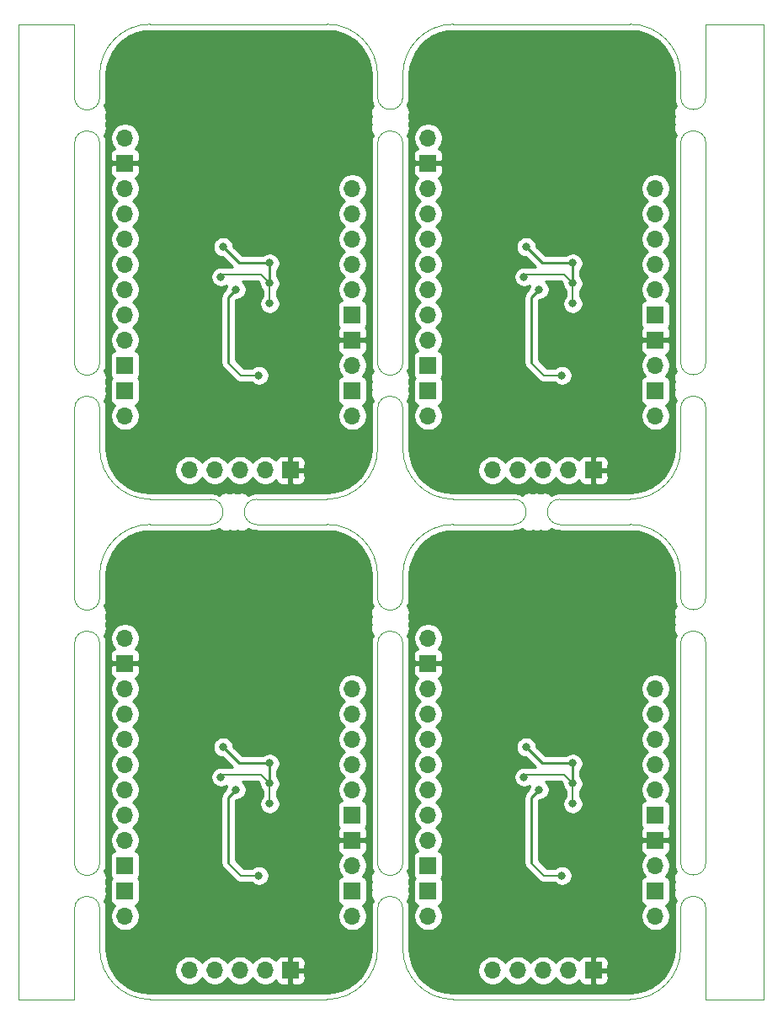
<source format=gbr>
G04 #@! TF.GenerationSoftware,KiCad,Pcbnew,(5.1.6)-1*
G04 #@! TF.CreationDate,2020-10-30T01:23:07+08:00*
G04 #@! TF.ProjectId,panelized2,70616e65-6c69-47a6-9564-322e6b696361,rev?*
G04 #@! TF.SameCoordinates,Original*
G04 #@! TF.FileFunction,Copper,L2,Bot*
G04 #@! TF.FilePolarity,Positive*
%FSLAX46Y46*%
G04 Gerber Fmt 4.6, Leading zero omitted, Abs format (unit mm)*
G04 Created by KiCad (PCBNEW (5.1.6)-1) date 2020-10-30 01:23:07*
%MOMM*%
%LPD*%
G01*
G04 APERTURE LIST*
G04 #@! TA.AperFunction,Profile*
%ADD10C,0.050000*%
G04 #@! TD*
G04 #@! TA.AperFunction,ComponentPad*
%ADD11R,1.700000X1.700000*%
G04 #@! TD*
G04 #@! TA.AperFunction,ComponentPad*
%ADD12O,1.700000X1.700000*%
G04 #@! TD*
G04 #@! TA.AperFunction,ViaPad*
%ADD13C,0.800000*%
G04 #@! TD*
G04 #@! TA.AperFunction,Conductor*
%ADD14C,0.254000*%
G04 #@! TD*
G04 #@! TA.AperFunction,Conductor*
%ADD15C,0.203200*%
G04 #@! TD*
G04 APERTURE END LIST*
D10*
X156209998Y-82803999D02*
G75*
G02*
X153670002Y-82804000I-1269998J-1D01*
G01*
X153670063Y-60756801D02*
G75*
G02*
X156210000Y-60769500I1269937J-12699D01*
G01*
X153670063Y-111048801D02*
G75*
G02*
X156210000Y-111061500I1269937J-12699D01*
G01*
X156209998Y-133095999D02*
G75*
G02*
X153670002Y-133096000I-1269998J-1D01*
G01*
X179070000Y-146812000D02*
X161290000Y-146812000D01*
X125729998Y-82803999D02*
G75*
G02*
X123190002Y-82804000I-1269998J-1D01*
G01*
X123190063Y-60756801D02*
G75*
G02*
X125730000Y-60769500I1269937J-12699D01*
G01*
X153670063Y-87426801D02*
G75*
G02*
X156210000Y-87439500I1269937J-12699D01*
G01*
X141541500Y-99060000D02*
X148590000Y-99060000D01*
X130810000Y-99060000D02*
X136855200Y-99060000D01*
X172021500Y-99060000D02*
X179070000Y-99060000D01*
X161290000Y-99060000D02*
X167335200Y-99060000D01*
X156209998Y-106425999D02*
G75*
G02*
X153670002Y-106426000I-1269998J-1D01*
G01*
X125729998Y-106425999D02*
G75*
G02*
X123190002Y-106426000I-1269998J-1D01*
G01*
X123190063Y-87426801D02*
G75*
G02*
X125730000Y-87439500I1269937J-12699D01*
G01*
X125729998Y-133095999D02*
G75*
G02*
X123190002Y-133096000I-1269998J-1D01*
G01*
X123190063Y-111048801D02*
G75*
G02*
X125730000Y-111061500I1269937J-12699D01*
G01*
X123190063Y-137718801D02*
G75*
G02*
X125730000Y-137731500I1269937J-12699D01*
G01*
X156210000Y-137731500D02*
X156210000Y-141732000D01*
X153670063Y-137718801D02*
G75*
G02*
X156210000Y-137731500I1269937J-12699D01*
G01*
X156209997Y-56134001D02*
G75*
G02*
X153670002Y-56133998I-1269997J63501D01*
G01*
X125729998Y-56133999D02*
G75*
G02*
X123190002Y-56134000I-1269998J-1D01*
G01*
X125730000Y-53848000D02*
X125730000Y-56134000D01*
X117602000Y-146812000D02*
X123190000Y-146812000D01*
X123190000Y-111048800D02*
X123190001Y-133095999D01*
X123190000Y-87426800D02*
X123190001Y-106425999D01*
X123190000Y-60756800D02*
X123190001Y-82803999D01*
X123190000Y-48768000D02*
X123190001Y-56133999D01*
X117602000Y-48768000D02*
X123190000Y-48768000D01*
X117602000Y-146812000D02*
X117602000Y-48768000D01*
X123190000Y-137718800D02*
X123190000Y-146812000D01*
X186691015Y-82753201D02*
X186690000Y-60756800D01*
X186690000Y-87426800D02*
X186691015Y-106375201D01*
X186691015Y-133045201D02*
X186690000Y-111048800D01*
X186690000Y-146812000D02*
X192532000Y-146812000D01*
X192532000Y-48768000D02*
X192532000Y-146812000D01*
X186690000Y-137718800D02*
X186690000Y-146812000D01*
X186690000Y-48768000D02*
X192532000Y-48768000D01*
X186691015Y-56083201D02*
X186690000Y-48768000D01*
X136855200Y-146812000D02*
X141541500Y-146812000D01*
X184150000Y-111048800D02*
G75*
G02*
X186690000Y-111048800I1270000J0D01*
G01*
X184150000Y-60756800D02*
G75*
G02*
X186690000Y-60756800I1270000J0D01*
G01*
X186691015Y-133045201D02*
G75*
G02*
X184150001Y-133095999I-1271015J1D01*
G01*
X184150000Y-87426800D02*
G75*
G02*
X186690000Y-87426800I1270000J0D01*
G01*
X184150000Y-137718800D02*
G75*
G02*
X186690000Y-137718800I1270000J0D01*
G01*
X186691015Y-106375201D02*
G75*
G02*
X184150001Y-106425999I-1271015J1D01*
G01*
X186691015Y-56083201D02*
G75*
G02*
X184150001Y-56133999I-1271015J1D01*
G01*
X186691015Y-82753201D02*
G75*
G02*
X184150001Y-82803999I-1271015J1D01*
G01*
X184150000Y-104140000D02*
X184150001Y-106425999D01*
X153670000Y-104140000D02*
X153670001Y-106425999D01*
X184150000Y-53848000D02*
X184150001Y-56133999D01*
X136855200Y-146812000D02*
X130810000Y-146812000D01*
X167335200Y-96520000D02*
X161290000Y-96520000D01*
X156210000Y-104140000D02*
X156210000Y-106426000D01*
X125730000Y-104140000D02*
X125730000Y-106426000D01*
X156210000Y-53848000D02*
X156210000Y-56134000D01*
X167335200Y-96520000D02*
G75*
G02*
X167335200Y-99060000I0J-1270000D01*
G01*
X156210000Y-111061500D02*
X156210000Y-133096000D01*
X125730000Y-111061500D02*
X125730000Y-133096000D01*
X156210000Y-60769500D02*
X156210000Y-82804000D01*
X172021500Y-99060000D02*
G75*
G02*
X172021500Y-96520000I0J1270000D01*
G01*
X184150000Y-141732000D02*
X184150000Y-137718800D01*
X153670000Y-141732000D02*
X153670000Y-137718800D01*
X184150000Y-91440000D02*
X184150000Y-87426800D01*
X148590000Y-146812000D02*
X141541500Y-146812000D01*
X179070000Y-96520000D02*
X172021500Y-96520000D01*
X184150001Y-133095999D02*
X184150000Y-111048800D01*
X153670001Y-133095999D02*
X153670000Y-111048800D01*
X184150001Y-82803999D02*
X184150000Y-60756800D01*
X125730000Y-141732000D02*
X125730000Y-137731500D01*
X156210000Y-91440000D02*
X156210000Y-87439500D01*
X161290000Y-48768000D02*
X179070000Y-48768000D01*
X161290000Y-146812000D02*
G75*
G02*
X156210000Y-141732000I0J5080000D01*
G01*
X130810000Y-146812000D02*
G75*
G02*
X125730000Y-141732000I0J5080000D01*
G01*
X161290000Y-96520000D02*
G75*
G02*
X156210000Y-91440000I0J5080000D01*
G01*
X184150000Y-141732000D02*
G75*
G02*
X179070000Y-146812000I-5080000J0D01*
G01*
X153670000Y-141732000D02*
G75*
G02*
X148590000Y-146812000I-5080000J0D01*
G01*
X184150000Y-91440000D02*
G75*
G02*
X179070000Y-96520000I-5080000J0D01*
G01*
X179070000Y-99060000D02*
G75*
G02*
X184150000Y-104140000I0J-5080000D01*
G01*
X148590000Y-99060000D02*
G75*
G02*
X153670000Y-104140000I0J-5080000D01*
G01*
X179070000Y-48768000D02*
G75*
G02*
X184150000Y-53848000I0J-5080000D01*
G01*
X156210000Y-104140000D02*
G75*
G02*
X161290000Y-99060000I5080000J0D01*
G01*
X125730000Y-104140000D02*
G75*
G02*
X130810000Y-99060000I5080000J0D01*
G01*
X156210000Y-53848000D02*
G75*
G02*
X161290000Y-48768000I5080000J0D01*
G01*
X125730000Y-91440000D02*
X125730000Y-87439500D01*
X125730000Y-60769500D02*
X125730000Y-82804000D01*
X136855200Y-96520000D02*
X130810000Y-96520000D01*
X148590000Y-96520000D02*
X141541500Y-96520000D01*
X136855200Y-96520000D02*
G75*
G02*
X136855200Y-99060000I0J-1270000D01*
G01*
X141541500Y-99060000D02*
G75*
G02*
X141541500Y-96520000I0J1270000D01*
G01*
X153670000Y-91440000D02*
X153670000Y-87426800D01*
X153670000Y-53848000D02*
X153670001Y-56133999D01*
X153670001Y-82803999D02*
X153670000Y-60756800D01*
X130810000Y-48768000D02*
X148590000Y-48768000D01*
X153670000Y-91440000D02*
G75*
G02*
X148590000Y-96520000I-5080000J0D01*
G01*
X130810000Y-96520000D02*
G75*
G02*
X125730000Y-91440000I0J5080000D01*
G01*
X148590000Y-48768000D02*
G75*
G02*
X153670000Y-53848000I0J-5080000D01*
G01*
X125730000Y-53848000D02*
G75*
G02*
X130810000Y-48768000I5080000J0D01*
G01*
D11*
X175387000Y-143891000D03*
D12*
X172847000Y-143891000D03*
X170307000Y-143891000D03*
X167767000Y-143891000D03*
X165227000Y-143891000D03*
D11*
X144907000Y-143891000D03*
D12*
X142367000Y-143891000D03*
X139827000Y-143891000D03*
X137287000Y-143891000D03*
X134747000Y-143891000D03*
D11*
X175387000Y-93599000D03*
D12*
X172847000Y-93599000D03*
X170307000Y-93599000D03*
X167767000Y-93599000D03*
X165227000Y-93599000D03*
D11*
X181610000Y-130810000D03*
D12*
X181610000Y-133350000D03*
D11*
X151130000Y-130810000D03*
D12*
X151130000Y-133350000D03*
D11*
X181610000Y-80518000D03*
D12*
X181610000Y-83058000D03*
D11*
X158750000Y-113030000D03*
D12*
X158750000Y-110490000D03*
D11*
X128270000Y-113030000D03*
D12*
X128270000Y-110490000D03*
D11*
X158750000Y-62738000D03*
D12*
X158750000Y-60198000D03*
D11*
X158750000Y-133350000D03*
D12*
X158750000Y-130810000D03*
X158750000Y-128270000D03*
X158750000Y-125730000D03*
X158750000Y-123190000D03*
X158750000Y-120650000D03*
X158750000Y-118110000D03*
X158750000Y-115570000D03*
D11*
X128270000Y-133350000D03*
D12*
X128270000Y-130810000D03*
X128270000Y-128270000D03*
X128270000Y-125730000D03*
X128270000Y-123190000D03*
X128270000Y-120650000D03*
X128270000Y-118110000D03*
X128270000Y-115570000D03*
D11*
X158750000Y-83058000D03*
D12*
X158750000Y-80518000D03*
X158750000Y-77978000D03*
X158750000Y-75438000D03*
X158750000Y-72898000D03*
X158750000Y-70358000D03*
X158750000Y-67818000D03*
X158750000Y-65278000D03*
D11*
X181610000Y-128270000D03*
D12*
X181610000Y-125730000D03*
X181610000Y-123190000D03*
X181610000Y-120650000D03*
X181610000Y-118110000D03*
X181610000Y-115570000D03*
D11*
X151130000Y-128270000D03*
D12*
X151130000Y-125730000D03*
X151130000Y-123190000D03*
X151130000Y-120650000D03*
X151130000Y-118110000D03*
X151130000Y-115570000D03*
D11*
X181610000Y-77978000D03*
D12*
X181610000Y-75438000D03*
X181610000Y-72898000D03*
X181610000Y-70358000D03*
X181610000Y-67818000D03*
X181610000Y-65278000D03*
D11*
X158750000Y-135890000D03*
D12*
X158750000Y-138430000D03*
D11*
X128270000Y-135890000D03*
D12*
X128270000Y-138430000D03*
D11*
X158750000Y-85598000D03*
D12*
X158750000Y-88138000D03*
D11*
X181610000Y-135890000D03*
D12*
X181610000Y-138430000D03*
D11*
X151130000Y-135890000D03*
D12*
X151130000Y-138430000D03*
D11*
X181610000Y-85598000D03*
D12*
X181610000Y-88138000D03*
X151130000Y-88138000D03*
D11*
X151130000Y-85598000D03*
D12*
X134747000Y-93599000D03*
X137287000Y-93599000D03*
X139827000Y-93599000D03*
X142367000Y-93599000D03*
D11*
X144907000Y-93599000D03*
D12*
X128270000Y-60198000D03*
D11*
X128270000Y-62738000D03*
D12*
X151130000Y-83058000D03*
D11*
X151130000Y-80518000D03*
D12*
X151130000Y-65278000D03*
X151130000Y-67818000D03*
X151130000Y-70358000D03*
X151130000Y-72898000D03*
X151130000Y-75438000D03*
D11*
X151130000Y-77978000D03*
D12*
X128270000Y-88138000D03*
D11*
X128270000Y-85598000D03*
D12*
X128270000Y-65278000D03*
X128270000Y-67818000D03*
X128270000Y-70358000D03*
X128270000Y-72898000D03*
X128270000Y-75438000D03*
X128270000Y-77978000D03*
X128270000Y-80518000D03*
D11*
X128270000Y-83058000D03*
D13*
X142175000Y-85852000D03*
X142175000Y-89662000D03*
X144780000Y-56515000D03*
X147383500Y-59136500D03*
X136210289Y-78412670D03*
X136210289Y-80444670D03*
X136236600Y-83362800D03*
X137864977Y-75555922D03*
X136430941Y-67658636D03*
X136438671Y-69679194D03*
X144868806Y-72781540D03*
X144868806Y-74813540D03*
X144868806Y-76845540D03*
X144625794Y-80031905D03*
X138273200Y-60387200D03*
X141173200Y-62687200D03*
X137400000Y-57633000D03*
X134747000Y-56555500D03*
X137225000Y-87122000D03*
X135890000Y-60434000D03*
X143510000Y-62493000D03*
X166690289Y-80444670D03*
X136210289Y-130736670D03*
X166690289Y-130736670D03*
X166716600Y-83362800D03*
X136236600Y-133654800D03*
X166716600Y-133654800D03*
X168344977Y-75555922D03*
X137864977Y-125847922D03*
X168344977Y-125847922D03*
X166910941Y-67658636D03*
X136430941Y-117950636D03*
X166910941Y-117950636D03*
X166918671Y-69679194D03*
X136438671Y-119971194D03*
X166918671Y-119971194D03*
X175348806Y-72781540D03*
X144868806Y-123073540D03*
X175348806Y-123073540D03*
X175348806Y-74813540D03*
X144868806Y-125105540D03*
X175348806Y-125105540D03*
X172655000Y-85852000D03*
X142175000Y-136144000D03*
X172655000Y-136144000D03*
X172655000Y-89662000D03*
X142175000Y-139954000D03*
X172655000Y-139954000D03*
X175260000Y-56515000D03*
X144780000Y-106807000D03*
X175260000Y-106807000D03*
X177863500Y-59136500D03*
X147383500Y-109428500D03*
X177863500Y-109428500D03*
X166690289Y-78412670D03*
X136210289Y-128704670D03*
X166690289Y-128704670D03*
X167880000Y-57633000D03*
X137400000Y-107925000D03*
X167880000Y-107925000D03*
X171653200Y-62687200D03*
X141173200Y-112979200D03*
X171653200Y-112979200D03*
X167705000Y-87122000D03*
X137225000Y-137414000D03*
X167705000Y-137414000D03*
X166370000Y-60434000D03*
X135890000Y-110726000D03*
X166370000Y-110726000D03*
X173990000Y-62493000D03*
X143510000Y-112785000D03*
X173990000Y-112785000D03*
X175105794Y-80031905D03*
X144625794Y-130323905D03*
X175105794Y-130323905D03*
X165227000Y-56555500D03*
X134747000Y-106847500D03*
X165227000Y-106847500D03*
X168753200Y-60387200D03*
X138273200Y-110679200D03*
X168753200Y-110679200D03*
X175348806Y-76845540D03*
X144868806Y-127137540D03*
X175348806Y-127137540D03*
X142818806Y-72781540D03*
X138133200Y-71162800D03*
X137922000Y-74168000D03*
X142818806Y-76845540D03*
X142818806Y-74813540D03*
X173298806Y-76845540D03*
X142818806Y-127137540D03*
X173298806Y-127137540D03*
X168613200Y-71162800D03*
X138133200Y-121454800D03*
X168613200Y-121454800D03*
X168402000Y-74168000D03*
X137922000Y-124460000D03*
X168402000Y-124460000D03*
X173298806Y-72781540D03*
X142818806Y-123073540D03*
X173298806Y-123073540D03*
X173298806Y-74813540D03*
X142818806Y-125105540D03*
X173298806Y-125105540D03*
X141732000Y-84074000D03*
X139446000Y-75438000D03*
X172212000Y-84074000D03*
X141732000Y-134366000D03*
X172212000Y-134366000D03*
X169926000Y-75438000D03*
X139446000Y-125730000D03*
X169926000Y-125730000D03*
D14*
X142818806Y-72781540D02*
X142818806Y-74813540D01*
X139751940Y-72781540D02*
X138133200Y-71162800D01*
X142818806Y-72781540D02*
X139751940Y-72781540D01*
D15*
X138176000Y-73914000D02*
X137922000Y-74168000D01*
X142818806Y-74813540D02*
X141919266Y-73914000D01*
X141919266Y-73914000D02*
X138176000Y-73914000D01*
X142818806Y-74813540D02*
X142818806Y-76845540D01*
D14*
X170231940Y-72781540D02*
X168613200Y-71162800D01*
X139751940Y-123073540D02*
X138133200Y-121454800D01*
X170231940Y-123073540D02*
X168613200Y-121454800D01*
X173298806Y-72781540D02*
X173298806Y-74813540D01*
X142818806Y-123073540D02*
X142818806Y-125105540D01*
X173298806Y-123073540D02*
X173298806Y-125105540D01*
X173298806Y-72781540D02*
X170231940Y-72781540D01*
X142818806Y-123073540D02*
X139751940Y-123073540D01*
X173298806Y-123073540D02*
X170231940Y-123073540D01*
D15*
X173298806Y-74813540D02*
X172399266Y-73914000D01*
X142818806Y-125105540D02*
X141919266Y-124206000D01*
X173298806Y-125105540D02*
X172399266Y-124206000D01*
X172399266Y-73914000D02*
X168656000Y-73914000D01*
X141919266Y-124206000D02*
X138176000Y-124206000D01*
X172399266Y-124206000D02*
X168656000Y-124206000D01*
X168656000Y-73914000D02*
X168402000Y-74168000D01*
X138176000Y-124206000D02*
X137922000Y-124460000D01*
X168656000Y-124206000D02*
X168402000Y-124460000D01*
X173298806Y-74813540D02*
X173298806Y-76845540D01*
X142818806Y-125105540D02*
X142818806Y-127137540D01*
X173298806Y-125105540D02*
X173298806Y-127137540D01*
X141732000Y-84074000D02*
X139954000Y-84074000D01*
X139954000Y-84074000D02*
X138684000Y-82804000D01*
D14*
X138684000Y-76200000D02*
X139446000Y-75438000D01*
X138684000Y-82804000D02*
X138684000Y-76200000D01*
D15*
X170434000Y-84074000D02*
X169164000Y-82804000D01*
X139954000Y-134366000D02*
X138684000Y-133096000D01*
X170434000Y-134366000D02*
X169164000Y-133096000D01*
X172212000Y-84074000D02*
X170434000Y-84074000D01*
X141732000Y-134366000D02*
X139954000Y-134366000D01*
X172212000Y-134366000D02*
X170434000Y-134366000D01*
D14*
X169164000Y-76200000D02*
X169926000Y-75438000D01*
X138684000Y-126492000D02*
X139446000Y-125730000D01*
X169164000Y-126492000D02*
X169926000Y-125730000D01*
X169164000Y-82804000D02*
X169164000Y-76200000D01*
X138684000Y-133096000D02*
X138684000Y-126492000D01*
X169164000Y-133096000D02*
X169164000Y-126492000D01*
G36*
X149372249Y-49500437D02*
G01*
X150129774Y-49707672D01*
X150838625Y-50045777D01*
X151476404Y-50504067D01*
X152022946Y-51068055D01*
X152460977Y-51719913D01*
X152776651Y-52439038D01*
X152961206Y-53207768D01*
X153010000Y-53872208D01*
X153010002Y-56166418D01*
X153019552Y-56263382D01*
X153020184Y-56265464D01*
X153028167Y-56341422D01*
X153037357Y-56386193D01*
X153043983Y-56431404D01*
X153046265Y-56440332D01*
X153109397Y-56680337D01*
X153130186Y-56736424D01*
X153150193Y-56792804D01*
X153154166Y-56801119D01*
X153236999Y-56971422D01*
X153152576Y-57055845D01*
X153055723Y-57200795D01*
X152989010Y-57361855D01*
X152955000Y-57532835D01*
X152955000Y-57707165D01*
X152989010Y-57878145D01*
X153047768Y-58020000D01*
X152989010Y-58161855D01*
X152955000Y-58332835D01*
X152955000Y-58507165D01*
X152989010Y-58678145D01*
X153047768Y-58820000D01*
X152989010Y-58961855D01*
X152955000Y-59132835D01*
X152955000Y-59307165D01*
X152989010Y-59478145D01*
X153055723Y-59639205D01*
X153152576Y-59784155D01*
X153238873Y-59870452D01*
X153191106Y-59958162D01*
X153167770Y-60013211D01*
X153143645Y-60067978D01*
X153140833Y-60076754D01*
X153066824Y-60313306D01*
X153054625Y-60371837D01*
X153041596Y-60430254D01*
X153040542Y-60439409D01*
X153020572Y-60624048D01*
X153019550Y-60627418D01*
X153010000Y-60724382D01*
X153010002Y-82836418D01*
X153013276Y-82869660D01*
X153013276Y-82886139D01*
X153014239Y-82895303D01*
X153041868Y-83141619D01*
X153054302Y-83200112D01*
X153065923Y-83258808D01*
X153068649Y-83267611D01*
X153143594Y-83503869D01*
X153167148Y-83558824D01*
X153189955Y-83614158D01*
X153194338Y-83622264D01*
X153216267Y-83662154D01*
X153152576Y-83725845D01*
X153055723Y-83870795D01*
X152989010Y-84031855D01*
X152955000Y-84202835D01*
X152955000Y-84377165D01*
X152989010Y-84548145D01*
X153047768Y-84690000D01*
X152989010Y-84831855D01*
X152955000Y-85002835D01*
X152955000Y-85177165D01*
X152989010Y-85348145D01*
X153047768Y-85490000D01*
X152989010Y-85631855D01*
X152955000Y-85802835D01*
X152955000Y-85977165D01*
X152989010Y-86148145D01*
X153055723Y-86309205D01*
X153152576Y-86454155D01*
X153238873Y-86540452D01*
X153191106Y-86628162D01*
X153167770Y-86683211D01*
X153143645Y-86737978D01*
X153140833Y-86746754D01*
X153066824Y-86983306D01*
X153054625Y-87041837D01*
X153041596Y-87100254D01*
X153040542Y-87109409D01*
X153020572Y-87294051D01*
X153019551Y-87297417D01*
X153010001Y-87394381D01*
X153010000Y-91410608D01*
X152937563Y-92222249D01*
X152730328Y-92979774D01*
X152392221Y-93688627D01*
X151933928Y-94326410D01*
X151369945Y-94872946D01*
X150718085Y-95310978D01*
X149998963Y-95626651D01*
X149230232Y-95811206D01*
X148565792Y-95860000D01*
X141509081Y-95860000D01*
X141475839Y-95863274D01*
X141459363Y-95863274D01*
X141450198Y-95864237D01*
X141203882Y-95891866D01*
X141145365Y-95904305D01*
X141086692Y-95915922D01*
X141077889Y-95918647D01*
X140841631Y-95993592D01*
X140786709Y-96017132D01*
X140731342Y-96039952D01*
X140723236Y-96044336D01*
X140642371Y-96088792D01*
X140556155Y-96002576D01*
X140411205Y-95905723D01*
X140250145Y-95839010D01*
X140079165Y-95805000D01*
X139904835Y-95805000D01*
X139733855Y-95839010D01*
X139592000Y-95897768D01*
X139450145Y-95839010D01*
X139279165Y-95805000D01*
X139104835Y-95805000D01*
X138933855Y-95839010D01*
X138792000Y-95897768D01*
X138650145Y-95839010D01*
X138479165Y-95805000D01*
X138304835Y-95805000D01*
X138133855Y-95839010D01*
X137972795Y-95905723D01*
X137827845Y-96002576D01*
X137745849Y-96084572D01*
X137649009Y-96033081D01*
X137593732Y-96010298D01*
X137538725Y-95986721D01*
X137529922Y-95983997D01*
X137292641Y-95912357D01*
X137233954Y-95900736D01*
X137175448Y-95888300D01*
X137166285Y-95887337D01*
X137166283Y-95887337D01*
X136919605Y-95863150D01*
X136919602Y-95863150D01*
X136887619Y-95860000D01*
X130839392Y-95860000D01*
X130027751Y-95787563D01*
X129270226Y-95580328D01*
X128561373Y-95242221D01*
X127923590Y-94783928D01*
X127377054Y-94219945D01*
X126939022Y-93568085D01*
X126888390Y-93452740D01*
X133262000Y-93452740D01*
X133262000Y-93745260D01*
X133319068Y-94032158D01*
X133431010Y-94302411D01*
X133593525Y-94545632D01*
X133800368Y-94752475D01*
X134043589Y-94914990D01*
X134313842Y-95026932D01*
X134600740Y-95084000D01*
X134893260Y-95084000D01*
X135180158Y-95026932D01*
X135450411Y-94914990D01*
X135693632Y-94752475D01*
X135900475Y-94545632D01*
X136017000Y-94371240D01*
X136133525Y-94545632D01*
X136340368Y-94752475D01*
X136583589Y-94914990D01*
X136853842Y-95026932D01*
X137140740Y-95084000D01*
X137433260Y-95084000D01*
X137720158Y-95026932D01*
X137990411Y-94914990D01*
X138233632Y-94752475D01*
X138440475Y-94545632D01*
X138557000Y-94371240D01*
X138673525Y-94545632D01*
X138880368Y-94752475D01*
X139123589Y-94914990D01*
X139393842Y-95026932D01*
X139680740Y-95084000D01*
X139973260Y-95084000D01*
X140260158Y-95026932D01*
X140530411Y-94914990D01*
X140773632Y-94752475D01*
X140980475Y-94545632D01*
X141097000Y-94371240D01*
X141213525Y-94545632D01*
X141420368Y-94752475D01*
X141663589Y-94914990D01*
X141933842Y-95026932D01*
X142220740Y-95084000D01*
X142513260Y-95084000D01*
X142800158Y-95026932D01*
X143070411Y-94914990D01*
X143313632Y-94752475D01*
X143445487Y-94620620D01*
X143467498Y-94693180D01*
X143526463Y-94803494D01*
X143605815Y-94900185D01*
X143702506Y-94979537D01*
X143812820Y-95038502D01*
X143932518Y-95074812D01*
X144057000Y-95087072D01*
X144621250Y-95084000D01*
X144780000Y-94925250D01*
X144780000Y-93726000D01*
X145034000Y-93726000D01*
X145034000Y-94925250D01*
X145192750Y-95084000D01*
X145757000Y-95087072D01*
X145881482Y-95074812D01*
X146001180Y-95038502D01*
X146111494Y-94979537D01*
X146208185Y-94900185D01*
X146287537Y-94803494D01*
X146346502Y-94693180D01*
X146382812Y-94573482D01*
X146395072Y-94449000D01*
X146392000Y-93884750D01*
X146233250Y-93726000D01*
X145034000Y-93726000D01*
X144780000Y-93726000D01*
X144760000Y-93726000D01*
X144760000Y-93472000D01*
X144780000Y-93472000D01*
X144780000Y-92272750D01*
X145034000Y-92272750D01*
X145034000Y-93472000D01*
X146233250Y-93472000D01*
X146392000Y-93313250D01*
X146395072Y-92749000D01*
X146382812Y-92624518D01*
X146346502Y-92504820D01*
X146287537Y-92394506D01*
X146208185Y-92297815D01*
X146111494Y-92218463D01*
X146001180Y-92159498D01*
X145881482Y-92123188D01*
X145757000Y-92110928D01*
X145192750Y-92114000D01*
X145034000Y-92272750D01*
X144780000Y-92272750D01*
X144621250Y-92114000D01*
X144057000Y-92110928D01*
X143932518Y-92123188D01*
X143812820Y-92159498D01*
X143702506Y-92218463D01*
X143605815Y-92297815D01*
X143526463Y-92394506D01*
X143467498Y-92504820D01*
X143445487Y-92577380D01*
X143313632Y-92445525D01*
X143070411Y-92283010D01*
X142800158Y-92171068D01*
X142513260Y-92114000D01*
X142220740Y-92114000D01*
X141933842Y-92171068D01*
X141663589Y-92283010D01*
X141420368Y-92445525D01*
X141213525Y-92652368D01*
X141097000Y-92826760D01*
X140980475Y-92652368D01*
X140773632Y-92445525D01*
X140530411Y-92283010D01*
X140260158Y-92171068D01*
X139973260Y-92114000D01*
X139680740Y-92114000D01*
X139393842Y-92171068D01*
X139123589Y-92283010D01*
X138880368Y-92445525D01*
X138673525Y-92652368D01*
X138557000Y-92826760D01*
X138440475Y-92652368D01*
X138233632Y-92445525D01*
X137990411Y-92283010D01*
X137720158Y-92171068D01*
X137433260Y-92114000D01*
X137140740Y-92114000D01*
X136853842Y-92171068D01*
X136583589Y-92283010D01*
X136340368Y-92445525D01*
X136133525Y-92652368D01*
X136017000Y-92826760D01*
X135900475Y-92652368D01*
X135693632Y-92445525D01*
X135450411Y-92283010D01*
X135180158Y-92171068D01*
X134893260Y-92114000D01*
X134600740Y-92114000D01*
X134313842Y-92171068D01*
X134043589Y-92283010D01*
X133800368Y-92445525D01*
X133593525Y-92652368D01*
X133431010Y-92895589D01*
X133319068Y-93165842D01*
X133262000Y-93452740D01*
X126888390Y-93452740D01*
X126623349Y-92848963D01*
X126438794Y-92080232D01*
X126390000Y-91415792D01*
X126390000Y-87407081D01*
X126387410Y-87380788D01*
X126387452Y-87376632D01*
X126386581Y-87367458D01*
X126361416Y-87120878D01*
X126349561Y-87062230D01*
X126338533Y-87003454D01*
X126335896Y-86994624D01*
X126263317Y-86757628D01*
X126240311Y-86702434D01*
X126218062Y-86646882D01*
X126213760Y-86638733D01*
X126161046Y-86540533D01*
X126247424Y-86454155D01*
X126344277Y-86309205D01*
X126410990Y-86148145D01*
X126445000Y-85977165D01*
X126445000Y-85802835D01*
X126410990Y-85631855D01*
X126352232Y-85490000D01*
X126410990Y-85348145D01*
X126445000Y-85177165D01*
X126445000Y-85002835D01*
X126410990Y-84831855D01*
X126352232Y-84690000D01*
X126410990Y-84548145D01*
X126445000Y-84377165D01*
X126445000Y-84202835D01*
X126410990Y-84031855D01*
X126344277Y-83870795D01*
X126247424Y-83725845D01*
X126183062Y-83661483D01*
X126216918Y-83597809D01*
X126239707Y-83542517D01*
X126263279Y-83487521D01*
X126266003Y-83478717D01*
X126337642Y-83241435D01*
X126349257Y-83182776D01*
X126361698Y-83124246D01*
X126362661Y-83115081D01*
X126386448Y-82872488D01*
X126390000Y-82836419D01*
X126390000Y-63588000D01*
X126781928Y-63588000D01*
X126794188Y-63712482D01*
X126830498Y-63832180D01*
X126889463Y-63942494D01*
X126968815Y-64039185D01*
X127065506Y-64118537D01*
X127175820Y-64177502D01*
X127248380Y-64199513D01*
X127116525Y-64331368D01*
X126954010Y-64574589D01*
X126842068Y-64844842D01*
X126785000Y-65131740D01*
X126785000Y-65424260D01*
X126842068Y-65711158D01*
X126954010Y-65981411D01*
X127116525Y-66224632D01*
X127323368Y-66431475D01*
X127497760Y-66548000D01*
X127323368Y-66664525D01*
X127116525Y-66871368D01*
X126954010Y-67114589D01*
X126842068Y-67384842D01*
X126785000Y-67671740D01*
X126785000Y-67964260D01*
X126842068Y-68251158D01*
X126954010Y-68521411D01*
X127116525Y-68764632D01*
X127323368Y-68971475D01*
X127497760Y-69088000D01*
X127323368Y-69204525D01*
X127116525Y-69411368D01*
X126954010Y-69654589D01*
X126842068Y-69924842D01*
X126785000Y-70211740D01*
X126785000Y-70504260D01*
X126842068Y-70791158D01*
X126954010Y-71061411D01*
X127116525Y-71304632D01*
X127323368Y-71511475D01*
X127497760Y-71628000D01*
X127323368Y-71744525D01*
X127116525Y-71951368D01*
X126954010Y-72194589D01*
X126842068Y-72464842D01*
X126785000Y-72751740D01*
X126785000Y-73044260D01*
X126842068Y-73331158D01*
X126954010Y-73601411D01*
X127116525Y-73844632D01*
X127323368Y-74051475D01*
X127497760Y-74168000D01*
X127323368Y-74284525D01*
X127116525Y-74491368D01*
X126954010Y-74734589D01*
X126842068Y-75004842D01*
X126785000Y-75291740D01*
X126785000Y-75584260D01*
X126842068Y-75871158D01*
X126954010Y-76141411D01*
X127116525Y-76384632D01*
X127323368Y-76591475D01*
X127497760Y-76708000D01*
X127323368Y-76824525D01*
X127116525Y-77031368D01*
X126954010Y-77274589D01*
X126842068Y-77544842D01*
X126785000Y-77831740D01*
X126785000Y-78124260D01*
X126842068Y-78411158D01*
X126954010Y-78681411D01*
X127116525Y-78924632D01*
X127323368Y-79131475D01*
X127497760Y-79248000D01*
X127323368Y-79364525D01*
X127116525Y-79571368D01*
X126954010Y-79814589D01*
X126842068Y-80084842D01*
X126785000Y-80371740D01*
X126785000Y-80664260D01*
X126842068Y-80951158D01*
X126954010Y-81221411D01*
X127116525Y-81464632D01*
X127248380Y-81596487D01*
X127175820Y-81618498D01*
X127065506Y-81677463D01*
X126968815Y-81756815D01*
X126889463Y-81853506D01*
X126830498Y-81963820D01*
X126794188Y-82083518D01*
X126781928Y-82208000D01*
X126781928Y-83908000D01*
X126794188Y-84032482D01*
X126830498Y-84152180D01*
X126889463Y-84262494D01*
X126943222Y-84328000D01*
X126889463Y-84393506D01*
X126830498Y-84503820D01*
X126794188Y-84623518D01*
X126781928Y-84748000D01*
X126781928Y-86448000D01*
X126794188Y-86572482D01*
X126830498Y-86692180D01*
X126889463Y-86802494D01*
X126968815Y-86899185D01*
X127065506Y-86978537D01*
X127175820Y-87037502D01*
X127248380Y-87059513D01*
X127116525Y-87191368D01*
X126954010Y-87434589D01*
X126842068Y-87704842D01*
X126785000Y-87991740D01*
X126785000Y-88284260D01*
X126842068Y-88571158D01*
X126954010Y-88841411D01*
X127116525Y-89084632D01*
X127323368Y-89291475D01*
X127566589Y-89453990D01*
X127836842Y-89565932D01*
X128123740Y-89623000D01*
X128416260Y-89623000D01*
X128703158Y-89565932D01*
X128973411Y-89453990D01*
X129216632Y-89291475D01*
X129423475Y-89084632D01*
X129585990Y-88841411D01*
X129697932Y-88571158D01*
X129755000Y-88284260D01*
X129755000Y-87991740D01*
X129697932Y-87704842D01*
X129585990Y-87434589D01*
X129423475Y-87191368D01*
X129291620Y-87059513D01*
X129364180Y-87037502D01*
X129474494Y-86978537D01*
X129571185Y-86899185D01*
X129650537Y-86802494D01*
X129709502Y-86692180D01*
X129745812Y-86572482D01*
X129758072Y-86448000D01*
X129758072Y-84748000D01*
X129745812Y-84623518D01*
X129709502Y-84503820D01*
X129650537Y-84393506D01*
X129596778Y-84328000D01*
X129650537Y-84262494D01*
X129709502Y-84152180D01*
X129745812Y-84032482D01*
X129758072Y-83908000D01*
X129758072Y-82208000D01*
X129745812Y-82083518D01*
X129709502Y-81963820D01*
X129650537Y-81853506D01*
X129571185Y-81756815D01*
X129474494Y-81677463D01*
X129364180Y-81618498D01*
X129291620Y-81596487D01*
X129423475Y-81464632D01*
X129585990Y-81221411D01*
X129697932Y-80951158D01*
X129755000Y-80664260D01*
X129755000Y-80371740D01*
X129697932Y-80084842D01*
X129585990Y-79814589D01*
X129423475Y-79571368D01*
X129216632Y-79364525D01*
X129042240Y-79248000D01*
X129216632Y-79131475D01*
X129423475Y-78924632D01*
X129585990Y-78681411D01*
X129697932Y-78411158D01*
X129755000Y-78124260D01*
X129755000Y-77831740D01*
X129697932Y-77544842D01*
X129585990Y-77274589D01*
X129423475Y-77031368D01*
X129216632Y-76824525D01*
X129042240Y-76708000D01*
X129216632Y-76591475D01*
X129423475Y-76384632D01*
X129585990Y-76141411D01*
X129697932Y-75871158D01*
X129755000Y-75584260D01*
X129755000Y-75291740D01*
X129697932Y-75004842D01*
X129585990Y-74734589D01*
X129423475Y-74491368D01*
X129216632Y-74284525D01*
X129042240Y-74168000D01*
X129194802Y-74066061D01*
X136887000Y-74066061D01*
X136887000Y-74269939D01*
X136926774Y-74469898D01*
X137004795Y-74658256D01*
X137118063Y-74827774D01*
X137262226Y-74971937D01*
X137431744Y-75085205D01*
X137620102Y-75163226D01*
X137820061Y-75203000D01*
X138023939Y-75203000D01*
X138223898Y-75163226D01*
X138412256Y-75085205D01*
X138494665Y-75030141D01*
X138450774Y-75136102D01*
X138411000Y-75336061D01*
X138411000Y-75395370D01*
X138171649Y-75634721D01*
X138142579Y-75658578D01*
X138118722Y-75687648D01*
X138118721Y-75687649D01*
X138047355Y-75774608D01*
X137976599Y-75906985D01*
X137933027Y-76050622D01*
X137918314Y-76200000D01*
X137922001Y-76237433D01*
X137922000Y-82841425D01*
X137933026Y-82953377D01*
X137976598Y-83097014D01*
X138047355Y-83229391D01*
X138142578Y-83345422D01*
X138258608Y-83440645D01*
X138302278Y-83463987D01*
X139407559Y-84569269D01*
X139430625Y-84597375D01*
X139458731Y-84620441D01*
X139458732Y-84620442D01*
X139500228Y-84654497D01*
X139542787Y-84689424D01*
X139670751Y-84757822D01*
X139809601Y-84799942D01*
X139917814Y-84810600D01*
X139917823Y-84810600D01*
X139953999Y-84814163D01*
X139990175Y-84810600D01*
X141004889Y-84810600D01*
X141072226Y-84877937D01*
X141241744Y-84991205D01*
X141430102Y-85069226D01*
X141630061Y-85109000D01*
X141833939Y-85109000D01*
X142033898Y-85069226D01*
X142222256Y-84991205D01*
X142391774Y-84877937D01*
X142535937Y-84733774D01*
X142649205Y-84564256D01*
X142727226Y-84375898D01*
X142767000Y-84175939D01*
X142767000Y-83972061D01*
X142727226Y-83772102D01*
X142649205Y-83583744D01*
X142535937Y-83414226D01*
X142391774Y-83270063D01*
X142222256Y-83156795D01*
X142033898Y-83078774D01*
X141833939Y-83039000D01*
X141630061Y-83039000D01*
X141430102Y-83078774D01*
X141241744Y-83156795D01*
X141072226Y-83270063D01*
X141004889Y-83337400D01*
X140259110Y-83337400D01*
X139446000Y-82524291D01*
X139446000Y-81368000D01*
X149641928Y-81368000D01*
X149654188Y-81492482D01*
X149690498Y-81612180D01*
X149749463Y-81722494D01*
X149828815Y-81819185D01*
X149925506Y-81898537D01*
X150035820Y-81957502D01*
X150108380Y-81979513D01*
X149976525Y-82111368D01*
X149814010Y-82354589D01*
X149702068Y-82624842D01*
X149645000Y-82911740D01*
X149645000Y-83204260D01*
X149702068Y-83491158D01*
X149814010Y-83761411D01*
X149976525Y-84004632D01*
X150108380Y-84136487D01*
X150035820Y-84158498D01*
X149925506Y-84217463D01*
X149828815Y-84296815D01*
X149749463Y-84393506D01*
X149690498Y-84503820D01*
X149654188Y-84623518D01*
X149641928Y-84748000D01*
X149641928Y-86448000D01*
X149654188Y-86572482D01*
X149690498Y-86692180D01*
X149749463Y-86802494D01*
X149828815Y-86899185D01*
X149925506Y-86978537D01*
X150035820Y-87037502D01*
X150108380Y-87059513D01*
X149976525Y-87191368D01*
X149814010Y-87434589D01*
X149702068Y-87704842D01*
X149645000Y-87991740D01*
X149645000Y-88284260D01*
X149702068Y-88571158D01*
X149814010Y-88841411D01*
X149976525Y-89084632D01*
X150183368Y-89291475D01*
X150426589Y-89453990D01*
X150696842Y-89565932D01*
X150983740Y-89623000D01*
X151276260Y-89623000D01*
X151563158Y-89565932D01*
X151833411Y-89453990D01*
X152076632Y-89291475D01*
X152283475Y-89084632D01*
X152445990Y-88841411D01*
X152557932Y-88571158D01*
X152615000Y-88284260D01*
X152615000Y-87991740D01*
X152557932Y-87704842D01*
X152445990Y-87434589D01*
X152283475Y-87191368D01*
X152151620Y-87059513D01*
X152224180Y-87037502D01*
X152334494Y-86978537D01*
X152431185Y-86899185D01*
X152510537Y-86802494D01*
X152569502Y-86692180D01*
X152605812Y-86572482D01*
X152618072Y-86448000D01*
X152618072Y-84748000D01*
X152605812Y-84623518D01*
X152569502Y-84503820D01*
X152510537Y-84393506D01*
X152431185Y-84296815D01*
X152334494Y-84217463D01*
X152224180Y-84158498D01*
X152151620Y-84136487D01*
X152283475Y-84004632D01*
X152445990Y-83761411D01*
X152557932Y-83491158D01*
X152615000Y-83204260D01*
X152615000Y-82911740D01*
X152557932Y-82624842D01*
X152445990Y-82354589D01*
X152283475Y-82111368D01*
X152151620Y-81979513D01*
X152224180Y-81957502D01*
X152334494Y-81898537D01*
X152431185Y-81819185D01*
X152510537Y-81722494D01*
X152569502Y-81612180D01*
X152605812Y-81492482D01*
X152618072Y-81368000D01*
X152615000Y-80803750D01*
X152456250Y-80645000D01*
X151257000Y-80645000D01*
X151257000Y-80665000D01*
X151003000Y-80665000D01*
X151003000Y-80645000D01*
X149803750Y-80645000D01*
X149645000Y-80803750D01*
X149641928Y-81368000D01*
X139446000Y-81368000D01*
X139446000Y-76515630D01*
X139488630Y-76473000D01*
X139547939Y-76473000D01*
X139747898Y-76433226D01*
X139936256Y-76355205D01*
X140105774Y-76241937D01*
X140249937Y-76097774D01*
X140363205Y-75928256D01*
X140441226Y-75739898D01*
X140481000Y-75539939D01*
X140481000Y-75336061D01*
X140441226Y-75136102D01*
X140363205Y-74947744D01*
X140249937Y-74778226D01*
X140122311Y-74650600D01*
X141614157Y-74650600D01*
X141783806Y-74820249D01*
X141783806Y-74915479D01*
X141823580Y-75115438D01*
X141901601Y-75303796D01*
X142014869Y-75473314D01*
X142082206Y-75540651D01*
X142082207Y-76118428D01*
X142014869Y-76185766D01*
X141901601Y-76355284D01*
X141823580Y-76543642D01*
X141783806Y-76743601D01*
X141783806Y-76947479D01*
X141823580Y-77147438D01*
X141901601Y-77335796D01*
X142014869Y-77505314D01*
X142159032Y-77649477D01*
X142328550Y-77762745D01*
X142516908Y-77840766D01*
X142716867Y-77880540D01*
X142920745Y-77880540D01*
X143120704Y-77840766D01*
X143309062Y-77762745D01*
X143478580Y-77649477D01*
X143622743Y-77505314D01*
X143736011Y-77335796D01*
X143814032Y-77147438D01*
X143817898Y-77128000D01*
X149641928Y-77128000D01*
X149641928Y-78828000D01*
X149654188Y-78952482D01*
X149690498Y-79072180D01*
X149749463Y-79182494D01*
X149803222Y-79248000D01*
X149749463Y-79313506D01*
X149690498Y-79423820D01*
X149654188Y-79543518D01*
X149641928Y-79668000D01*
X149645000Y-80232250D01*
X149803750Y-80391000D01*
X151003000Y-80391000D01*
X151003000Y-80371000D01*
X151257000Y-80371000D01*
X151257000Y-80391000D01*
X152456250Y-80391000D01*
X152615000Y-80232250D01*
X152618072Y-79668000D01*
X152605812Y-79543518D01*
X152569502Y-79423820D01*
X152510537Y-79313506D01*
X152456778Y-79248000D01*
X152510537Y-79182494D01*
X152569502Y-79072180D01*
X152605812Y-78952482D01*
X152618072Y-78828000D01*
X152618072Y-77128000D01*
X152605812Y-77003518D01*
X152569502Y-76883820D01*
X152510537Y-76773506D01*
X152431185Y-76676815D01*
X152334494Y-76597463D01*
X152224180Y-76538498D01*
X152151620Y-76516487D01*
X152283475Y-76384632D01*
X152445990Y-76141411D01*
X152557932Y-75871158D01*
X152615000Y-75584260D01*
X152615000Y-75291740D01*
X152557932Y-75004842D01*
X152445990Y-74734589D01*
X152283475Y-74491368D01*
X152076632Y-74284525D01*
X151902240Y-74168000D01*
X152076632Y-74051475D01*
X152283475Y-73844632D01*
X152445990Y-73601411D01*
X152557932Y-73331158D01*
X152615000Y-73044260D01*
X152615000Y-72751740D01*
X152557932Y-72464842D01*
X152445990Y-72194589D01*
X152283475Y-71951368D01*
X152076632Y-71744525D01*
X151902240Y-71628000D01*
X152076632Y-71511475D01*
X152283475Y-71304632D01*
X152445990Y-71061411D01*
X152557932Y-70791158D01*
X152615000Y-70504260D01*
X152615000Y-70211740D01*
X152557932Y-69924842D01*
X152445990Y-69654589D01*
X152283475Y-69411368D01*
X152076632Y-69204525D01*
X151902240Y-69088000D01*
X152076632Y-68971475D01*
X152283475Y-68764632D01*
X152445990Y-68521411D01*
X152557932Y-68251158D01*
X152615000Y-67964260D01*
X152615000Y-67671740D01*
X152557932Y-67384842D01*
X152445990Y-67114589D01*
X152283475Y-66871368D01*
X152076632Y-66664525D01*
X151902240Y-66548000D01*
X152076632Y-66431475D01*
X152283475Y-66224632D01*
X152445990Y-65981411D01*
X152557932Y-65711158D01*
X152615000Y-65424260D01*
X152615000Y-65131740D01*
X152557932Y-64844842D01*
X152445990Y-64574589D01*
X152283475Y-64331368D01*
X152076632Y-64124525D01*
X151833411Y-63962010D01*
X151563158Y-63850068D01*
X151276260Y-63793000D01*
X150983740Y-63793000D01*
X150696842Y-63850068D01*
X150426589Y-63962010D01*
X150183368Y-64124525D01*
X149976525Y-64331368D01*
X149814010Y-64574589D01*
X149702068Y-64844842D01*
X149645000Y-65131740D01*
X149645000Y-65424260D01*
X149702068Y-65711158D01*
X149814010Y-65981411D01*
X149976525Y-66224632D01*
X150183368Y-66431475D01*
X150357760Y-66548000D01*
X150183368Y-66664525D01*
X149976525Y-66871368D01*
X149814010Y-67114589D01*
X149702068Y-67384842D01*
X149645000Y-67671740D01*
X149645000Y-67964260D01*
X149702068Y-68251158D01*
X149814010Y-68521411D01*
X149976525Y-68764632D01*
X150183368Y-68971475D01*
X150357760Y-69088000D01*
X150183368Y-69204525D01*
X149976525Y-69411368D01*
X149814010Y-69654589D01*
X149702068Y-69924842D01*
X149645000Y-70211740D01*
X149645000Y-70504260D01*
X149702068Y-70791158D01*
X149814010Y-71061411D01*
X149976525Y-71304632D01*
X150183368Y-71511475D01*
X150357760Y-71628000D01*
X150183368Y-71744525D01*
X149976525Y-71951368D01*
X149814010Y-72194589D01*
X149702068Y-72464842D01*
X149645000Y-72751740D01*
X149645000Y-73044260D01*
X149702068Y-73331158D01*
X149814010Y-73601411D01*
X149976525Y-73844632D01*
X150183368Y-74051475D01*
X150357760Y-74168000D01*
X150183368Y-74284525D01*
X149976525Y-74491368D01*
X149814010Y-74734589D01*
X149702068Y-75004842D01*
X149645000Y-75291740D01*
X149645000Y-75584260D01*
X149702068Y-75871158D01*
X149814010Y-76141411D01*
X149976525Y-76384632D01*
X150108380Y-76516487D01*
X150035820Y-76538498D01*
X149925506Y-76597463D01*
X149828815Y-76676815D01*
X149749463Y-76773506D01*
X149690498Y-76883820D01*
X149654188Y-77003518D01*
X149641928Y-77128000D01*
X143817898Y-77128000D01*
X143853806Y-76947479D01*
X143853806Y-76743601D01*
X143814032Y-76543642D01*
X143736011Y-76355284D01*
X143622743Y-76185766D01*
X143555406Y-76118429D01*
X143555406Y-75540651D01*
X143622743Y-75473314D01*
X143736011Y-75303796D01*
X143814032Y-75115438D01*
X143853806Y-74915479D01*
X143853806Y-74711601D01*
X143814032Y-74511642D01*
X143736011Y-74323284D01*
X143622743Y-74153766D01*
X143580806Y-74111829D01*
X143580806Y-73483251D01*
X143622743Y-73441314D01*
X143736011Y-73271796D01*
X143814032Y-73083438D01*
X143853806Y-72883479D01*
X143853806Y-72679601D01*
X143814032Y-72479642D01*
X143736011Y-72291284D01*
X143622743Y-72121766D01*
X143478580Y-71977603D01*
X143309062Y-71864335D01*
X143120704Y-71786314D01*
X142920745Y-71746540D01*
X142716867Y-71746540D01*
X142516908Y-71786314D01*
X142328550Y-71864335D01*
X142159032Y-71977603D01*
X142117095Y-72019540D01*
X140067571Y-72019540D01*
X139168200Y-71120170D01*
X139168200Y-71060861D01*
X139128426Y-70860902D01*
X139050405Y-70672544D01*
X138937137Y-70503026D01*
X138792974Y-70358863D01*
X138623456Y-70245595D01*
X138435098Y-70167574D01*
X138235139Y-70127800D01*
X138031261Y-70127800D01*
X137831302Y-70167574D01*
X137642944Y-70245595D01*
X137473426Y-70358863D01*
X137329263Y-70503026D01*
X137215995Y-70672544D01*
X137137974Y-70860902D01*
X137098200Y-71060861D01*
X137098200Y-71264739D01*
X137137974Y-71464698D01*
X137215995Y-71653056D01*
X137329263Y-71822574D01*
X137473426Y-71966737D01*
X137642944Y-72080005D01*
X137831302Y-72158026D01*
X138031261Y-72197800D01*
X138090570Y-72197800D01*
X139070169Y-73177400D01*
X138235066Y-73177400D01*
X138223898Y-73172774D01*
X138023939Y-73133000D01*
X137820061Y-73133000D01*
X137620102Y-73172774D01*
X137431744Y-73250795D01*
X137262226Y-73364063D01*
X137118063Y-73508226D01*
X137004795Y-73677744D01*
X136926774Y-73866102D01*
X136887000Y-74066061D01*
X129194802Y-74066061D01*
X129216632Y-74051475D01*
X129423475Y-73844632D01*
X129585990Y-73601411D01*
X129697932Y-73331158D01*
X129755000Y-73044260D01*
X129755000Y-72751740D01*
X129697932Y-72464842D01*
X129585990Y-72194589D01*
X129423475Y-71951368D01*
X129216632Y-71744525D01*
X129042240Y-71628000D01*
X129216632Y-71511475D01*
X129423475Y-71304632D01*
X129585990Y-71061411D01*
X129697932Y-70791158D01*
X129755000Y-70504260D01*
X129755000Y-70211740D01*
X129697932Y-69924842D01*
X129585990Y-69654589D01*
X129423475Y-69411368D01*
X129216632Y-69204525D01*
X129042240Y-69088000D01*
X129216632Y-68971475D01*
X129423475Y-68764632D01*
X129585990Y-68521411D01*
X129697932Y-68251158D01*
X129755000Y-67964260D01*
X129755000Y-67671740D01*
X129697932Y-67384842D01*
X129585990Y-67114589D01*
X129423475Y-66871368D01*
X129216632Y-66664525D01*
X129042240Y-66548000D01*
X129216632Y-66431475D01*
X129423475Y-66224632D01*
X129585990Y-65981411D01*
X129697932Y-65711158D01*
X129755000Y-65424260D01*
X129755000Y-65131740D01*
X129697932Y-64844842D01*
X129585990Y-64574589D01*
X129423475Y-64331368D01*
X129291620Y-64199513D01*
X129364180Y-64177502D01*
X129474494Y-64118537D01*
X129571185Y-64039185D01*
X129650537Y-63942494D01*
X129709502Y-63832180D01*
X129745812Y-63712482D01*
X129758072Y-63588000D01*
X129755000Y-63023750D01*
X129596250Y-62865000D01*
X128397000Y-62865000D01*
X128397000Y-62885000D01*
X128143000Y-62885000D01*
X128143000Y-62865000D01*
X126943750Y-62865000D01*
X126785000Y-63023750D01*
X126781928Y-63588000D01*
X126390000Y-63588000D01*
X126390000Y-61888000D01*
X126781928Y-61888000D01*
X126785000Y-62452250D01*
X126943750Y-62611000D01*
X128143000Y-62611000D01*
X128143000Y-62591000D01*
X128397000Y-62591000D01*
X128397000Y-62611000D01*
X129596250Y-62611000D01*
X129755000Y-62452250D01*
X129758072Y-61888000D01*
X129745812Y-61763518D01*
X129709502Y-61643820D01*
X129650537Y-61533506D01*
X129571185Y-61436815D01*
X129474494Y-61357463D01*
X129364180Y-61298498D01*
X129291620Y-61276487D01*
X129423475Y-61144632D01*
X129585990Y-60901411D01*
X129697932Y-60631158D01*
X129755000Y-60344260D01*
X129755000Y-60051740D01*
X129697932Y-59764842D01*
X129585990Y-59494589D01*
X129423475Y-59251368D01*
X129216632Y-59044525D01*
X128973411Y-58882010D01*
X128703158Y-58770068D01*
X128416260Y-58713000D01*
X128123740Y-58713000D01*
X127836842Y-58770068D01*
X127566589Y-58882010D01*
X127323368Y-59044525D01*
X127116525Y-59251368D01*
X126954010Y-59494589D01*
X126842068Y-59764842D01*
X126785000Y-60051740D01*
X126785000Y-60344260D01*
X126842068Y-60631158D01*
X126954010Y-60901411D01*
X127116525Y-61144632D01*
X127248380Y-61276487D01*
X127175820Y-61298498D01*
X127065506Y-61357463D01*
X126968815Y-61436815D01*
X126889463Y-61533506D01*
X126830498Y-61643820D01*
X126794188Y-61763518D01*
X126781928Y-61888000D01*
X126390000Y-61888000D01*
X126390000Y-60737081D01*
X126387410Y-60710788D01*
X126387452Y-60706632D01*
X126386581Y-60697458D01*
X126361416Y-60450878D01*
X126349561Y-60392230D01*
X126338533Y-60333454D01*
X126335896Y-60324624D01*
X126263317Y-60087628D01*
X126240311Y-60032434D01*
X126218062Y-59976882D01*
X126213760Y-59968733D01*
X126161046Y-59870533D01*
X126247424Y-59784155D01*
X126344277Y-59639205D01*
X126410990Y-59478145D01*
X126445000Y-59307165D01*
X126445000Y-59132835D01*
X126410990Y-58961855D01*
X126352232Y-58820000D01*
X126410990Y-58678145D01*
X126445000Y-58507165D01*
X126445000Y-58332835D01*
X126410990Y-58161855D01*
X126352232Y-58020000D01*
X126410990Y-57878145D01*
X126445000Y-57707165D01*
X126445000Y-57532835D01*
X126410990Y-57361855D01*
X126344277Y-57200795D01*
X126247424Y-57055845D01*
X126183062Y-56991483D01*
X126216918Y-56927809D01*
X126239707Y-56872517D01*
X126263279Y-56817521D01*
X126266003Y-56808717D01*
X126337642Y-56571435D01*
X126349257Y-56512776D01*
X126361698Y-56454246D01*
X126362661Y-56445081D01*
X126386448Y-56202488D01*
X126390000Y-56166419D01*
X126390000Y-53877392D01*
X126462437Y-53065751D01*
X126669672Y-52308226D01*
X127007777Y-51599375D01*
X127466067Y-50961596D01*
X128030055Y-50415054D01*
X128681913Y-49977023D01*
X129401038Y-49661349D01*
X130169768Y-49476794D01*
X130834207Y-49428000D01*
X148560608Y-49428000D01*
X149372249Y-49500437D01*
G37*
X149372249Y-49500437D02*
X150129774Y-49707672D01*
X150838625Y-50045777D01*
X151476404Y-50504067D01*
X152022946Y-51068055D01*
X152460977Y-51719913D01*
X152776651Y-52439038D01*
X152961206Y-53207768D01*
X153010000Y-53872208D01*
X153010002Y-56166418D01*
X153019552Y-56263382D01*
X153020184Y-56265464D01*
X153028167Y-56341422D01*
X153037357Y-56386193D01*
X153043983Y-56431404D01*
X153046265Y-56440332D01*
X153109397Y-56680337D01*
X153130186Y-56736424D01*
X153150193Y-56792804D01*
X153154166Y-56801119D01*
X153236999Y-56971422D01*
X153152576Y-57055845D01*
X153055723Y-57200795D01*
X152989010Y-57361855D01*
X152955000Y-57532835D01*
X152955000Y-57707165D01*
X152989010Y-57878145D01*
X153047768Y-58020000D01*
X152989010Y-58161855D01*
X152955000Y-58332835D01*
X152955000Y-58507165D01*
X152989010Y-58678145D01*
X153047768Y-58820000D01*
X152989010Y-58961855D01*
X152955000Y-59132835D01*
X152955000Y-59307165D01*
X152989010Y-59478145D01*
X153055723Y-59639205D01*
X153152576Y-59784155D01*
X153238873Y-59870452D01*
X153191106Y-59958162D01*
X153167770Y-60013211D01*
X153143645Y-60067978D01*
X153140833Y-60076754D01*
X153066824Y-60313306D01*
X153054625Y-60371837D01*
X153041596Y-60430254D01*
X153040542Y-60439409D01*
X153020572Y-60624048D01*
X153019550Y-60627418D01*
X153010000Y-60724382D01*
X153010002Y-82836418D01*
X153013276Y-82869660D01*
X153013276Y-82886139D01*
X153014239Y-82895303D01*
X153041868Y-83141619D01*
X153054302Y-83200112D01*
X153065923Y-83258808D01*
X153068649Y-83267611D01*
X153143594Y-83503869D01*
X153167148Y-83558824D01*
X153189955Y-83614158D01*
X153194338Y-83622264D01*
X153216267Y-83662154D01*
X153152576Y-83725845D01*
X153055723Y-83870795D01*
X152989010Y-84031855D01*
X152955000Y-84202835D01*
X152955000Y-84377165D01*
X152989010Y-84548145D01*
X153047768Y-84690000D01*
X152989010Y-84831855D01*
X152955000Y-85002835D01*
X152955000Y-85177165D01*
X152989010Y-85348145D01*
X153047768Y-85490000D01*
X152989010Y-85631855D01*
X152955000Y-85802835D01*
X152955000Y-85977165D01*
X152989010Y-86148145D01*
X153055723Y-86309205D01*
X153152576Y-86454155D01*
X153238873Y-86540452D01*
X153191106Y-86628162D01*
X153167770Y-86683211D01*
X153143645Y-86737978D01*
X153140833Y-86746754D01*
X153066824Y-86983306D01*
X153054625Y-87041837D01*
X153041596Y-87100254D01*
X153040542Y-87109409D01*
X153020572Y-87294051D01*
X153019551Y-87297417D01*
X153010001Y-87394381D01*
X153010000Y-91410608D01*
X152937563Y-92222249D01*
X152730328Y-92979774D01*
X152392221Y-93688627D01*
X151933928Y-94326410D01*
X151369945Y-94872946D01*
X150718085Y-95310978D01*
X149998963Y-95626651D01*
X149230232Y-95811206D01*
X148565792Y-95860000D01*
X141509081Y-95860000D01*
X141475839Y-95863274D01*
X141459363Y-95863274D01*
X141450198Y-95864237D01*
X141203882Y-95891866D01*
X141145365Y-95904305D01*
X141086692Y-95915922D01*
X141077889Y-95918647D01*
X140841631Y-95993592D01*
X140786709Y-96017132D01*
X140731342Y-96039952D01*
X140723236Y-96044336D01*
X140642371Y-96088792D01*
X140556155Y-96002576D01*
X140411205Y-95905723D01*
X140250145Y-95839010D01*
X140079165Y-95805000D01*
X139904835Y-95805000D01*
X139733855Y-95839010D01*
X139592000Y-95897768D01*
X139450145Y-95839010D01*
X139279165Y-95805000D01*
X139104835Y-95805000D01*
X138933855Y-95839010D01*
X138792000Y-95897768D01*
X138650145Y-95839010D01*
X138479165Y-95805000D01*
X138304835Y-95805000D01*
X138133855Y-95839010D01*
X137972795Y-95905723D01*
X137827845Y-96002576D01*
X137745849Y-96084572D01*
X137649009Y-96033081D01*
X137593732Y-96010298D01*
X137538725Y-95986721D01*
X137529922Y-95983997D01*
X137292641Y-95912357D01*
X137233954Y-95900736D01*
X137175448Y-95888300D01*
X137166285Y-95887337D01*
X137166283Y-95887337D01*
X136919605Y-95863150D01*
X136919602Y-95863150D01*
X136887619Y-95860000D01*
X130839392Y-95860000D01*
X130027751Y-95787563D01*
X129270226Y-95580328D01*
X128561373Y-95242221D01*
X127923590Y-94783928D01*
X127377054Y-94219945D01*
X126939022Y-93568085D01*
X126888390Y-93452740D01*
X133262000Y-93452740D01*
X133262000Y-93745260D01*
X133319068Y-94032158D01*
X133431010Y-94302411D01*
X133593525Y-94545632D01*
X133800368Y-94752475D01*
X134043589Y-94914990D01*
X134313842Y-95026932D01*
X134600740Y-95084000D01*
X134893260Y-95084000D01*
X135180158Y-95026932D01*
X135450411Y-94914990D01*
X135693632Y-94752475D01*
X135900475Y-94545632D01*
X136017000Y-94371240D01*
X136133525Y-94545632D01*
X136340368Y-94752475D01*
X136583589Y-94914990D01*
X136853842Y-95026932D01*
X137140740Y-95084000D01*
X137433260Y-95084000D01*
X137720158Y-95026932D01*
X137990411Y-94914990D01*
X138233632Y-94752475D01*
X138440475Y-94545632D01*
X138557000Y-94371240D01*
X138673525Y-94545632D01*
X138880368Y-94752475D01*
X139123589Y-94914990D01*
X139393842Y-95026932D01*
X139680740Y-95084000D01*
X139973260Y-95084000D01*
X140260158Y-95026932D01*
X140530411Y-94914990D01*
X140773632Y-94752475D01*
X140980475Y-94545632D01*
X141097000Y-94371240D01*
X141213525Y-94545632D01*
X141420368Y-94752475D01*
X141663589Y-94914990D01*
X141933842Y-95026932D01*
X142220740Y-95084000D01*
X142513260Y-95084000D01*
X142800158Y-95026932D01*
X143070411Y-94914990D01*
X143313632Y-94752475D01*
X143445487Y-94620620D01*
X143467498Y-94693180D01*
X143526463Y-94803494D01*
X143605815Y-94900185D01*
X143702506Y-94979537D01*
X143812820Y-95038502D01*
X143932518Y-95074812D01*
X144057000Y-95087072D01*
X144621250Y-95084000D01*
X144780000Y-94925250D01*
X144780000Y-93726000D01*
X145034000Y-93726000D01*
X145034000Y-94925250D01*
X145192750Y-95084000D01*
X145757000Y-95087072D01*
X145881482Y-95074812D01*
X146001180Y-95038502D01*
X146111494Y-94979537D01*
X146208185Y-94900185D01*
X146287537Y-94803494D01*
X146346502Y-94693180D01*
X146382812Y-94573482D01*
X146395072Y-94449000D01*
X146392000Y-93884750D01*
X146233250Y-93726000D01*
X145034000Y-93726000D01*
X144780000Y-93726000D01*
X144760000Y-93726000D01*
X144760000Y-93472000D01*
X144780000Y-93472000D01*
X144780000Y-92272750D01*
X145034000Y-92272750D01*
X145034000Y-93472000D01*
X146233250Y-93472000D01*
X146392000Y-93313250D01*
X146395072Y-92749000D01*
X146382812Y-92624518D01*
X146346502Y-92504820D01*
X146287537Y-92394506D01*
X146208185Y-92297815D01*
X146111494Y-92218463D01*
X146001180Y-92159498D01*
X145881482Y-92123188D01*
X145757000Y-92110928D01*
X145192750Y-92114000D01*
X145034000Y-92272750D01*
X144780000Y-92272750D01*
X144621250Y-92114000D01*
X144057000Y-92110928D01*
X143932518Y-92123188D01*
X143812820Y-92159498D01*
X143702506Y-92218463D01*
X143605815Y-92297815D01*
X143526463Y-92394506D01*
X143467498Y-92504820D01*
X143445487Y-92577380D01*
X143313632Y-92445525D01*
X143070411Y-92283010D01*
X142800158Y-92171068D01*
X142513260Y-92114000D01*
X142220740Y-92114000D01*
X141933842Y-92171068D01*
X141663589Y-92283010D01*
X141420368Y-92445525D01*
X141213525Y-92652368D01*
X141097000Y-92826760D01*
X140980475Y-92652368D01*
X140773632Y-92445525D01*
X140530411Y-92283010D01*
X140260158Y-92171068D01*
X139973260Y-92114000D01*
X139680740Y-92114000D01*
X139393842Y-92171068D01*
X139123589Y-92283010D01*
X138880368Y-92445525D01*
X138673525Y-92652368D01*
X138557000Y-92826760D01*
X138440475Y-92652368D01*
X138233632Y-92445525D01*
X137990411Y-92283010D01*
X137720158Y-92171068D01*
X137433260Y-92114000D01*
X137140740Y-92114000D01*
X136853842Y-92171068D01*
X136583589Y-92283010D01*
X136340368Y-92445525D01*
X136133525Y-92652368D01*
X136017000Y-92826760D01*
X135900475Y-92652368D01*
X135693632Y-92445525D01*
X135450411Y-92283010D01*
X135180158Y-92171068D01*
X134893260Y-92114000D01*
X134600740Y-92114000D01*
X134313842Y-92171068D01*
X134043589Y-92283010D01*
X133800368Y-92445525D01*
X133593525Y-92652368D01*
X133431010Y-92895589D01*
X133319068Y-93165842D01*
X133262000Y-93452740D01*
X126888390Y-93452740D01*
X126623349Y-92848963D01*
X126438794Y-92080232D01*
X126390000Y-91415792D01*
X126390000Y-87407081D01*
X126387410Y-87380788D01*
X126387452Y-87376632D01*
X126386581Y-87367458D01*
X126361416Y-87120878D01*
X126349561Y-87062230D01*
X126338533Y-87003454D01*
X126335896Y-86994624D01*
X126263317Y-86757628D01*
X126240311Y-86702434D01*
X126218062Y-86646882D01*
X126213760Y-86638733D01*
X126161046Y-86540533D01*
X126247424Y-86454155D01*
X126344277Y-86309205D01*
X126410990Y-86148145D01*
X126445000Y-85977165D01*
X126445000Y-85802835D01*
X126410990Y-85631855D01*
X126352232Y-85490000D01*
X126410990Y-85348145D01*
X126445000Y-85177165D01*
X126445000Y-85002835D01*
X126410990Y-84831855D01*
X126352232Y-84690000D01*
X126410990Y-84548145D01*
X126445000Y-84377165D01*
X126445000Y-84202835D01*
X126410990Y-84031855D01*
X126344277Y-83870795D01*
X126247424Y-83725845D01*
X126183062Y-83661483D01*
X126216918Y-83597809D01*
X126239707Y-83542517D01*
X126263279Y-83487521D01*
X126266003Y-83478717D01*
X126337642Y-83241435D01*
X126349257Y-83182776D01*
X126361698Y-83124246D01*
X126362661Y-83115081D01*
X126386448Y-82872488D01*
X126390000Y-82836419D01*
X126390000Y-63588000D01*
X126781928Y-63588000D01*
X126794188Y-63712482D01*
X126830498Y-63832180D01*
X126889463Y-63942494D01*
X126968815Y-64039185D01*
X127065506Y-64118537D01*
X127175820Y-64177502D01*
X127248380Y-64199513D01*
X127116525Y-64331368D01*
X126954010Y-64574589D01*
X126842068Y-64844842D01*
X126785000Y-65131740D01*
X126785000Y-65424260D01*
X126842068Y-65711158D01*
X126954010Y-65981411D01*
X127116525Y-66224632D01*
X127323368Y-66431475D01*
X127497760Y-66548000D01*
X127323368Y-66664525D01*
X127116525Y-66871368D01*
X126954010Y-67114589D01*
X126842068Y-67384842D01*
X126785000Y-67671740D01*
X126785000Y-67964260D01*
X126842068Y-68251158D01*
X126954010Y-68521411D01*
X127116525Y-68764632D01*
X127323368Y-68971475D01*
X127497760Y-69088000D01*
X127323368Y-69204525D01*
X127116525Y-69411368D01*
X126954010Y-69654589D01*
X126842068Y-69924842D01*
X126785000Y-70211740D01*
X126785000Y-70504260D01*
X126842068Y-70791158D01*
X126954010Y-71061411D01*
X127116525Y-71304632D01*
X127323368Y-71511475D01*
X127497760Y-71628000D01*
X127323368Y-71744525D01*
X127116525Y-71951368D01*
X126954010Y-72194589D01*
X126842068Y-72464842D01*
X126785000Y-72751740D01*
X126785000Y-73044260D01*
X126842068Y-73331158D01*
X126954010Y-73601411D01*
X127116525Y-73844632D01*
X127323368Y-74051475D01*
X127497760Y-74168000D01*
X127323368Y-74284525D01*
X127116525Y-74491368D01*
X126954010Y-74734589D01*
X126842068Y-75004842D01*
X126785000Y-75291740D01*
X126785000Y-75584260D01*
X126842068Y-75871158D01*
X126954010Y-76141411D01*
X127116525Y-76384632D01*
X127323368Y-76591475D01*
X127497760Y-76708000D01*
X127323368Y-76824525D01*
X127116525Y-77031368D01*
X126954010Y-77274589D01*
X126842068Y-77544842D01*
X126785000Y-77831740D01*
X126785000Y-78124260D01*
X126842068Y-78411158D01*
X126954010Y-78681411D01*
X127116525Y-78924632D01*
X127323368Y-79131475D01*
X127497760Y-79248000D01*
X127323368Y-79364525D01*
X127116525Y-79571368D01*
X126954010Y-79814589D01*
X126842068Y-80084842D01*
X126785000Y-80371740D01*
X126785000Y-80664260D01*
X126842068Y-80951158D01*
X126954010Y-81221411D01*
X127116525Y-81464632D01*
X127248380Y-81596487D01*
X127175820Y-81618498D01*
X127065506Y-81677463D01*
X126968815Y-81756815D01*
X126889463Y-81853506D01*
X126830498Y-81963820D01*
X126794188Y-82083518D01*
X126781928Y-82208000D01*
X126781928Y-83908000D01*
X126794188Y-84032482D01*
X126830498Y-84152180D01*
X126889463Y-84262494D01*
X126943222Y-84328000D01*
X126889463Y-84393506D01*
X126830498Y-84503820D01*
X126794188Y-84623518D01*
X126781928Y-84748000D01*
X126781928Y-86448000D01*
X126794188Y-86572482D01*
X126830498Y-86692180D01*
X126889463Y-86802494D01*
X126968815Y-86899185D01*
X127065506Y-86978537D01*
X127175820Y-87037502D01*
X127248380Y-87059513D01*
X127116525Y-87191368D01*
X126954010Y-87434589D01*
X126842068Y-87704842D01*
X126785000Y-87991740D01*
X126785000Y-88284260D01*
X126842068Y-88571158D01*
X126954010Y-88841411D01*
X127116525Y-89084632D01*
X127323368Y-89291475D01*
X127566589Y-89453990D01*
X127836842Y-89565932D01*
X128123740Y-89623000D01*
X128416260Y-89623000D01*
X128703158Y-89565932D01*
X128973411Y-89453990D01*
X129216632Y-89291475D01*
X129423475Y-89084632D01*
X129585990Y-88841411D01*
X129697932Y-88571158D01*
X129755000Y-88284260D01*
X129755000Y-87991740D01*
X129697932Y-87704842D01*
X129585990Y-87434589D01*
X129423475Y-87191368D01*
X129291620Y-87059513D01*
X129364180Y-87037502D01*
X129474494Y-86978537D01*
X129571185Y-86899185D01*
X129650537Y-86802494D01*
X129709502Y-86692180D01*
X129745812Y-86572482D01*
X129758072Y-86448000D01*
X129758072Y-84748000D01*
X129745812Y-84623518D01*
X129709502Y-84503820D01*
X129650537Y-84393506D01*
X129596778Y-84328000D01*
X129650537Y-84262494D01*
X129709502Y-84152180D01*
X129745812Y-84032482D01*
X129758072Y-83908000D01*
X129758072Y-82208000D01*
X129745812Y-82083518D01*
X129709502Y-81963820D01*
X129650537Y-81853506D01*
X129571185Y-81756815D01*
X129474494Y-81677463D01*
X129364180Y-81618498D01*
X129291620Y-81596487D01*
X129423475Y-81464632D01*
X129585990Y-81221411D01*
X129697932Y-80951158D01*
X129755000Y-80664260D01*
X129755000Y-80371740D01*
X129697932Y-80084842D01*
X129585990Y-79814589D01*
X129423475Y-79571368D01*
X129216632Y-79364525D01*
X129042240Y-79248000D01*
X129216632Y-79131475D01*
X129423475Y-78924632D01*
X129585990Y-78681411D01*
X129697932Y-78411158D01*
X129755000Y-78124260D01*
X129755000Y-77831740D01*
X129697932Y-77544842D01*
X129585990Y-77274589D01*
X129423475Y-77031368D01*
X129216632Y-76824525D01*
X129042240Y-76708000D01*
X129216632Y-76591475D01*
X129423475Y-76384632D01*
X129585990Y-76141411D01*
X129697932Y-75871158D01*
X129755000Y-75584260D01*
X129755000Y-75291740D01*
X129697932Y-75004842D01*
X129585990Y-74734589D01*
X129423475Y-74491368D01*
X129216632Y-74284525D01*
X129042240Y-74168000D01*
X129194802Y-74066061D01*
X136887000Y-74066061D01*
X136887000Y-74269939D01*
X136926774Y-74469898D01*
X137004795Y-74658256D01*
X137118063Y-74827774D01*
X137262226Y-74971937D01*
X137431744Y-75085205D01*
X137620102Y-75163226D01*
X137820061Y-75203000D01*
X138023939Y-75203000D01*
X138223898Y-75163226D01*
X138412256Y-75085205D01*
X138494665Y-75030141D01*
X138450774Y-75136102D01*
X138411000Y-75336061D01*
X138411000Y-75395370D01*
X138171649Y-75634721D01*
X138142579Y-75658578D01*
X138118722Y-75687648D01*
X138118721Y-75687649D01*
X138047355Y-75774608D01*
X137976599Y-75906985D01*
X137933027Y-76050622D01*
X137918314Y-76200000D01*
X137922001Y-76237433D01*
X137922000Y-82841425D01*
X137933026Y-82953377D01*
X137976598Y-83097014D01*
X138047355Y-83229391D01*
X138142578Y-83345422D01*
X138258608Y-83440645D01*
X138302278Y-83463987D01*
X139407559Y-84569269D01*
X139430625Y-84597375D01*
X139458731Y-84620441D01*
X139458732Y-84620442D01*
X139500228Y-84654497D01*
X139542787Y-84689424D01*
X139670751Y-84757822D01*
X139809601Y-84799942D01*
X139917814Y-84810600D01*
X139917823Y-84810600D01*
X139953999Y-84814163D01*
X139990175Y-84810600D01*
X141004889Y-84810600D01*
X141072226Y-84877937D01*
X141241744Y-84991205D01*
X141430102Y-85069226D01*
X141630061Y-85109000D01*
X141833939Y-85109000D01*
X142033898Y-85069226D01*
X142222256Y-84991205D01*
X142391774Y-84877937D01*
X142535937Y-84733774D01*
X142649205Y-84564256D01*
X142727226Y-84375898D01*
X142767000Y-84175939D01*
X142767000Y-83972061D01*
X142727226Y-83772102D01*
X142649205Y-83583744D01*
X142535937Y-83414226D01*
X142391774Y-83270063D01*
X142222256Y-83156795D01*
X142033898Y-83078774D01*
X141833939Y-83039000D01*
X141630061Y-83039000D01*
X141430102Y-83078774D01*
X141241744Y-83156795D01*
X141072226Y-83270063D01*
X141004889Y-83337400D01*
X140259110Y-83337400D01*
X139446000Y-82524291D01*
X139446000Y-81368000D01*
X149641928Y-81368000D01*
X149654188Y-81492482D01*
X149690498Y-81612180D01*
X149749463Y-81722494D01*
X149828815Y-81819185D01*
X149925506Y-81898537D01*
X150035820Y-81957502D01*
X150108380Y-81979513D01*
X149976525Y-82111368D01*
X149814010Y-82354589D01*
X149702068Y-82624842D01*
X149645000Y-82911740D01*
X149645000Y-83204260D01*
X149702068Y-83491158D01*
X149814010Y-83761411D01*
X149976525Y-84004632D01*
X150108380Y-84136487D01*
X150035820Y-84158498D01*
X149925506Y-84217463D01*
X149828815Y-84296815D01*
X149749463Y-84393506D01*
X149690498Y-84503820D01*
X149654188Y-84623518D01*
X149641928Y-84748000D01*
X149641928Y-86448000D01*
X149654188Y-86572482D01*
X149690498Y-86692180D01*
X149749463Y-86802494D01*
X149828815Y-86899185D01*
X149925506Y-86978537D01*
X150035820Y-87037502D01*
X150108380Y-87059513D01*
X149976525Y-87191368D01*
X149814010Y-87434589D01*
X149702068Y-87704842D01*
X149645000Y-87991740D01*
X149645000Y-88284260D01*
X149702068Y-88571158D01*
X149814010Y-88841411D01*
X149976525Y-89084632D01*
X150183368Y-89291475D01*
X150426589Y-89453990D01*
X150696842Y-89565932D01*
X150983740Y-89623000D01*
X151276260Y-89623000D01*
X151563158Y-89565932D01*
X151833411Y-89453990D01*
X152076632Y-89291475D01*
X152283475Y-89084632D01*
X152445990Y-88841411D01*
X152557932Y-88571158D01*
X152615000Y-88284260D01*
X152615000Y-87991740D01*
X152557932Y-87704842D01*
X152445990Y-87434589D01*
X152283475Y-87191368D01*
X152151620Y-87059513D01*
X152224180Y-87037502D01*
X152334494Y-86978537D01*
X152431185Y-86899185D01*
X152510537Y-86802494D01*
X152569502Y-86692180D01*
X152605812Y-86572482D01*
X152618072Y-86448000D01*
X152618072Y-84748000D01*
X152605812Y-84623518D01*
X152569502Y-84503820D01*
X152510537Y-84393506D01*
X152431185Y-84296815D01*
X152334494Y-84217463D01*
X152224180Y-84158498D01*
X152151620Y-84136487D01*
X152283475Y-84004632D01*
X152445990Y-83761411D01*
X152557932Y-83491158D01*
X152615000Y-83204260D01*
X152615000Y-82911740D01*
X152557932Y-82624842D01*
X152445990Y-82354589D01*
X152283475Y-82111368D01*
X152151620Y-81979513D01*
X152224180Y-81957502D01*
X152334494Y-81898537D01*
X152431185Y-81819185D01*
X152510537Y-81722494D01*
X152569502Y-81612180D01*
X152605812Y-81492482D01*
X152618072Y-81368000D01*
X152615000Y-80803750D01*
X152456250Y-80645000D01*
X151257000Y-80645000D01*
X151257000Y-80665000D01*
X151003000Y-80665000D01*
X151003000Y-80645000D01*
X149803750Y-80645000D01*
X149645000Y-80803750D01*
X149641928Y-81368000D01*
X139446000Y-81368000D01*
X139446000Y-76515630D01*
X139488630Y-76473000D01*
X139547939Y-76473000D01*
X139747898Y-76433226D01*
X139936256Y-76355205D01*
X140105774Y-76241937D01*
X140249937Y-76097774D01*
X140363205Y-75928256D01*
X140441226Y-75739898D01*
X140481000Y-75539939D01*
X140481000Y-75336061D01*
X140441226Y-75136102D01*
X140363205Y-74947744D01*
X140249937Y-74778226D01*
X140122311Y-74650600D01*
X141614157Y-74650600D01*
X141783806Y-74820249D01*
X141783806Y-74915479D01*
X141823580Y-75115438D01*
X141901601Y-75303796D01*
X142014869Y-75473314D01*
X142082206Y-75540651D01*
X142082207Y-76118428D01*
X142014869Y-76185766D01*
X141901601Y-76355284D01*
X141823580Y-76543642D01*
X141783806Y-76743601D01*
X141783806Y-76947479D01*
X141823580Y-77147438D01*
X141901601Y-77335796D01*
X142014869Y-77505314D01*
X142159032Y-77649477D01*
X142328550Y-77762745D01*
X142516908Y-77840766D01*
X142716867Y-77880540D01*
X142920745Y-77880540D01*
X143120704Y-77840766D01*
X143309062Y-77762745D01*
X143478580Y-77649477D01*
X143622743Y-77505314D01*
X143736011Y-77335796D01*
X143814032Y-77147438D01*
X143817898Y-77128000D01*
X149641928Y-77128000D01*
X149641928Y-78828000D01*
X149654188Y-78952482D01*
X149690498Y-79072180D01*
X149749463Y-79182494D01*
X149803222Y-79248000D01*
X149749463Y-79313506D01*
X149690498Y-79423820D01*
X149654188Y-79543518D01*
X149641928Y-79668000D01*
X149645000Y-80232250D01*
X149803750Y-80391000D01*
X151003000Y-80391000D01*
X151003000Y-80371000D01*
X151257000Y-80371000D01*
X151257000Y-80391000D01*
X152456250Y-80391000D01*
X152615000Y-80232250D01*
X152618072Y-79668000D01*
X152605812Y-79543518D01*
X152569502Y-79423820D01*
X152510537Y-79313506D01*
X152456778Y-79248000D01*
X152510537Y-79182494D01*
X152569502Y-79072180D01*
X152605812Y-78952482D01*
X152618072Y-78828000D01*
X152618072Y-77128000D01*
X152605812Y-77003518D01*
X152569502Y-76883820D01*
X152510537Y-76773506D01*
X152431185Y-76676815D01*
X152334494Y-76597463D01*
X152224180Y-76538498D01*
X152151620Y-76516487D01*
X152283475Y-76384632D01*
X152445990Y-76141411D01*
X152557932Y-75871158D01*
X152615000Y-75584260D01*
X152615000Y-75291740D01*
X152557932Y-75004842D01*
X152445990Y-74734589D01*
X152283475Y-74491368D01*
X152076632Y-74284525D01*
X151902240Y-74168000D01*
X152076632Y-74051475D01*
X152283475Y-73844632D01*
X152445990Y-73601411D01*
X152557932Y-73331158D01*
X152615000Y-73044260D01*
X152615000Y-72751740D01*
X152557932Y-72464842D01*
X152445990Y-72194589D01*
X152283475Y-71951368D01*
X152076632Y-71744525D01*
X151902240Y-71628000D01*
X152076632Y-71511475D01*
X152283475Y-71304632D01*
X152445990Y-71061411D01*
X152557932Y-70791158D01*
X152615000Y-70504260D01*
X152615000Y-70211740D01*
X152557932Y-69924842D01*
X152445990Y-69654589D01*
X152283475Y-69411368D01*
X152076632Y-69204525D01*
X151902240Y-69088000D01*
X152076632Y-68971475D01*
X152283475Y-68764632D01*
X152445990Y-68521411D01*
X152557932Y-68251158D01*
X152615000Y-67964260D01*
X152615000Y-67671740D01*
X152557932Y-67384842D01*
X152445990Y-67114589D01*
X152283475Y-66871368D01*
X152076632Y-66664525D01*
X151902240Y-66548000D01*
X152076632Y-66431475D01*
X152283475Y-66224632D01*
X152445990Y-65981411D01*
X152557932Y-65711158D01*
X152615000Y-65424260D01*
X152615000Y-65131740D01*
X152557932Y-64844842D01*
X152445990Y-64574589D01*
X152283475Y-64331368D01*
X152076632Y-64124525D01*
X151833411Y-63962010D01*
X151563158Y-63850068D01*
X151276260Y-63793000D01*
X150983740Y-63793000D01*
X150696842Y-63850068D01*
X150426589Y-63962010D01*
X150183368Y-64124525D01*
X149976525Y-64331368D01*
X149814010Y-64574589D01*
X149702068Y-64844842D01*
X149645000Y-65131740D01*
X149645000Y-65424260D01*
X149702068Y-65711158D01*
X149814010Y-65981411D01*
X149976525Y-66224632D01*
X150183368Y-66431475D01*
X150357760Y-66548000D01*
X150183368Y-66664525D01*
X149976525Y-66871368D01*
X149814010Y-67114589D01*
X149702068Y-67384842D01*
X149645000Y-67671740D01*
X149645000Y-67964260D01*
X149702068Y-68251158D01*
X149814010Y-68521411D01*
X149976525Y-68764632D01*
X150183368Y-68971475D01*
X150357760Y-69088000D01*
X150183368Y-69204525D01*
X149976525Y-69411368D01*
X149814010Y-69654589D01*
X149702068Y-69924842D01*
X149645000Y-70211740D01*
X149645000Y-70504260D01*
X149702068Y-70791158D01*
X149814010Y-71061411D01*
X149976525Y-71304632D01*
X150183368Y-71511475D01*
X150357760Y-71628000D01*
X150183368Y-71744525D01*
X149976525Y-71951368D01*
X149814010Y-72194589D01*
X149702068Y-72464842D01*
X149645000Y-72751740D01*
X149645000Y-73044260D01*
X149702068Y-73331158D01*
X149814010Y-73601411D01*
X149976525Y-73844632D01*
X150183368Y-74051475D01*
X150357760Y-74168000D01*
X150183368Y-74284525D01*
X149976525Y-74491368D01*
X149814010Y-74734589D01*
X149702068Y-75004842D01*
X149645000Y-75291740D01*
X149645000Y-75584260D01*
X149702068Y-75871158D01*
X149814010Y-76141411D01*
X149976525Y-76384632D01*
X150108380Y-76516487D01*
X150035820Y-76538498D01*
X149925506Y-76597463D01*
X149828815Y-76676815D01*
X149749463Y-76773506D01*
X149690498Y-76883820D01*
X149654188Y-77003518D01*
X149641928Y-77128000D01*
X143817898Y-77128000D01*
X143853806Y-76947479D01*
X143853806Y-76743601D01*
X143814032Y-76543642D01*
X143736011Y-76355284D01*
X143622743Y-76185766D01*
X143555406Y-76118429D01*
X143555406Y-75540651D01*
X143622743Y-75473314D01*
X143736011Y-75303796D01*
X143814032Y-75115438D01*
X143853806Y-74915479D01*
X143853806Y-74711601D01*
X143814032Y-74511642D01*
X143736011Y-74323284D01*
X143622743Y-74153766D01*
X143580806Y-74111829D01*
X143580806Y-73483251D01*
X143622743Y-73441314D01*
X143736011Y-73271796D01*
X143814032Y-73083438D01*
X143853806Y-72883479D01*
X143853806Y-72679601D01*
X143814032Y-72479642D01*
X143736011Y-72291284D01*
X143622743Y-72121766D01*
X143478580Y-71977603D01*
X143309062Y-71864335D01*
X143120704Y-71786314D01*
X142920745Y-71746540D01*
X142716867Y-71746540D01*
X142516908Y-71786314D01*
X142328550Y-71864335D01*
X142159032Y-71977603D01*
X142117095Y-72019540D01*
X140067571Y-72019540D01*
X139168200Y-71120170D01*
X139168200Y-71060861D01*
X139128426Y-70860902D01*
X139050405Y-70672544D01*
X138937137Y-70503026D01*
X138792974Y-70358863D01*
X138623456Y-70245595D01*
X138435098Y-70167574D01*
X138235139Y-70127800D01*
X138031261Y-70127800D01*
X137831302Y-70167574D01*
X137642944Y-70245595D01*
X137473426Y-70358863D01*
X137329263Y-70503026D01*
X137215995Y-70672544D01*
X137137974Y-70860902D01*
X137098200Y-71060861D01*
X137098200Y-71264739D01*
X137137974Y-71464698D01*
X137215995Y-71653056D01*
X137329263Y-71822574D01*
X137473426Y-71966737D01*
X137642944Y-72080005D01*
X137831302Y-72158026D01*
X138031261Y-72197800D01*
X138090570Y-72197800D01*
X139070169Y-73177400D01*
X138235066Y-73177400D01*
X138223898Y-73172774D01*
X138023939Y-73133000D01*
X137820061Y-73133000D01*
X137620102Y-73172774D01*
X137431744Y-73250795D01*
X137262226Y-73364063D01*
X137118063Y-73508226D01*
X137004795Y-73677744D01*
X136926774Y-73866102D01*
X136887000Y-74066061D01*
X129194802Y-74066061D01*
X129216632Y-74051475D01*
X129423475Y-73844632D01*
X129585990Y-73601411D01*
X129697932Y-73331158D01*
X129755000Y-73044260D01*
X129755000Y-72751740D01*
X129697932Y-72464842D01*
X129585990Y-72194589D01*
X129423475Y-71951368D01*
X129216632Y-71744525D01*
X129042240Y-71628000D01*
X129216632Y-71511475D01*
X129423475Y-71304632D01*
X129585990Y-71061411D01*
X129697932Y-70791158D01*
X129755000Y-70504260D01*
X129755000Y-70211740D01*
X129697932Y-69924842D01*
X129585990Y-69654589D01*
X129423475Y-69411368D01*
X129216632Y-69204525D01*
X129042240Y-69088000D01*
X129216632Y-68971475D01*
X129423475Y-68764632D01*
X129585990Y-68521411D01*
X129697932Y-68251158D01*
X129755000Y-67964260D01*
X129755000Y-67671740D01*
X129697932Y-67384842D01*
X129585990Y-67114589D01*
X129423475Y-66871368D01*
X129216632Y-66664525D01*
X129042240Y-66548000D01*
X129216632Y-66431475D01*
X129423475Y-66224632D01*
X129585990Y-65981411D01*
X129697932Y-65711158D01*
X129755000Y-65424260D01*
X129755000Y-65131740D01*
X129697932Y-64844842D01*
X129585990Y-64574589D01*
X129423475Y-64331368D01*
X129291620Y-64199513D01*
X129364180Y-64177502D01*
X129474494Y-64118537D01*
X129571185Y-64039185D01*
X129650537Y-63942494D01*
X129709502Y-63832180D01*
X129745812Y-63712482D01*
X129758072Y-63588000D01*
X129755000Y-63023750D01*
X129596250Y-62865000D01*
X128397000Y-62865000D01*
X128397000Y-62885000D01*
X128143000Y-62885000D01*
X128143000Y-62865000D01*
X126943750Y-62865000D01*
X126785000Y-63023750D01*
X126781928Y-63588000D01*
X126390000Y-63588000D01*
X126390000Y-61888000D01*
X126781928Y-61888000D01*
X126785000Y-62452250D01*
X126943750Y-62611000D01*
X128143000Y-62611000D01*
X128143000Y-62591000D01*
X128397000Y-62591000D01*
X128397000Y-62611000D01*
X129596250Y-62611000D01*
X129755000Y-62452250D01*
X129758072Y-61888000D01*
X129745812Y-61763518D01*
X129709502Y-61643820D01*
X129650537Y-61533506D01*
X129571185Y-61436815D01*
X129474494Y-61357463D01*
X129364180Y-61298498D01*
X129291620Y-61276487D01*
X129423475Y-61144632D01*
X129585990Y-60901411D01*
X129697932Y-60631158D01*
X129755000Y-60344260D01*
X129755000Y-60051740D01*
X129697932Y-59764842D01*
X129585990Y-59494589D01*
X129423475Y-59251368D01*
X129216632Y-59044525D01*
X128973411Y-58882010D01*
X128703158Y-58770068D01*
X128416260Y-58713000D01*
X128123740Y-58713000D01*
X127836842Y-58770068D01*
X127566589Y-58882010D01*
X127323368Y-59044525D01*
X127116525Y-59251368D01*
X126954010Y-59494589D01*
X126842068Y-59764842D01*
X126785000Y-60051740D01*
X126785000Y-60344260D01*
X126842068Y-60631158D01*
X126954010Y-60901411D01*
X127116525Y-61144632D01*
X127248380Y-61276487D01*
X127175820Y-61298498D01*
X127065506Y-61357463D01*
X126968815Y-61436815D01*
X126889463Y-61533506D01*
X126830498Y-61643820D01*
X126794188Y-61763518D01*
X126781928Y-61888000D01*
X126390000Y-61888000D01*
X126390000Y-60737081D01*
X126387410Y-60710788D01*
X126387452Y-60706632D01*
X126386581Y-60697458D01*
X126361416Y-60450878D01*
X126349561Y-60392230D01*
X126338533Y-60333454D01*
X126335896Y-60324624D01*
X126263317Y-60087628D01*
X126240311Y-60032434D01*
X126218062Y-59976882D01*
X126213760Y-59968733D01*
X126161046Y-59870533D01*
X126247424Y-59784155D01*
X126344277Y-59639205D01*
X126410990Y-59478145D01*
X126445000Y-59307165D01*
X126445000Y-59132835D01*
X126410990Y-58961855D01*
X126352232Y-58820000D01*
X126410990Y-58678145D01*
X126445000Y-58507165D01*
X126445000Y-58332835D01*
X126410990Y-58161855D01*
X126352232Y-58020000D01*
X126410990Y-57878145D01*
X126445000Y-57707165D01*
X126445000Y-57532835D01*
X126410990Y-57361855D01*
X126344277Y-57200795D01*
X126247424Y-57055845D01*
X126183062Y-56991483D01*
X126216918Y-56927809D01*
X126239707Y-56872517D01*
X126263279Y-56817521D01*
X126266003Y-56808717D01*
X126337642Y-56571435D01*
X126349257Y-56512776D01*
X126361698Y-56454246D01*
X126362661Y-56445081D01*
X126386448Y-56202488D01*
X126390000Y-56166419D01*
X126390000Y-53877392D01*
X126462437Y-53065751D01*
X126669672Y-52308226D01*
X127007777Y-51599375D01*
X127466067Y-50961596D01*
X128030055Y-50415054D01*
X128681913Y-49977023D01*
X129401038Y-49661349D01*
X130169768Y-49476794D01*
X130834207Y-49428000D01*
X148560608Y-49428000D01*
X149372249Y-49500437D01*
G36*
X179852249Y-49500437D02*
G01*
X180609774Y-49707672D01*
X181318625Y-50045777D01*
X181956404Y-50504067D01*
X182502946Y-51068055D01*
X182940977Y-51719913D01*
X183256651Y-52439038D01*
X183441206Y-53207768D01*
X183490000Y-53872208D01*
X183490002Y-56166418D01*
X183499552Y-56263382D01*
X183502114Y-56271827D01*
X183521886Y-56429553D01*
X183534139Y-56483722D01*
X183544929Y-56538218D01*
X183547654Y-56547021D01*
X183622659Y-56783468D01*
X183646227Y-56838456D01*
X183669019Y-56893755D01*
X183673402Y-56901861D01*
X183713543Y-56974878D01*
X183632576Y-57055845D01*
X183535723Y-57200795D01*
X183469010Y-57361855D01*
X183435000Y-57532835D01*
X183435000Y-57707165D01*
X183469010Y-57878145D01*
X183527768Y-58020000D01*
X183469010Y-58161855D01*
X183435000Y-58332835D01*
X183435000Y-58507165D01*
X183469010Y-58678145D01*
X183527768Y-58820000D01*
X183469010Y-58961855D01*
X183435000Y-59132835D01*
X183435000Y-59307165D01*
X183469010Y-59478145D01*
X183535723Y-59639205D01*
X183632576Y-59784155D01*
X183714572Y-59866151D01*
X183663081Y-59962991D01*
X183640298Y-60018268D01*
X183616721Y-60073275D01*
X183613997Y-60082078D01*
X183542357Y-60319359D01*
X183530736Y-60378046D01*
X183518300Y-60436552D01*
X183517337Y-60445717D01*
X183493158Y-60692315D01*
X183490000Y-60724382D01*
X183490002Y-82836418D01*
X183499552Y-82933382D01*
X183502114Y-82941827D01*
X183521886Y-83099553D01*
X183534139Y-83153722D01*
X183544929Y-83208218D01*
X183547654Y-83217021D01*
X183622659Y-83453468D01*
X183646227Y-83508456D01*
X183669019Y-83563755D01*
X183673402Y-83571861D01*
X183713543Y-83644878D01*
X183632576Y-83725845D01*
X183535723Y-83870795D01*
X183469010Y-84031855D01*
X183435000Y-84202835D01*
X183435000Y-84377165D01*
X183469010Y-84548145D01*
X183527768Y-84690000D01*
X183469010Y-84831855D01*
X183435000Y-85002835D01*
X183435000Y-85177165D01*
X183469010Y-85348145D01*
X183527768Y-85490000D01*
X183469010Y-85631855D01*
X183435000Y-85802835D01*
X183435000Y-85977165D01*
X183469010Y-86148145D01*
X183535723Y-86309205D01*
X183632576Y-86454155D01*
X183714572Y-86536151D01*
X183663081Y-86632991D01*
X183640298Y-86688268D01*
X183616721Y-86743275D01*
X183613997Y-86752078D01*
X183542357Y-86989359D01*
X183530736Y-87048046D01*
X183518300Y-87106552D01*
X183517337Y-87115717D01*
X183493150Y-87362395D01*
X183493150Y-87362408D01*
X183490001Y-87394381D01*
X183490000Y-91410608D01*
X183417563Y-92222249D01*
X183210328Y-92979774D01*
X182872221Y-93688627D01*
X182413928Y-94326410D01*
X181849945Y-94872946D01*
X181198085Y-95310978D01*
X180478963Y-95626651D01*
X179710232Y-95811206D01*
X179045792Y-95860000D01*
X171989081Y-95860000D01*
X171955839Y-95863274D01*
X171939363Y-95863274D01*
X171930198Y-95864237D01*
X171683882Y-95891866D01*
X171625365Y-95904305D01*
X171566692Y-95915922D01*
X171557889Y-95918647D01*
X171321631Y-95993592D01*
X171266709Y-96017132D01*
X171211342Y-96039952D01*
X171203236Y-96044336D01*
X171122371Y-96088792D01*
X171036155Y-96002576D01*
X170891205Y-95905723D01*
X170730145Y-95839010D01*
X170559165Y-95805000D01*
X170384835Y-95805000D01*
X170213855Y-95839010D01*
X170072000Y-95897768D01*
X169930145Y-95839010D01*
X169759165Y-95805000D01*
X169584835Y-95805000D01*
X169413855Y-95839010D01*
X169272000Y-95897768D01*
X169130145Y-95839010D01*
X168959165Y-95805000D01*
X168784835Y-95805000D01*
X168613855Y-95839010D01*
X168452795Y-95905723D01*
X168307845Y-96002576D01*
X168225849Y-96084572D01*
X168129009Y-96033081D01*
X168073732Y-96010298D01*
X168018725Y-95986721D01*
X168009922Y-95983997D01*
X167772641Y-95912357D01*
X167713954Y-95900736D01*
X167655448Y-95888300D01*
X167646285Y-95887337D01*
X167646283Y-95887337D01*
X167399605Y-95863150D01*
X167399602Y-95863150D01*
X167367619Y-95860000D01*
X161319392Y-95860000D01*
X160507751Y-95787563D01*
X159750226Y-95580328D01*
X159041373Y-95242221D01*
X158403590Y-94783928D01*
X157857054Y-94219945D01*
X157419022Y-93568085D01*
X157368390Y-93452740D01*
X163742000Y-93452740D01*
X163742000Y-93745260D01*
X163799068Y-94032158D01*
X163911010Y-94302411D01*
X164073525Y-94545632D01*
X164280368Y-94752475D01*
X164523589Y-94914990D01*
X164793842Y-95026932D01*
X165080740Y-95084000D01*
X165373260Y-95084000D01*
X165660158Y-95026932D01*
X165930411Y-94914990D01*
X166173632Y-94752475D01*
X166380475Y-94545632D01*
X166497000Y-94371240D01*
X166613525Y-94545632D01*
X166820368Y-94752475D01*
X167063589Y-94914990D01*
X167333842Y-95026932D01*
X167620740Y-95084000D01*
X167913260Y-95084000D01*
X168200158Y-95026932D01*
X168470411Y-94914990D01*
X168713632Y-94752475D01*
X168920475Y-94545632D01*
X169037000Y-94371240D01*
X169153525Y-94545632D01*
X169360368Y-94752475D01*
X169603589Y-94914990D01*
X169873842Y-95026932D01*
X170160740Y-95084000D01*
X170453260Y-95084000D01*
X170740158Y-95026932D01*
X171010411Y-94914990D01*
X171253632Y-94752475D01*
X171460475Y-94545632D01*
X171577000Y-94371240D01*
X171693525Y-94545632D01*
X171900368Y-94752475D01*
X172143589Y-94914990D01*
X172413842Y-95026932D01*
X172700740Y-95084000D01*
X172993260Y-95084000D01*
X173280158Y-95026932D01*
X173550411Y-94914990D01*
X173793632Y-94752475D01*
X173925487Y-94620620D01*
X173947498Y-94693180D01*
X174006463Y-94803494D01*
X174085815Y-94900185D01*
X174182506Y-94979537D01*
X174292820Y-95038502D01*
X174412518Y-95074812D01*
X174537000Y-95087072D01*
X175101250Y-95084000D01*
X175260000Y-94925250D01*
X175260000Y-93726000D01*
X175514000Y-93726000D01*
X175514000Y-94925250D01*
X175672750Y-95084000D01*
X176237000Y-95087072D01*
X176361482Y-95074812D01*
X176481180Y-95038502D01*
X176591494Y-94979537D01*
X176688185Y-94900185D01*
X176767537Y-94803494D01*
X176826502Y-94693180D01*
X176862812Y-94573482D01*
X176875072Y-94449000D01*
X176872000Y-93884750D01*
X176713250Y-93726000D01*
X175514000Y-93726000D01*
X175260000Y-93726000D01*
X175240000Y-93726000D01*
X175240000Y-93472000D01*
X175260000Y-93472000D01*
X175260000Y-92272750D01*
X175514000Y-92272750D01*
X175514000Y-93472000D01*
X176713250Y-93472000D01*
X176872000Y-93313250D01*
X176875072Y-92749000D01*
X176862812Y-92624518D01*
X176826502Y-92504820D01*
X176767537Y-92394506D01*
X176688185Y-92297815D01*
X176591494Y-92218463D01*
X176481180Y-92159498D01*
X176361482Y-92123188D01*
X176237000Y-92110928D01*
X175672750Y-92114000D01*
X175514000Y-92272750D01*
X175260000Y-92272750D01*
X175101250Y-92114000D01*
X174537000Y-92110928D01*
X174412518Y-92123188D01*
X174292820Y-92159498D01*
X174182506Y-92218463D01*
X174085815Y-92297815D01*
X174006463Y-92394506D01*
X173947498Y-92504820D01*
X173925487Y-92577380D01*
X173793632Y-92445525D01*
X173550411Y-92283010D01*
X173280158Y-92171068D01*
X172993260Y-92114000D01*
X172700740Y-92114000D01*
X172413842Y-92171068D01*
X172143589Y-92283010D01*
X171900368Y-92445525D01*
X171693525Y-92652368D01*
X171577000Y-92826760D01*
X171460475Y-92652368D01*
X171253632Y-92445525D01*
X171010411Y-92283010D01*
X170740158Y-92171068D01*
X170453260Y-92114000D01*
X170160740Y-92114000D01*
X169873842Y-92171068D01*
X169603589Y-92283010D01*
X169360368Y-92445525D01*
X169153525Y-92652368D01*
X169037000Y-92826760D01*
X168920475Y-92652368D01*
X168713632Y-92445525D01*
X168470411Y-92283010D01*
X168200158Y-92171068D01*
X167913260Y-92114000D01*
X167620740Y-92114000D01*
X167333842Y-92171068D01*
X167063589Y-92283010D01*
X166820368Y-92445525D01*
X166613525Y-92652368D01*
X166497000Y-92826760D01*
X166380475Y-92652368D01*
X166173632Y-92445525D01*
X165930411Y-92283010D01*
X165660158Y-92171068D01*
X165373260Y-92114000D01*
X165080740Y-92114000D01*
X164793842Y-92171068D01*
X164523589Y-92283010D01*
X164280368Y-92445525D01*
X164073525Y-92652368D01*
X163911010Y-92895589D01*
X163799068Y-93165842D01*
X163742000Y-93452740D01*
X157368390Y-93452740D01*
X157103349Y-92848963D01*
X156918794Y-92080232D01*
X156870000Y-91415792D01*
X156870000Y-87407081D01*
X156867410Y-87380788D01*
X156867452Y-87376632D01*
X156866581Y-87367458D01*
X156841416Y-87120878D01*
X156829561Y-87062230D01*
X156818533Y-87003454D01*
X156815896Y-86994624D01*
X156743317Y-86757628D01*
X156720311Y-86702434D01*
X156698062Y-86646882D01*
X156693760Y-86638733D01*
X156641046Y-86540533D01*
X156727424Y-86454155D01*
X156824277Y-86309205D01*
X156890990Y-86148145D01*
X156925000Y-85977165D01*
X156925000Y-85802835D01*
X156890990Y-85631855D01*
X156832232Y-85490000D01*
X156890990Y-85348145D01*
X156925000Y-85177165D01*
X156925000Y-85002835D01*
X156890990Y-84831855D01*
X156832232Y-84690000D01*
X156890990Y-84548145D01*
X156925000Y-84377165D01*
X156925000Y-84202835D01*
X156890990Y-84031855D01*
X156824277Y-83870795D01*
X156727424Y-83725845D01*
X156663062Y-83661483D01*
X156696918Y-83597809D01*
X156719707Y-83542517D01*
X156743279Y-83487521D01*
X156746003Y-83478717D01*
X156817642Y-83241435D01*
X156829257Y-83182776D01*
X156841698Y-83124246D01*
X156842661Y-83115081D01*
X156866448Y-82872488D01*
X156870000Y-82836419D01*
X156870000Y-63588000D01*
X157261928Y-63588000D01*
X157274188Y-63712482D01*
X157310498Y-63832180D01*
X157369463Y-63942494D01*
X157448815Y-64039185D01*
X157545506Y-64118537D01*
X157655820Y-64177502D01*
X157728380Y-64199513D01*
X157596525Y-64331368D01*
X157434010Y-64574589D01*
X157322068Y-64844842D01*
X157265000Y-65131740D01*
X157265000Y-65424260D01*
X157322068Y-65711158D01*
X157434010Y-65981411D01*
X157596525Y-66224632D01*
X157803368Y-66431475D01*
X157977760Y-66548000D01*
X157803368Y-66664525D01*
X157596525Y-66871368D01*
X157434010Y-67114589D01*
X157322068Y-67384842D01*
X157265000Y-67671740D01*
X157265000Y-67964260D01*
X157322068Y-68251158D01*
X157434010Y-68521411D01*
X157596525Y-68764632D01*
X157803368Y-68971475D01*
X157977760Y-69088000D01*
X157803368Y-69204525D01*
X157596525Y-69411368D01*
X157434010Y-69654589D01*
X157322068Y-69924842D01*
X157265000Y-70211740D01*
X157265000Y-70504260D01*
X157322068Y-70791158D01*
X157434010Y-71061411D01*
X157596525Y-71304632D01*
X157803368Y-71511475D01*
X157977760Y-71628000D01*
X157803368Y-71744525D01*
X157596525Y-71951368D01*
X157434010Y-72194589D01*
X157322068Y-72464842D01*
X157265000Y-72751740D01*
X157265000Y-73044260D01*
X157322068Y-73331158D01*
X157434010Y-73601411D01*
X157596525Y-73844632D01*
X157803368Y-74051475D01*
X157977760Y-74168000D01*
X157803368Y-74284525D01*
X157596525Y-74491368D01*
X157434010Y-74734589D01*
X157322068Y-75004842D01*
X157265000Y-75291740D01*
X157265000Y-75584260D01*
X157322068Y-75871158D01*
X157434010Y-76141411D01*
X157596525Y-76384632D01*
X157803368Y-76591475D01*
X157977760Y-76708000D01*
X157803368Y-76824525D01*
X157596525Y-77031368D01*
X157434010Y-77274589D01*
X157322068Y-77544842D01*
X157265000Y-77831740D01*
X157265000Y-78124260D01*
X157322068Y-78411158D01*
X157434010Y-78681411D01*
X157596525Y-78924632D01*
X157803368Y-79131475D01*
X157977760Y-79248000D01*
X157803368Y-79364525D01*
X157596525Y-79571368D01*
X157434010Y-79814589D01*
X157322068Y-80084842D01*
X157265000Y-80371740D01*
X157265000Y-80664260D01*
X157322068Y-80951158D01*
X157434010Y-81221411D01*
X157596525Y-81464632D01*
X157728380Y-81596487D01*
X157655820Y-81618498D01*
X157545506Y-81677463D01*
X157448815Y-81756815D01*
X157369463Y-81853506D01*
X157310498Y-81963820D01*
X157274188Y-82083518D01*
X157261928Y-82208000D01*
X157261928Y-83908000D01*
X157274188Y-84032482D01*
X157310498Y-84152180D01*
X157369463Y-84262494D01*
X157423222Y-84328000D01*
X157369463Y-84393506D01*
X157310498Y-84503820D01*
X157274188Y-84623518D01*
X157261928Y-84748000D01*
X157261928Y-86448000D01*
X157274188Y-86572482D01*
X157310498Y-86692180D01*
X157369463Y-86802494D01*
X157448815Y-86899185D01*
X157545506Y-86978537D01*
X157655820Y-87037502D01*
X157728380Y-87059513D01*
X157596525Y-87191368D01*
X157434010Y-87434589D01*
X157322068Y-87704842D01*
X157265000Y-87991740D01*
X157265000Y-88284260D01*
X157322068Y-88571158D01*
X157434010Y-88841411D01*
X157596525Y-89084632D01*
X157803368Y-89291475D01*
X158046589Y-89453990D01*
X158316842Y-89565932D01*
X158603740Y-89623000D01*
X158896260Y-89623000D01*
X159183158Y-89565932D01*
X159453411Y-89453990D01*
X159696632Y-89291475D01*
X159903475Y-89084632D01*
X160065990Y-88841411D01*
X160177932Y-88571158D01*
X160235000Y-88284260D01*
X160235000Y-87991740D01*
X160177932Y-87704842D01*
X160065990Y-87434589D01*
X159903475Y-87191368D01*
X159771620Y-87059513D01*
X159844180Y-87037502D01*
X159954494Y-86978537D01*
X160051185Y-86899185D01*
X160130537Y-86802494D01*
X160189502Y-86692180D01*
X160225812Y-86572482D01*
X160238072Y-86448000D01*
X160238072Y-84748000D01*
X160225812Y-84623518D01*
X160189502Y-84503820D01*
X160130537Y-84393506D01*
X160076778Y-84328000D01*
X160130537Y-84262494D01*
X160189502Y-84152180D01*
X160225812Y-84032482D01*
X160238072Y-83908000D01*
X160238072Y-82208000D01*
X160225812Y-82083518D01*
X160189502Y-81963820D01*
X160130537Y-81853506D01*
X160051185Y-81756815D01*
X159954494Y-81677463D01*
X159844180Y-81618498D01*
X159771620Y-81596487D01*
X159903475Y-81464632D01*
X160065990Y-81221411D01*
X160177932Y-80951158D01*
X160235000Y-80664260D01*
X160235000Y-80371740D01*
X160177932Y-80084842D01*
X160065990Y-79814589D01*
X159903475Y-79571368D01*
X159696632Y-79364525D01*
X159522240Y-79248000D01*
X159696632Y-79131475D01*
X159903475Y-78924632D01*
X160065990Y-78681411D01*
X160177932Y-78411158D01*
X160235000Y-78124260D01*
X160235000Y-77831740D01*
X160177932Y-77544842D01*
X160065990Y-77274589D01*
X159903475Y-77031368D01*
X159696632Y-76824525D01*
X159522240Y-76708000D01*
X159696632Y-76591475D01*
X159903475Y-76384632D01*
X160065990Y-76141411D01*
X160177932Y-75871158D01*
X160235000Y-75584260D01*
X160235000Y-75291740D01*
X160177932Y-75004842D01*
X160065990Y-74734589D01*
X159903475Y-74491368D01*
X159696632Y-74284525D01*
X159522240Y-74168000D01*
X159674802Y-74066061D01*
X167367000Y-74066061D01*
X167367000Y-74269939D01*
X167406774Y-74469898D01*
X167484795Y-74658256D01*
X167598063Y-74827774D01*
X167742226Y-74971937D01*
X167911744Y-75085205D01*
X168100102Y-75163226D01*
X168300061Y-75203000D01*
X168503939Y-75203000D01*
X168703898Y-75163226D01*
X168892256Y-75085205D01*
X168974665Y-75030141D01*
X168930774Y-75136102D01*
X168891000Y-75336061D01*
X168891000Y-75395370D01*
X168651649Y-75634721D01*
X168622579Y-75658578D01*
X168598722Y-75687648D01*
X168598721Y-75687649D01*
X168527355Y-75774608D01*
X168456599Y-75906985D01*
X168413027Y-76050622D01*
X168398314Y-76200000D01*
X168402001Y-76237433D01*
X168402000Y-82841425D01*
X168413026Y-82953377D01*
X168456598Y-83097014D01*
X168527355Y-83229391D01*
X168622578Y-83345422D01*
X168738608Y-83440645D01*
X168782278Y-83463987D01*
X169887559Y-84569269D01*
X169910625Y-84597375D01*
X169938731Y-84620441D01*
X169938732Y-84620442D01*
X169980228Y-84654497D01*
X170022787Y-84689424D01*
X170150751Y-84757822D01*
X170289601Y-84799942D01*
X170397814Y-84810600D01*
X170397823Y-84810600D01*
X170433999Y-84814163D01*
X170470175Y-84810600D01*
X171484889Y-84810600D01*
X171552226Y-84877937D01*
X171721744Y-84991205D01*
X171910102Y-85069226D01*
X172110061Y-85109000D01*
X172313939Y-85109000D01*
X172513898Y-85069226D01*
X172702256Y-84991205D01*
X172871774Y-84877937D01*
X173015937Y-84733774D01*
X173129205Y-84564256D01*
X173207226Y-84375898D01*
X173247000Y-84175939D01*
X173247000Y-83972061D01*
X173207226Y-83772102D01*
X173129205Y-83583744D01*
X173015937Y-83414226D01*
X172871774Y-83270063D01*
X172702256Y-83156795D01*
X172513898Y-83078774D01*
X172313939Y-83039000D01*
X172110061Y-83039000D01*
X171910102Y-83078774D01*
X171721744Y-83156795D01*
X171552226Y-83270063D01*
X171484889Y-83337400D01*
X170739110Y-83337400D01*
X169926000Y-82524291D01*
X169926000Y-81368000D01*
X180121928Y-81368000D01*
X180134188Y-81492482D01*
X180170498Y-81612180D01*
X180229463Y-81722494D01*
X180308815Y-81819185D01*
X180405506Y-81898537D01*
X180515820Y-81957502D01*
X180588380Y-81979513D01*
X180456525Y-82111368D01*
X180294010Y-82354589D01*
X180182068Y-82624842D01*
X180125000Y-82911740D01*
X180125000Y-83204260D01*
X180182068Y-83491158D01*
X180294010Y-83761411D01*
X180456525Y-84004632D01*
X180588380Y-84136487D01*
X180515820Y-84158498D01*
X180405506Y-84217463D01*
X180308815Y-84296815D01*
X180229463Y-84393506D01*
X180170498Y-84503820D01*
X180134188Y-84623518D01*
X180121928Y-84748000D01*
X180121928Y-86448000D01*
X180134188Y-86572482D01*
X180170498Y-86692180D01*
X180229463Y-86802494D01*
X180308815Y-86899185D01*
X180405506Y-86978537D01*
X180515820Y-87037502D01*
X180588380Y-87059513D01*
X180456525Y-87191368D01*
X180294010Y-87434589D01*
X180182068Y-87704842D01*
X180125000Y-87991740D01*
X180125000Y-88284260D01*
X180182068Y-88571158D01*
X180294010Y-88841411D01*
X180456525Y-89084632D01*
X180663368Y-89291475D01*
X180906589Y-89453990D01*
X181176842Y-89565932D01*
X181463740Y-89623000D01*
X181756260Y-89623000D01*
X182043158Y-89565932D01*
X182313411Y-89453990D01*
X182556632Y-89291475D01*
X182763475Y-89084632D01*
X182925990Y-88841411D01*
X183037932Y-88571158D01*
X183095000Y-88284260D01*
X183095000Y-87991740D01*
X183037932Y-87704842D01*
X182925990Y-87434589D01*
X182763475Y-87191368D01*
X182631620Y-87059513D01*
X182704180Y-87037502D01*
X182814494Y-86978537D01*
X182911185Y-86899185D01*
X182990537Y-86802494D01*
X183049502Y-86692180D01*
X183085812Y-86572482D01*
X183098072Y-86448000D01*
X183098072Y-84748000D01*
X183085812Y-84623518D01*
X183049502Y-84503820D01*
X182990537Y-84393506D01*
X182911185Y-84296815D01*
X182814494Y-84217463D01*
X182704180Y-84158498D01*
X182631620Y-84136487D01*
X182763475Y-84004632D01*
X182925990Y-83761411D01*
X183037932Y-83491158D01*
X183095000Y-83204260D01*
X183095000Y-82911740D01*
X183037932Y-82624842D01*
X182925990Y-82354589D01*
X182763475Y-82111368D01*
X182631620Y-81979513D01*
X182704180Y-81957502D01*
X182814494Y-81898537D01*
X182911185Y-81819185D01*
X182990537Y-81722494D01*
X183049502Y-81612180D01*
X183085812Y-81492482D01*
X183098072Y-81368000D01*
X183095000Y-80803750D01*
X182936250Y-80645000D01*
X181737000Y-80645000D01*
X181737000Y-80665000D01*
X181483000Y-80665000D01*
X181483000Y-80645000D01*
X180283750Y-80645000D01*
X180125000Y-80803750D01*
X180121928Y-81368000D01*
X169926000Y-81368000D01*
X169926000Y-76515630D01*
X169968630Y-76473000D01*
X170027939Y-76473000D01*
X170227898Y-76433226D01*
X170416256Y-76355205D01*
X170585774Y-76241937D01*
X170729937Y-76097774D01*
X170843205Y-75928256D01*
X170921226Y-75739898D01*
X170961000Y-75539939D01*
X170961000Y-75336061D01*
X170921226Y-75136102D01*
X170843205Y-74947744D01*
X170729937Y-74778226D01*
X170602311Y-74650600D01*
X172094157Y-74650600D01*
X172263806Y-74820249D01*
X172263806Y-74915479D01*
X172303580Y-75115438D01*
X172381601Y-75303796D01*
X172494869Y-75473314D01*
X172562206Y-75540651D01*
X172562207Y-76118428D01*
X172494869Y-76185766D01*
X172381601Y-76355284D01*
X172303580Y-76543642D01*
X172263806Y-76743601D01*
X172263806Y-76947479D01*
X172303580Y-77147438D01*
X172381601Y-77335796D01*
X172494869Y-77505314D01*
X172639032Y-77649477D01*
X172808550Y-77762745D01*
X172996908Y-77840766D01*
X173196867Y-77880540D01*
X173400745Y-77880540D01*
X173600704Y-77840766D01*
X173789062Y-77762745D01*
X173958580Y-77649477D01*
X174102743Y-77505314D01*
X174216011Y-77335796D01*
X174294032Y-77147438D01*
X174297898Y-77128000D01*
X180121928Y-77128000D01*
X180121928Y-78828000D01*
X180134188Y-78952482D01*
X180170498Y-79072180D01*
X180229463Y-79182494D01*
X180283222Y-79248000D01*
X180229463Y-79313506D01*
X180170498Y-79423820D01*
X180134188Y-79543518D01*
X180121928Y-79668000D01*
X180125000Y-80232250D01*
X180283750Y-80391000D01*
X181483000Y-80391000D01*
X181483000Y-80371000D01*
X181737000Y-80371000D01*
X181737000Y-80391000D01*
X182936250Y-80391000D01*
X183095000Y-80232250D01*
X183098072Y-79668000D01*
X183085812Y-79543518D01*
X183049502Y-79423820D01*
X182990537Y-79313506D01*
X182936778Y-79248000D01*
X182990537Y-79182494D01*
X183049502Y-79072180D01*
X183085812Y-78952482D01*
X183098072Y-78828000D01*
X183098072Y-77128000D01*
X183085812Y-77003518D01*
X183049502Y-76883820D01*
X182990537Y-76773506D01*
X182911185Y-76676815D01*
X182814494Y-76597463D01*
X182704180Y-76538498D01*
X182631620Y-76516487D01*
X182763475Y-76384632D01*
X182925990Y-76141411D01*
X183037932Y-75871158D01*
X183095000Y-75584260D01*
X183095000Y-75291740D01*
X183037932Y-75004842D01*
X182925990Y-74734589D01*
X182763475Y-74491368D01*
X182556632Y-74284525D01*
X182382240Y-74168000D01*
X182556632Y-74051475D01*
X182763475Y-73844632D01*
X182925990Y-73601411D01*
X183037932Y-73331158D01*
X183095000Y-73044260D01*
X183095000Y-72751740D01*
X183037932Y-72464842D01*
X182925990Y-72194589D01*
X182763475Y-71951368D01*
X182556632Y-71744525D01*
X182382240Y-71628000D01*
X182556632Y-71511475D01*
X182763475Y-71304632D01*
X182925990Y-71061411D01*
X183037932Y-70791158D01*
X183095000Y-70504260D01*
X183095000Y-70211740D01*
X183037932Y-69924842D01*
X182925990Y-69654589D01*
X182763475Y-69411368D01*
X182556632Y-69204525D01*
X182382240Y-69088000D01*
X182556632Y-68971475D01*
X182763475Y-68764632D01*
X182925990Y-68521411D01*
X183037932Y-68251158D01*
X183095000Y-67964260D01*
X183095000Y-67671740D01*
X183037932Y-67384842D01*
X182925990Y-67114589D01*
X182763475Y-66871368D01*
X182556632Y-66664525D01*
X182382240Y-66548000D01*
X182556632Y-66431475D01*
X182763475Y-66224632D01*
X182925990Y-65981411D01*
X183037932Y-65711158D01*
X183095000Y-65424260D01*
X183095000Y-65131740D01*
X183037932Y-64844842D01*
X182925990Y-64574589D01*
X182763475Y-64331368D01*
X182556632Y-64124525D01*
X182313411Y-63962010D01*
X182043158Y-63850068D01*
X181756260Y-63793000D01*
X181463740Y-63793000D01*
X181176842Y-63850068D01*
X180906589Y-63962010D01*
X180663368Y-64124525D01*
X180456525Y-64331368D01*
X180294010Y-64574589D01*
X180182068Y-64844842D01*
X180125000Y-65131740D01*
X180125000Y-65424260D01*
X180182068Y-65711158D01*
X180294010Y-65981411D01*
X180456525Y-66224632D01*
X180663368Y-66431475D01*
X180837760Y-66548000D01*
X180663368Y-66664525D01*
X180456525Y-66871368D01*
X180294010Y-67114589D01*
X180182068Y-67384842D01*
X180125000Y-67671740D01*
X180125000Y-67964260D01*
X180182068Y-68251158D01*
X180294010Y-68521411D01*
X180456525Y-68764632D01*
X180663368Y-68971475D01*
X180837760Y-69088000D01*
X180663368Y-69204525D01*
X180456525Y-69411368D01*
X180294010Y-69654589D01*
X180182068Y-69924842D01*
X180125000Y-70211740D01*
X180125000Y-70504260D01*
X180182068Y-70791158D01*
X180294010Y-71061411D01*
X180456525Y-71304632D01*
X180663368Y-71511475D01*
X180837760Y-71628000D01*
X180663368Y-71744525D01*
X180456525Y-71951368D01*
X180294010Y-72194589D01*
X180182068Y-72464842D01*
X180125000Y-72751740D01*
X180125000Y-73044260D01*
X180182068Y-73331158D01*
X180294010Y-73601411D01*
X180456525Y-73844632D01*
X180663368Y-74051475D01*
X180837760Y-74168000D01*
X180663368Y-74284525D01*
X180456525Y-74491368D01*
X180294010Y-74734589D01*
X180182068Y-75004842D01*
X180125000Y-75291740D01*
X180125000Y-75584260D01*
X180182068Y-75871158D01*
X180294010Y-76141411D01*
X180456525Y-76384632D01*
X180588380Y-76516487D01*
X180515820Y-76538498D01*
X180405506Y-76597463D01*
X180308815Y-76676815D01*
X180229463Y-76773506D01*
X180170498Y-76883820D01*
X180134188Y-77003518D01*
X180121928Y-77128000D01*
X174297898Y-77128000D01*
X174333806Y-76947479D01*
X174333806Y-76743601D01*
X174294032Y-76543642D01*
X174216011Y-76355284D01*
X174102743Y-76185766D01*
X174035406Y-76118429D01*
X174035406Y-75540651D01*
X174102743Y-75473314D01*
X174216011Y-75303796D01*
X174294032Y-75115438D01*
X174333806Y-74915479D01*
X174333806Y-74711601D01*
X174294032Y-74511642D01*
X174216011Y-74323284D01*
X174102743Y-74153766D01*
X174060806Y-74111829D01*
X174060806Y-73483251D01*
X174102743Y-73441314D01*
X174216011Y-73271796D01*
X174294032Y-73083438D01*
X174333806Y-72883479D01*
X174333806Y-72679601D01*
X174294032Y-72479642D01*
X174216011Y-72291284D01*
X174102743Y-72121766D01*
X173958580Y-71977603D01*
X173789062Y-71864335D01*
X173600704Y-71786314D01*
X173400745Y-71746540D01*
X173196867Y-71746540D01*
X172996908Y-71786314D01*
X172808550Y-71864335D01*
X172639032Y-71977603D01*
X172597095Y-72019540D01*
X170547571Y-72019540D01*
X169648200Y-71120170D01*
X169648200Y-71060861D01*
X169608426Y-70860902D01*
X169530405Y-70672544D01*
X169417137Y-70503026D01*
X169272974Y-70358863D01*
X169103456Y-70245595D01*
X168915098Y-70167574D01*
X168715139Y-70127800D01*
X168511261Y-70127800D01*
X168311302Y-70167574D01*
X168122944Y-70245595D01*
X167953426Y-70358863D01*
X167809263Y-70503026D01*
X167695995Y-70672544D01*
X167617974Y-70860902D01*
X167578200Y-71060861D01*
X167578200Y-71264739D01*
X167617974Y-71464698D01*
X167695995Y-71653056D01*
X167809263Y-71822574D01*
X167953426Y-71966737D01*
X168122944Y-72080005D01*
X168311302Y-72158026D01*
X168511261Y-72197800D01*
X168570570Y-72197800D01*
X169550169Y-73177400D01*
X168715066Y-73177400D01*
X168703898Y-73172774D01*
X168503939Y-73133000D01*
X168300061Y-73133000D01*
X168100102Y-73172774D01*
X167911744Y-73250795D01*
X167742226Y-73364063D01*
X167598063Y-73508226D01*
X167484795Y-73677744D01*
X167406774Y-73866102D01*
X167367000Y-74066061D01*
X159674802Y-74066061D01*
X159696632Y-74051475D01*
X159903475Y-73844632D01*
X160065990Y-73601411D01*
X160177932Y-73331158D01*
X160235000Y-73044260D01*
X160235000Y-72751740D01*
X160177932Y-72464842D01*
X160065990Y-72194589D01*
X159903475Y-71951368D01*
X159696632Y-71744525D01*
X159522240Y-71628000D01*
X159696632Y-71511475D01*
X159903475Y-71304632D01*
X160065990Y-71061411D01*
X160177932Y-70791158D01*
X160235000Y-70504260D01*
X160235000Y-70211740D01*
X160177932Y-69924842D01*
X160065990Y-69654589D01*
X159903475Y-69411368D01*
X159696632Y-69204525D01*
X159522240Y-69088000D01*
X159696632Y-68971475D01*
X159903475Y-68764632D01*
X160065990Y-68521411D01*
X160177932Y-68251158D01*
X160235000Y-67964260D01*
X160235000Y-67671740D01*
X160177932Y-67384842D01*
X160065990Y-67114589D01*
X159903475Y-66871368D01*
X159696632Y-66664525D01*
X159522240Y-66548000D01*
X159696632Y-66431475D01*
X159903475Y-66224632D01*
X160065990Y-65981411D01*
X160177932Y-65711158D01*
X160235000Y-65424260D01*
X160235000Y-65131740D01*
X160177932Y-64844842D01*
X160065990Y-64574589D01*
X159903475Y-64331368D01*
X159771620Y-64199513D01*
X159844180Y-64177502D01*
X159954494Y-64118537D01*
X160051185Y-64039185D01*
X160130537Y-63942494D01*
X160189502Y-63832180D01*
X160225812Y-63712482D01*
X160238072Y-63588000D01*
X160235000Y-63023750D01*
X160076250Y-62865000D01*
X158877000Y-62865000D01*
X158877000Y-62885000D01*
X158623000Y-62885000D01*
X158623000Y-62865000D01*
X157423750Y-62865000D01*
X157265000Y-63023750D01*
X157261928Y-63588000D01*
X156870000Y-63588000D01*
X156870000Y-61888000D01*
X157261928Y-61888000D01*
X157265000Y-62452250D01*
X157423750Y-62611000D01*
X158623000Y-62611000D01*
X158623000Y-62591000D01*
X158877000Y-62591000D01*
X158877000Y-62611000D01*
X160076250Y-62611000D01*
X160235000Y-62452250D01*
X160238072Y-61888000D01*
X160225812Y-61763518D01*
X160189502Y-61643820D01*
X160130537Y-61533506D01*
X160051185Y-61436815D01*
X159954494Y-61357463D01*
X159844180Y-61298498D01*
X159771620Y-61276487D01*
X159903475Y-61144632D01*
X160065990Y-60901411D01*
X160177932Y-60631158D01*
X160235000Y-60344260D01*
X160235000Y-60051740D01*
X160177932Y-59764842D01*
X160065990Y-59494589D01*
X159903475Y-59251368D01*
X159696632Y-59044525D01*
X159453411Y-58882010D01*
X159183158Y-58770068D01*
X158896260Y-58713000D01*
X158603740Y-58713000D01*
X158316842Y-58770068D01*
X158046589Y-58882010D01*
X157803368Y-59044525D01*
X157596525Y-59251368D01*
X157434010Y-59494589D01*
X157322068Y-59764842D01*
X157265000Y-60051740D01*
X157265000Y-60344260D01*
X157322068Y-60631158D01*
X157434010Y-60901411D01*
X157596525Y-61144632D01*
X157728380Y-61276487D01*
X157655820Y-61298498D01*
X157545506Y-61357463D01*
X157448815Y-61436815D01*
X157369463Y-61533506D01*
X157310498Y-61643820D01*
X157274188Y-61763518D01*
X157261928Y-61888000D01*
X156870000Y-61888000D01*
X156870000Y-60737081D01*
X156867410Y-60710788D01*
X156867452Y-60706632D01*
X156866581Y-60697458D01*
X156841416Y-60450878D01*
X156829561Y-60392230D01*
X156818533Y-60333454D01*
X156815896Y-60324624D01*
X156743317Y-60087628D01*
X156720311Y-60032434D01*
X156698062Y-59976882D01*
X156693760Y-59968733D01*
X156641046Y-59870533D01*
X156727424Y-59784155D01*
X156824277Y-59639205D01*
X156890990Y-59478145D01*
X156925000Y-59307165D01*
X156925000Y-59132835D01*
X156890990Y-58961855D01*
X156832232Y-58820000D01*
X156890990Y-58678145D01*
X156925000Y-58507165D01*
X156925000Y-58332835D01*
X156890990Y-58161855D01*
X156832232Y-58020000D01*
X156890990Y-57878145D01*
X156925000Y-57707165D01*
X156925000Y-57532835D01*
X156890990Y-57361855D01*
X156824277Y-57200795D01*
X156727424Y-57055845D01*
X156644097Y-56972518D01*
X156656518Y-56951734D01*
X156682047Y-56897636D01*
X156708328Y-56843901D01*
X156711489Y-56835245D01*
X156794993Y-56601545D01*
X156809520Y-56543550D01*
X156824872Y-56485701D01*
X156826291Y-56476595D01*
X156855667Y-56279150D01*
X156860450Y-56263383D01*
X156870000Y-56166419D01*
X156870000Y-53877392D01*
X156942437Y-53065751D01*
X157149672Y-52308226D01*
X157487777Y-51599375D01*
X157946067Y-50961596D01*
X158510055Y-50415054D01*
X159161913Y-49977023D01*
X159881038Y-49661349D01*
X160649768Y-49476794D01*
X161314207Y-49428000D01*
X179040608Y-49428000D01*
X179852249Y-49500437D01*
G37*
X179852249Y-49500437D02*
X180609774Y-49707672D01*
X181318625Y-50045777D01*
X181956404Y-50504067D01*
X182502946Y-51068055D01*
X182940977Y-51719913D01*
X183256651Y-52439038D01*
X183441206Y-53207768D01*
X183490000Y-53872208D01*
X183490002Y-56166418D01*
X183499552Y-56263382D01*
X183502114Y-56271827D01*
X183521886Y-56429553D01*
X183534139Y-56483722D01*
X183544929Y-56538218D01*
X183547654Y-56547021D01*
X183622659Y-56783468D01*
X183646227Y-56838456D01*
X183669019Y-56893755D01*
X183673402Y-56901861D01*
X183713543Y-56974878D01*
X183632576Y-57055845D01*
X183535723Y-57200795D01*
X183469010Y-57361855D01*
X183435000Y-57532835D01*
X183435000Y-57707165D01*
X183469010Y-57878145D01*
X183527768Y-58020000D01*
X183469010Y-58161855D01*
X183435000Y-58332835D01*
X183435000Y-58507165D01*
X183469010Y-58678145D01*
X183527768Y-58820000D01*
X183469010Y-58961855D01*
X183435000Y-59132835D01*
X183435000Y-59307165D01*
X183469010Y-59478145D01*
X183535723Y-59639205D01*
X183632576Y-59784155D01*
X183714572Y-59866151D01*
X183663081Y-59962991D01*
X183640298Y-60018268D01*
X183616721Y-60073275D01*
X183613997Y-60082078D01*
X183542357Y-60319359D01*
X183530736Y-60378046D01*
X183518300Y-60436552D01*
X183517337Y-60445717D01*
X183493158Y-60692315D01*
X183490000Y-60724382D01*
X183490002Y-82836418D01*
X183499552Y-82933382D01*
X183502114Y-82941827D01*
X183521886Y-83099553D01*
X183534139Y-83153722D01*
X183544929Y-83208218D01*
X183547654Y-83217021D01*
X183622659Y-83453468D01*
X183646227Y-83508456D01*
X183669019Y-83563755D01*
X183673402Y-83571861D01*
X183713543Y-83644878D01*
X183632576Y-83725845D01*
X183535723Y-83870795D01*
X183469010Y-84031855D01*
X183435000Y-84202835D01*
X183435000Y-84377165D01*
X183469010Y-84548145D01*
X183527768Y-84690000D01*
X183469010Y-84831855D01*
X183435000Y-85002835D01*
X183435000Y-85177165D01*
X183469010Y-85348145D01*
X183527768Y-85490000D01*
X183469010Y-85631855D01*
X183435000Y-85802835D01*
X183435000Y-85977165D01*
X183469010Y-86148145D01*
X183535723Y-86309205D01*
X183632576Y-86454155D01*
X183714572Y-86536151D01*
X183663081Y-86632991D01*
X183640298Y-86688268D01*
X183616721Y-86743275D01*
X183613997Y-86752078D01*
X183542357Y-86989359D01*
X183530736Y-87048046D01*
X183518300Y-87106552D01*
X183517337Y-87115717D01*
X183493150Y-87362395D01*
X183493150Y-87362408D01*
X183490001Y-87394381D01*
X183490000Y-91410608D01*
X183417563Y-92222249D01*
X183210328Y-92979774D01*
X182872221Y-93688627D01*
X182413928Y-94326410D01*
X181849945Y-94872946D01*
X181198085Y-95310978D01*
X180478963Y-95626651D01*
X179710232Y-95811206D01*
X179045792Y-95860000D01*
X171989081Y-95860000D01*
X171955839Y-95863274D01*
X171939363Y-95863274D01*
X171930198Y-95864237D01*
X171683882Y-95891866D01*
X171625365Y-95904305D01*
X171566692Y-95915922D01*
X171557889Y-95918647D01*
X171321631Y-95993592D01*
X171266709Y-96017132D01*
X171211342Y-96039952D01*
X171203236Y-96044336D01*
X171122371Y-96088792D01*
X171036155Y-96002576D01*
X170891205Y-95905723D01*
X170730145Y-95839010D01*
X170559165Y-95805000D01*
X170384835Y-95805000D01*
X170213855Y-95839010D01*
X170072000Y-95897768D01*
X169930145Y-95839010D01*
X169759165Y-95805000D01*
X169584835Y-95805000D01*
X169413855Y-95839010D01*
X169272000Y-95897768D01*
X169130145Y-95839010D01*
X168959165Y-95805000D01*
X168784835Y-95805000D01*
X168613855Y-95839010D01*
X168452795Y-95905723D01*
X168307845Y-96002576D01*
X168225849Y-96084572D01*
X168129009Y-96033081D01*
X168073732Y-96010298D01*
X168018725Y-95986721D01*
X168009922Y-95983997D01*
X167772641Y-95912357D01*
X167713954Y-95900736D01*
X167655448Y-95888300D01*
X167646285Y-95887337D01*
X167646283Y-95887337D01*
X167399605Y-95863150D01*
X167399602Y-95863150D01*
X167367619Y-95860000D01*
X161319392Y-95860000D01*
X160507751Y-95787563D01*
X159750226Y-95580328D01*
X159041373Y-95242221D01*
X158403590Y-94783928D01*
X157857054Y-94219945D01*
X157419022Y-93568085D01*
X157368390Y-93452740D01*
X163742000Y-93452740D01*
X163742000Y-93745260D01*
X163799068Y-94032158D01*
X163911010Y-94302411D01*
X164073525Y-94545632D01*
X164280368Y-94752475D01*
X164523589Y-94914990D01*
X164793842Y-95026932D01*
X165080740Y-95084000D01*
X165373260Y-95084000D01*
X165660158Y-95026932D01*
X165930411Y-94914990D01*
X166173632Y-94752475D01*
X166380475Y-94545632D01*
X166497000Y-94371240D01*
X166613525Y-94545632D01*
X166820368Y-94752475D01*
X167063589Y-94914990D01*
X167333842Y-95026932D01*
X167620740Y-95084000D01*
X167913260Y-95084000D01*
X168200158Y-95026932D01*
X168470411Y-94914990D01*
X168713632Y-94752475D01*
X168920475Y-94545632D01*
X169037000Y-94371240D01*
X169153525Y-94545632D01*
X169360368Y-94752475D01*
X169603589Y-94914990D01*
X169873842Y-95026932D01*
X170160740Y-95084000D01*
X170453260Y-95084000D01*
X170740158Y-95026932D01*
X171010411Y-94914990D01*
X171253632Y-94752475D01*
X171460475Y-94545632D01*
X171577000Y-94371240D01*
X171693525Y-94545632D01*
X171900368Y-94752475D01*
X172143589Y-94914990D01*
X172413842Y-95026932D01*
X172700740Y-95084000D01*
X172993260Y-95084000D01*
X173280158Y-95026932D01*
X173550411Y-94914990D01*
X173793632Y-94752475D01*
X173925487Y-94620620D01*
X173947498Y-94693180D01*
X174006463Y-94803494D01*
X174085815Y-94900185D01*
X174182506Y-94979537D01*
X174292820Y-95038502D01*
X174412518Y-95074812D01*
X174537000Y-95087072D01*
X175101250Y-95084000D01*
X175260000Y-94925250D01*
X175260000Y-93726000D01*
X175514000Y-93726000D01*
X175514000Y-94925250D01*
X175672750Y-95084000D01*
X176237000Y-95087072D01*
X176361482Y-95074812D01*
X176481180Y-95038502D01*
X176591494Y-94979537D01*
X176688185Y-94900185D01*
X176767537Y-94803494D01*
X176826502Y-94693180D01*
X176862812Y-94573482D01*
X176875072Y-94449000D01*
X176872000Y-93884750D01*
X176713250Y-93726000D01*
X175514000Y-93726000D01*
X175260000Y-93726000D01*
X175240000Y-93726000D01*
X175240000Y-93472000D01*
X175260000Y-93472000D01*
X175260000Y-92272750D01*
X175514000Y-92272750D01*
X175514000Y-93472000D01*
X176713250Y-93472000D01*
X176872000Y-93313250D01*
X176875072Y-92749000D01*
X176862812Y-92624518D01*
X176826502Y-92504820D01*
X176767537Y-92394506D01*
X176688185Y-92297815D01*
X176591494Y-92218463D01*
X176481180Y-92159498D01*
X176361482Y-92123188D01*
X176237000Y-92110928D01*
X175672750Y-92114000D01*
X175514000Y-92272750D01*
X175260000Y-92272750D01*
X175101250Y-92114000D01*
X174537000Y-92110928D01*
X174412518Y-92123188D01*
X174292820Y-92159498D01*
X174182506Y-92218463D01*
X174085815Y-92297815D01*
X174006463Y-92394506D01*
X173947498Y-92504820D01*
X173925487Y-92577380D01*
X173793632Y-92445525D01*
X173550411Y-92283010D01*
X173280158Y-92171068D01*
X172993260Y-92114000D01*
X172700740Y-92114000D01*
X172413842Y-92171068D01*
X172143589Y-92283010D01*
X171900368Y-92445525D01*
X171693525Y-92652368D01*
X171577000Y-92826760D01*
X171460475Y-92652368D01*
X171253632Y-92445525D01*
X171010411Y-92283010D01*
X170740158Y-92171068D01*
X170453260Y-92114000D01*
X170160740Y-92114000D01*
X169873842Y-92171068D01*
X169603589Y-92283010D01*
X169360368Y-92445525D01*
X169153525Y-92652368D01*
X169037000Y-92826760D01*
X168920475Y-92652368D01*
X168713632Y-92445525D01*
X168470411Y-92283010D01*
X168200158Y-92171068D01*
X167913260Y-92114000D01*
X167620740Y-92114000D01*
X167333842Y-92171068D01*
X167063589Y-92283010D01*
X166820368Y-92445525D01*
X166613525Y-92652368D01*
X166497000Y-92826760D01*
X166380475Y-92652368D01*
X166173632Y-92445525D01*
X165930411Y-92283010D01*
X165660158Y-92171068D01*
X165373260Y-92114000D01*
X165080740Y-92114000D01*
X164793842Y-92171068D01*
X164523589Y-92283010D01*
X164280368Y-92445525D01*
X164073525Y-92652368D01*
X163911010Y-92895589D01*
X163799068Y-93165842D01*
X163742000Y-93452740D01*
X157368390Y-93452740D01*
X157103349Y-92848963D01*
X156918794Y-92080232D01*
X156870000Y-91415792D01*
X156870000Y-87407081D01*
X156867410Y-87380788D01*
X156867452Y-87376632D01*
X156866581Y-87367458D01*
X156841416Y-87120878D01*
X156829561Y-87062230D01*
X156818533Y-87003454D01*
X156815896Y-86994624D01*
X156743317Y-86757628D01*
X156720311Y-86702434D01*
X156698062Y-86646882D01*
X156693760Y-86638733D01*
X156641046Y-86540533D01*
X156727424Y-86454155D01*
X156824277Y-86309205D01*
X156890990Y-86148145D01*
X156925000Y-85977165D01*
X156925000Y-85802835D01*
X156890990Y-85631855D01*
X156832232Y-85490000D01*
X156890990Y-85348145D01*
X156925000Y-85177165D01*
X156925000Y-85002835D01*
X156890990Y-84831855D01*
X156832232Y-84690000D01*
X156890990Y-84548145D01*
X156925000Y-84377165D01*
X156925000Y-84202835D01*
X156890990Y-84031855D01*
X156824277Y-83870795D01*
X156727424Y-83725845D01*
X156663062Y-83661483D01*
X156696918Y-83597809D01*
X156719707Y-83542517D01*
X156743279Y-83487521D01*
X156746003Y-83478717D01*
X156817642Y-83241435D01*
X156829257Y-83182776D01*
X156841698Y-83124246D01*
X156842661Y-83115081D01*
X156866448Y-82872488D01*
X156870000Y-82836419D01*
X156870000Y-63588000D01*
X157261928Y-63588000D01*
X157274188Y-63712482D01*
X157310498Y-63832180D01*
X157369463Y-63942494D01*
X157448815Y-64039185D01*
X157545506Y-64118537D01*
X157655820Y-64177502D01*
X157728380Y-64199513D01*
X157596525Y-64331368D01*
X157434010Y-64574589D01*
X157322068Y-64844842D01*
X157265000Y-65131740D01*
X157265000Y-65424260D01*
X157322068Y-65711158D01*
X157434010Y-65981411D01*
X157596525Y-66224632D01*
X157803368Y-66431475D01*
X157977760Y-66548000D01*
X157803368Y-66664525D01*
X157596525Y-66871368D01*
X157434010Y-67114589D01*
X157322068Y-67384842D01*
X157265000Y-67671740D01*
X157265000Y-67964260D01*
X157322068Y-68251158D01*
X157434010Y-68521411D01*
X157596525Y-68764632D01*
X157803368Y-68971475D01*
X157977760Y-69088000D01*
X157803368Y-69204525D01*
X157596525Y-69411368D01*
X157434010Y-69654589D01*
X157322068Y-69924842D01*
X157265000Y-70211740D01*
X157265000Y-70504260D01*
X157322068Y-70791158D01*
X157434010Y-71061411D01*
X157596525Y-71304632D01*
X157803368Y-71511475D01*
X157977760Y-71628000D01*
X157803368Y-71744525D01*
X157596525Y-71951368D01*
X157434010Y-72194589D01*
X157322068Y-72464842D01*
X157265000Y-72751740D01*
X157265000Y-73044260D01*
X157322068Y-73331158D01*
X157434010Y-73601411D01*
X157596525Y-73844632D01*
X157803368Y-74051475D01*
X157977760Y-74168000D01*
X157803368Y-74284525D01*
X157596525Y-74491368D01*
X157434010Y-74734589D01*
X157322068Y-75004842D01*
X157265000Y-75291740D01*
X157265000Y-75584260D01*
X157322068Y-75871158D01*
X157434010Y-76141411D01*
X157596525Y-76384632D01*
X157803368Y-76591475D01*
X157977760Y-76708000D01*
X157803368Y-76824525D01*
X157596525Y-77031368D01*
X157434010Y-77274589D01*
X157322068Y-77544842D01*
X157265000Y-77831740D01*
X157265000Y-78124260D01*
X157322068Y-78411158D01*
X157434010Y-78681411D01*
X157596525Y-78924632D01*
X157803368Y-79131475D01*
X157977760Y-79248000D01*
X157803368Y-79364525D01*
X157596525Y-79571368D01*
X157434010Y-79814589D01*
X157322068Y-80084842D01*
X157265000Y-80371740D01*
X157265000Y-80664260D01*
X157322068Y-80951158D01*
X157434010Y-81221411D01*
X157596525Y-81464632D01*
X157728380Y-81596487D01*
X157655820Y-81618498D01*
X157545506Y-81677463D01*
X157448815Y-81756815D01*
X157369463Y-81853506D01*
X157310498Y-81963820D01*
X157274188Y-82083518D01*
X157261928Y-82208000D01*
X157261928Y-83908000D01*
X157274188Y-84032482D01*
X157310498Y-84152180D01*
X157369463Y-84262494D01*
X157423222Y-84328000D01*
X157369463Y-84393506D01*
X157310498Y-84503820D01*
X157274188Y-84623518D01*
X157261928Y-84748000D01*
X157261928Y-86448000D01*
X157274188Y-86572482D01*
X157310498Y-86692180D01*
X157369463Y-86802494D01*
X157448815Y-86899185D01*
X157545506Y-86978537D01*
X157655820Y-87037502D01*
X157728380Y-87059513D01*
X157596525Y-87191368D01*
X157434010Y-87434589D01*
X157322068Y-87704842D01*
X157265000Y-87991740D01*
X157265000Y-88284260D01*
X157322068Y-88571158D01*
X157434010Y-88841411D01*
X157596525Y-89084632D01*
X157803368Y-89291475D01*
X158046589Y-89453990D01*
X158316842Y-89565932D01*
X158603740Y-89623000D01*
X158896260Y-89623000D01*
X159183158Y-89565932D01*
X159453411Y-89453990D01*
X159696632Y-89291475D01*
X159903475Y-89084632D01*
X160065990Y-88841411D01*
X160177932Y-88571158D01*
X160235000Y-88284260D01*
X160235000Y-87991740D01*
X160177932Y-87704842D01*
X160065990Y-87434589D01*
X159903475Y-87191368D01*
X159771620Y-87059513D01*
X159844180Y-87037502D01*
X159954494Y-86978537D01*
X160051185Y-86899185D01*
X160130537Y-86802494D01*
X160189502Y-86692180D01*
X160225812Y-86572482D01*
X160238072Y-86448000D01*
X160238072Y-84748000D01*
X160225812Y-84623518D01*
X160189502Y-84503820D01*
X160130537Y-84393506D01*
X160076778Y-84328000D01*
X160130537Y-84262494D01*
X160189502Y-84152180D01*
X160225812Y-84032482D01*
X160238072Y-83908000D01*
X160238072Y-82208000D01*
X160225812Y-82083518D01*
X160189502Y-81963820D01*
X160130537Y-81853506D01*
X160051185Y-81756815D01*
X159954494Y-81677463D01*
X159844180Y-81618498D01*
X159771620Y-81596487D01*
X159903475Y-81464632D01*
X160065990Y-81221411D01*
X160177932Y-80951158D01*
X160235000Y-80664260D01*
X160235000Y-80371740D01*
X160177932Y-80084842D01*
X160065990Y-79814589D01*
X159903475Y-79571368D01*
X159696632Y-79364525D01*
X159522240Y-79248000D01*
X159696632Y-79131475D01*
X159903475Y-78924632D01*
X160065990Y-78681411D01*
X160177932Y-78411158D01*
X160235000Y-78124260D01*
X160235000Y-77831740D01*
X160177932Y-77544842D01*
X160065990Y-77274589D01*
X159903475Y-77031368D01*
X159696632Y-76824525D01*
X159522240Y-76708000D01*
X159696632Y-76591475D01*
X159903475Y-76384632D01*
X160065990Y-76141411D01*
X160177932Y-75871158D01*
X160235000Y-75584260D01*
X160235000Y-75291740D01*
X160177932Y-75004842D01*
X160065990Y-74734589D01*
X159903475Y-74491368D01*
X159696632Y-74284525D01*
X159522240Y-74168000D01*
X159674802Y-74066061D01*
X167367000Y-74066061D01*
X167367000Y-74269939D01*
X167406774Y-74469898D01*
X167484795Y-74658256D01*
X167598063Y-74827774D01*
X167742226Y-74971937D01*
X167911744Y-75085205D01*
X168100102Y-75163226D01*
X168300061Y-75203000D01*
X168503939Y-75203000D01*
X168703898Y-75163226D01*
X168892256Y-75085205D01*
X168974665Y-75030141D01*
X168930774Y-75136102D01*
X168891000Y-75336061D01*
X168891000Y-75395370D01*
X168651649Y-75634721D01*
X168622579Y-75658578D01*
X168598722Y-75687648D01*
X168598721Y-75687649D01*
X168527355Y-75774608D01*
X168456599Y-75906985D01*
X168413027Y-76050622D01*
X168398314Y-76200000D01*
X168402001Y-76237433D01*
X168402000Y-82841425D01*
X168413026Y-82953377D01*
X168456598Y-83097014D01*
X168527355Y-83229391D01*
X168622578Y-83345422D01*
X168738608Y-83440645D01*
X168782278Y-83463987D01*
X169887559Y-84569269D01*
X169910625Y-84597375D01*
X169938731Y-84620441D01*
X169938732Y-84620442D01*
X169980228Y-84654497D01*
X170022787Y-84689424D01*
X170150751Y-84757822D01*
X170289601Y-84799942D01*
X170397814Y-84810600D01*
X170397823Y-84810600D01*
X170433999Y-84814163D01*
X170470175Y-84810600D01*
X171484889Y-84810600D01*
X171552226Y-84877937D01*
X171721744Y-84991205D01*
X171910102Y-85069226D01*
X172110061Y-85109000D01*
X172313939Y-85109000D01*
X172513898Y-85069226D01*
X172702256Y-84991205D01*
X172871774Y-84877937D01*
X173015937Y-84733774D01*
X173129205Y-84564256D01*
X173207226Y-84375898D01*
X173247000Y-84175939D01*
X173247000Y-83972061D01*
X173207226Y-83772102D01*
X173129205Y-83583744D01*
X173015937Y-83414226D01*
X172871774Y-83270063D01*
X172702256Y-83156795D01*
X172513898Y-83078774D01*
X172313939Y-83039000D01*
X172110061Y-83039000D01*
X171910102Y-83078774D01*
X171721744Y-83156795D01*
X171552226Y-83270063D01*
X171484889Y-83337400D01*
X170739110Y-83337400D01*
X169926000Y-82524291D01*
X169926000Y-81368000D01*
X180121928Y-81368000D01*
X180134188Y-81492482D01*
X180170498Y-81612180D01*
X180229463Y-81722494D01*
X180308815Y-81819185D01*
X180405506Y-81898537D01*
X180515820Y-81957502D01*
X180588380Y-81979513D01*
X180456525Y-82111368D01*
X180294010Y-82354589D01*
X180182068Y-82624842D01*
X180125000Y-82911740D01*
X180125000Y-83204260D01*
X180182068Y-83491158D01*
X180294010Y-83761411D01*
X180456525Y-84004632D01*
X180588380Y-84136487D01*
X180515820Y-84158498D01*
X180405506Y-84217463D01*
X180308815Y-84296815D01*
X180229463Y-84393506D01*
X180170498Y-84503820D01*
X180134188Y-84623518D01*
X180121928Y-84748000D01*
X180121928Y-86448000D01*
X180134188Y-86572482D01*
X180170498Y-86692180D01*
X180229463Y-86802494D01*
X180308815Y-86899185D01*
X180405506Y-86978537D01*
X180515820Y-87037502D01*
X180588380Y-87059513D01*
X180456525Y-87191368D01*
X180294010Y-87434589D01*
X180182068Y-87704842D01*
X180125000Y-87991740D01*
X180125000Y-88284260D01*
X180182068Y-88571158D01*
X180294010Y-88841411D01*
X180456525Y-89084632D01*
X180663368Y-89291475D01*
X180906589Y-89453990D01*
X181176842Y-89565932D01*
X181463740Y-89623000D01*
X181756260Y-89623000D01*
X182043158Y-89565932D01*
X182313411Y-89453990D01*
X182556632Y-89291475D01*
X182763475Y-89084632D01*
X182925990Y-88841411D01*
X183037932Y-88571158D01*
X183095000Y-88284260D01*
X183095000Y-87991740D01*
X183037932Y-87704842D01*
X182925990Y-87434589D01*
X182763475Y-87191368D01*
X182631620Y-87059513D01*
X182704180Y-87037502D01*
X182814494Y-86978537D01*
X182911185Y-86899185D01*
X182990537Y-86802494D01*
X183049502Y-86692180D01*
X183085812Y-86572482D01*
X183098072Y-86448000D01*
X183098072Y-84748000D01*
X183085812Y-84623518D01*
X183049502Y-84503820D01*
X182990537Y-84393506D01*
X182911185Y-84296815D01*
X182814494Y-84217463D01*
X182704180Y-84158498D01*
X182631620Y-84136487D01*
X182763475Y-84004632D01*
X182925990Y-83761411D01*
X183037932Y-83491158D01*
X183095000Y-83204260D01*
X183095000Y-82911740D01*
X183037932Y-82624842D01*
X182925990Y-82354589D01*
X182763475Y-82111368D01*
X182631620Y-81979513D01*
X182704180Y-81957502D01*
X182814494Y-81898537D01*
X182911185Y-81819185D01*
X182990537Y-81722494D01*
X183049502Y-81612180D01*
X183085812Y-81492482D01*
X183098072Y-81368000D01*
X183095000Y-80803750D01*
X182936250Y-80645000D01*
X181737000Y-80645000D01*
X181737000Y-80665000D01*
X181483000Y-80665000D01*
X181483000Y-80645000D01*
X180283750Y-80645000D01*
X180125000Y-80803750D01*
X180121928Y-81368000D01*
X169926000Y-81368000D01*
X169926000Y-76515630D01*
X169968630Y-76473000D01*
X170027939Y-76473000D01*
X170227898Y-76433226D01*
X170416256Y-76355205D01*
X170585774Y-76241937D01*
X170729937Y-76097774D01*
X170843205Y-75928256D01*
X170921226Y-75739898D01*
X170961000Y-75539939D01*
X170961000Y-75336061D01*
X170921226Y-75136102D01*
X170843205Y-74947744D01*
X170729937Y-74778226D01*
X170602311Y-74650600D01*
X172094157Y-74650600D01*
X172263806Y-74820249D01*
X172263806Y-74915479D01*
X172303580Y-75115438D01*
X172381601Y-75303796D01*
X172494869Y-75473314D01*
X172562206Y-75540651D01*
X172562207Y-76118428D01*
X172494869Y-76185766D01*
X172381601Y-76355284D01*
X172303580Y-76543642D01*
X172263806Y-76743601D01*
X172263806Y-76947479D01*
X172303580Y-77147438D01*
X172381601Y-77335796D01*
X172494869Y-77505314D01*
X172639032Y-77649477D01*
X172808550Y-77762745D01*
X172996908Y-77840766D01*
X173196867Y-77880540D01*
X173400745Y-77880540D01*
X173600704Y-77840766D01*
X173789062Y-77762745D01*
X173958580Y-77649477D01*
X174102743Y-77505314D01*
X174216011Y-77335796D01*
X174294032Y-77147438D01*
X174297898Y-77128000D01*
X180121928Y-77128000D01*
X180121928Y-78828000D01*
X180134188Y-78952482D01*
X180170498Y-79072180D01*
X180229463Y-79182494D01*
X180283222Y-79248000D01*
X180229463Y-79313506D01*
X180170498Y-79423820D01*
X180134188Y-79543518D01*
X180121928Y-79668000D01*
X180125000Y-80232250D01*
X180283750Y-80391000D01*
X181483000Y-80391000D01*
X181483000Y-80371000D01*
X181737000Y-80371000D01*
X181737000Y-80391000D01*
X182936250Y-80391000D01*
X183095000Y-80232250D01*
X183098072Y-79668000D01*
X183085812Y-79543518D01*
X183049502Y-79423820D01*
X182990537Y-79313506D01*
X182936778Y-79248000D01*
X182990537Y-79182494D01*
X183049502Y-79072180D01*
X183085812Y-78952482D01*
X183098072Y-78828000D01*
X183098072Y-77128000D01*
X183085812Y-77003518D01*
X183049502Y-76883820D01*
X182990537Y-76773506D01*
X182911185Y-76676815D01*
X182814494Y-76597463D01*
X182704180Y-76538498D01*
X182631620Y-76516487D01*
X182763475Y-76384632D01*
X182925990Y-76141411D01*
X183037932Y-75871158D01*
X183095000Y-75584260D01*
X183095000Y-75291740D01*
X183037932Y-75004842D01*
X182925990Y-74734589D01*
X182763475Y-74491368D01*
X182556632Y-74284525D01*
X182382240Y-74168000D01*
X182556632Y-74051475D01*
X182763475Y-73844632D01*
X182925990Y-73601411D01*
X183037932Y-73331158D01*
X183095000Y-73044260D01*
X183095000Y-72751740D01*
X183037932Y-72464842D01*
X182925990Y-72194589D01*
X182763475Y-71951368D01*
X182556632Y-71744525D01*
X182382240Y-71628000D01*
X182556632Y-71511475D01*
X182763475Y-71304632D01*
X182925990Y-71061411D01*
X183037932Y-70791158D01*
X183095000Y-70504260D01*
X183095000Y-70211740D01*
X183037932Y-69924842D01*
X182925990Y-69654589D01*
X182763475Y-69411368D01*
X182556632Y-69204525D01*
X182382240Y-69088000D01*
X182556632Y-68971475D01*
X182763475Y-68764632D01*
X182925990Y-68521411D01*
X183037932Y-68251158D01*
X183095000Y-67964260D01*
X183095000Y-67671740D01*
X183037932Y-67384842D01*
X182925990Y-67114589D01*
X182763475Y-66871368D01*
X182556632Y-66664525D01*
X182382240Y-66548000D01*
X182556632Y-66431475D01*
X182763475Y-66224632D01*
X182925990Y-65981411D01*
X183037932Y-65711158D01*
X183095000Y-65424260D01*
X183095000Y-65131740D01*
X183037932Y-64844842D01*
X182925990Y-64574589D01*
X182763475Y-64331368D01*
X182556632Y-64124525D01*
X182313411Y-63962010D01*
X182043158Y-63850068D01*
X181756260Y-63793000D01*
X181463740Y-63793000D01*
X181176842Y-63850068D01*
X180906589Y-63962010D01*
X180663368Y-64124525D01*
X180456525Y-64331368D01*
X180294010Y-64574589D01*
X180182068Y-64844842D01*
X180125000Y-65131740D01*
X180125000Y-65424260D01*
X180182068Y-65711158D01*
X180294010Y-65981411D01*
X180456525Y-66224632D01*
X180663368Y-66431475D01*
X180837760Y-66548000D01*
X180663368Y-66664525D01*
X180456525Y-66871368D01*
X180294010Y-67114589D01*
X180182068Y-67384842D01*
X180125000Y-67671740D01*
X180125000Y-67964260D01*
X180182068Y-68251158D01*
X180294010Y-68521411D01*
X180456525Y-68764632D01*
X180663368Y-68971475D01*
X180837760Y-69088000D01*
X180663368Y-69204525D01*
X180456525Y-69411368D01*
X180294010Y-69654589D01*
X180182068Y-69924842D01*
X180125000Y-70211740D01*
X180125000Y-70504260D01*
X180182068Y-70791158D01*
X180294010Y-71061411D01*
X180456525Y-71304632D01*
X180663368Y-71511475D01*
X180837760Y-71628000D01*
X180663368Y-71744525D01*
X180456525Y-71951368D01*
X180294010Y-72194589D01*
X180182068Y-72464842D01*
X180125000Y-72751740D01*
X180125000Y-73044260D01*
X180182068Y-73331158D01*
X180294010Y-73601411D01*
X180456525Y-73844632D01*
X180663368Y-74051475D01*
X180837760Y-74168000D01*
X180663368Y-74284525D01*
X180456525Y-74491368D01*
X180294010Y-74734589D01*
X180182068Y-75004842D01*
X180125000Y-75291740D01*
X180125000Y-75584260D01*
X180182068Y-75871158D01*
X180294010Y-76141411D01*
X180456525Y-76384632D01*
X180588380Y-76516487D01*
X180515820Y-76538498D01*
X180405506Y-76597463D01*
X180308815Y-76676815D01*
X180229463Y-76773506D01*
X180170498Y-76883820D01*
X180134188Y-77003518D01*
X180121928Y-77128000D01*
X174297898Y-77128000D01*
X174333806Y-76947479D01*
X174333806Y-76743601D01*
X174294032Y-76543642D01*
X174216011Y-76355284D01*
X174102743Y-76185766D01*
X174035406Y-76118429D01*
X174035406Y-75540651D01*
X174102743Y-75473314D01*
X174216011Y-75303796D01*
X174294032Y-75115438D01*
X174333806Y-74915479D01*
X174333806Y-74711601D01*
X174294032Y-74511642D01*
X174216011Y-74323284D01*
X174102743Y-74153766D01*
X174060806Y-74111829D01*
X174060806Y-73483251D01*
X174102743Y-73441314D01*
X174216011Y-73271796D01*
X174294032Y-73083438D01*
X174333806Y-72883479D01*
X174333806Y-72679601D01*
X174294032Y-72479642D01*
X174216011Y-72291284D01*
X174102743Y-72121766D01*
X173958580Y-71977603D01*
X173789062Y-71864335D01*
X173600704Y-71786314D01*
X173400745Y-71746540D01*
X173196867Y-71746540D01*
X172996908Y-71786314D01*
X172808550Y-71864335D01*
X172639032Y-71977603D01*
X172597095Y-72019540D01*
X170547571Y-72019540D01*
X169648200Y-71120170D01*
X169648200Y-71060861D01*
X169608426Y-70860902D01*
X169530405Y-70672544D01*
X169417137Y-70503026D01*
X169272974Y-70358863D01*
X169103456Y-70245595D01*
X168915098Y-70167574D01*
X168715139Y-70127800D01*
X168511261Y-70127800D01*
X168311302Y-70167574D01*
X168122944Y-70245595D01*
X167953426Y-70358863D01*
X167809263Y-70503026D01*
X167695995Y-70672544D01*
X167617974Y-70860902D01*
X167578200Y-71060861D01*
X167578200Y-71264739D01*
X167617974Y-71464698D01*
X167695995Y-71653056D01*
X167809263Y-71822574D01*
X167953426Y-71966737D01*
X168122944Y-72080005D01*
X168311302Y-72158026D01*
X168511261Y-72197800D01*
X168570570Y-72197800D01*
X169550169Y-73177400D01*
X168715066Y-73177400D01*
X168703898Y-73172774D01*
X168503939Y-73133000D01*
X168300061Y-73133000D01*
X168100102Y-73172774D01*
X167911744Y-73250795D01*
X167742226Y-73364063D01*
X167598063Y-73508226D01*
X167484795Y-73677744D01*
X167406774Y-73866102D01*
X167367000Y-74066061D01*
X159674802Y-74066061D01*
X159696632Y-74051475D01*
X159903475Y-73844632D01*
X160065990Y-73601411D01*
X160177932Y-73331158D01*
X160235000Y-73044260D01*
X160235000Y-72751740D01*
X160177932Y-72464842D01*
X160065990Y-72194589D01*
X159903475Y-71951368D01*
X159696632Y-71744525D01*
X159522240Y-71628000D01*
X159696632Y-71511475D01*
X159903475Y-71304632D01*
X160065990Y-71061411D01*
X160177932Y-70791158D01*
X160235000Y-70504260D01*
X160235000Y-70211740D01*
X160177932Y-69924842D01*
X160065990Y-69654589D01*
X159903475Y-69411368D01*
X159696632Y-69204525D01*
X159522240Y-69088000D01*
X159696632Y-68971475D01*
X159903475Y-68764632D01*
X160065990Y-68521411D01*
X160177932Y-68251158D01*
X160235000Y-67964260D01*
X160235000Y-67671740D01*
X160177932Y-67384842D01*
X160065990Y-67114589D01*
X159903475Y-66871368D01*
X159696632Y-66664525D01*
X159522240Y-66548000D01*
X159696632Y-66431475D01*
X159903475Y-66224632D01*
X160065990Y-65981411D01*
X160177932Y-65711158D01*
X160235000Y-65424260D01*
X160235000Y-65131740D01*
X160177932Y-64844842D01*
X160065990Y-64574589D01*
X159903475Y-64331368D01*
X159771620Y-64199513D01*
X159844180Y-64177502D01*
X159954494Y-64118537D01*
X160051185Y-64039185D01*
X160130537Y-63942494D01*
X160189502Y-63832180D01*
X160225812Y-63712482D01*
X160238072Y-63588000D01*
X160235000Y-63023750D01*
X160076250Y-62865000D01*
X158877000Y-62865000D01*
X158877000Y-62885000D01*
X158623000Y-62885000D01*
X158623000Y-62865000D01*
X157423750Y-62865000D01*
X157265000Y-63023750D01*
X157261928Y-63588000D01*
X156870000Y-63588000D01*
X156870000Y-61888000D01*
X157261928Y-61888000D01*
X157265000Y-62452250D01*
X157423750Y-62611000D01*
X158623000Y-62611000D01*
X158623000Y-62591000D01*
X158877000Y-62591000D01*
X158877000Y-62611000D01*
X160076250Y-62611000D01*
X160235000Y-62452250D01*
X160238072Y-61888000D01*
X160225812Y-61763518D01*
X160189502Y-61643820D01*
X160130537Y-61533506D01*
X160051185Y-61436815D01*
X159954494Y-61357463D01*
X159844180Y-61298498D01*
X159771620Y-61276487D01*
X159903475Y-61144632D01*
X160065990Y-60901411D01*
X160177932Y-60631158D01*
X160235000Y-60344260D01*
X160235000Y-60051740D01*
X160177932Y-59764842D01*
X160065990Y-59494589D01*
X159903475Y-59251368D01*
X159696632Y-59044525D01*
X159453411Y-58882010D01*
X159183158Y-58770068D01*
X158896260Y-58713000D01*
X158603740Y-58713000D01*
X158316842Y-58770068D01*
X158046589Y-58882010D01*
X157803368Y-59044525D01*
X157596525Y-59251368D01*
X157434010Y-59494589D01*
X157322068Y-59764842D01*
X157265000Y-60051740D01*
X157265000Y-60344260D01*
X157322068Y-60631158D01*
X157434010Y-60901411D01*
X157596525Y-61144632D01*
X157728380Y-61276487D01*
X157655820Y-61298498D01*
X157545506Y-61357463D01*
X157448815Y-61436815D01*
X157369463Y-61533506D01*
X157310498Y-61643820D01*
X157274188Y-61763518D01*
X157261928Y-61888000D01*
X156870000Y-61888000D01*
X156870000Y-60737081D01*
X156867410Y-60710788D01*
X156867452Y-60706632D01*
X156866581Y-60697458D01*
X156841416Y-60450878D01*
X156829561Y-60392230D01*
X156818533Y-60333454D01*
X156815896Y-60324624D01*
X156743317Y-60087628D01*
X156720311Y-60032434D01*
X156698062Y-59976882D01*
X156693760Y-59968733D01*
X156641046Y-59870533D01*
X156727424Y-59784155D01*
X156824277Y-59639205D01*
X156890990Y-59478145D01*
X156925000Y-59307165D01*
X156925000Y-59132835D01*
X156890990Y-58961855D01*
X156832232Y-58820000D01*
X156890990Y-58678145D01*
X156925000Y-58507165D01*
X156925000Y-58332835D01*
X156890990Y-58161855D01*
X156832232Y-58020000D01*
X156890990Y-57878145D01*
X156925000Y-57707165D01*
X156925000Y-57532835D01*
X156890990Y-57361855D01*
X156824277Y-57200795D01*
X156727424Y-57055845D01*
X156644097Y-56972518D01*
X156656518Y-56951734D01*
X156682047Y-56897636D01*
X156708328Y-56843901D01*
X156711489Y-56835245D01*
X156794993Y-56601545D01*
X156809520Y-56543550D01*
X156824872Y-56485701D01*
X156826291Y-56476595D01*
X156855667Y-56279150D01*
X156860450Y-56263383D01*
X156870000Y-56166419D01*
X156870000Y-53877392D01*
X156942437Y-53065751D01*
X157149672Y-52308226D01*
X157487777Y-51599375D01*
X157946067Y-50961596D01*
X158510055Y-50415054D01*
X159161913Y-49977023D01*
X159881038Y-49661349D01*
X160649768Y-49476794D01*
X161314207Y-49428000D01*
X179040608Y-49428000D01*
X179852249Y-49500437D01*
G36*
X140747691Y-99546919D02*
G01*
X140802979Y-99569707D01*
X140857975Y-99593279D01*
X140866778Y-99596003D01*
X141104059Y-99667643D01*
X141162746Y-99679264D01*
X141221252Y-99691700D01*
X141230415Y-99692663D01*
X141230417Y-99692663D01*
X141477095Y-99716850D01*
X141477098Y-99716850D01*
X141509081Y-99720000D01*
X148560608Y-99720000D01*
X149372249Y-99792437D01*
X150129774Y-99999672D01*
X150838625Y-100337777D01*
X151476404Y-100796067D01*
X152022946Y-101360055D01*
X152460977Y-102011913D01*
X152776651Y-102731038D01*
X152961206Y-103499768D01*
X153010000Y-104164208D01*
X153010002Y-106458418D01*
X153013276Y-106491660D01*
X153013276Y-106508139D01*
X153014239Y-106517303D01*
X153041868Y-106763619D01*
X153054302Y-106822112D01*
X153065923Y-106880808D01*
X153068649Y-106889611D01*
X153143594Y-107125869D01*
X153167148Y-107180824D01*
X153189955Y-107236158D01*
X153194338Y-107244264D01*
X153216267Y-107284154D01*
X153152576Y-107347845D01*
X153055723Y-107492795D01*
X152989010Y-107653855D01*
X152955000Y-107824835D01*
X152955000Y-107999165D01*
X152989010Y-108170145D01*
X153047768Y-108312000D01*
X152989010Y-108453855D01*
X152955000Y-108624835D01*
X152955000Y-108799165D01*
X152989010Y-108970145D01*
X153047768Y-109112000D01*
X152989010Y-109253855D01*
X152955000Y-109424835D01*
X152955000Y-109599165D01*
X152989010Y-109770145D01*
X153055723Y-109931205D01*
X153152576Y-110076155D01*
X153238873Y-110162452D01*
X153191106Y-110250162D01*
X153167770Y-110305211D01*
X153143645Y-110359978D01*
X153140833Y-110368754D01*
X153066824Y-110605306D01*
X153054625Y-110663837D01*
X153041596Y-110722254D01*
X153040542Y-110731409D01*
X153020572Y-110916048D01*
X153019550Y-110919418D01*
X153010000Y-111016382D01*
X153010002Y-133128418D01*
X153013276Y-133161660D01*
X153013276Y-133178139D01*
X153014239Y-133187303D01*
X153041868Y-133433619D01*
X153054302Y-133492112D01*
X153065923Y-133550808D01*
X153068649Y-133559611D01*
X153143594Y-133795869D01*
X153167148Y-133850824D01*
X153189955Y-133906158D01*
X153194338Y-133914264D01*
X153216267Y-133954154D01*
X153152576Y-134017845D01*
X153055723Y-134162795D01*
X152989010Y-134323855D01*
X152955000Y-134494835D01*
X152955000Y-134669165D01*
X152989010Y-134840145D01*
X153047768Y-134982000D01*
X152989010Y-135123855D01*
X152955000Y-135294835D01*
X152955000Y-135469165D01*
X152989010Y-135640145D01*
X153047768Y-135782000D01*
X152989010Y-135923855D01*
X152955000Y-136094835D01*
X152955000Y-136269165D01*
X152989010Y-136440145D01*
X153055723Y-136601205D01*
X153152576Y-136746155D01*
X153238873Y-136832452D01*
X153191106Y-136920162D01*
X153167770Y-136975211D01*
X153143645Y-137029978D01*
X153140833Y-137038754D01*
X153066824Y-137275306D01*
X153054625Y-137333837D01*
X153041596Y-137392254D01*
X153040542Y-137401409D01*
X153020572Y-137586051D01*
X153019551Y-137589417D01*
X153010001Y-137686381D01*
X153010000Y-141702608D01*
X152937563Y-142514249D01*
X152730328Y-143271774D01*
X152392221Y-143980627D01*
X151933928Y-144618410D01*
X151369945Y-145164946D01*
X150718085Y-145602978D01*
X149998963Y-145918651D01*
X149230232Y-146103206D01*
X148565792Y-146152000D01*
X130839392Y-146152000D01*
X130027751Y-146079563D01*
X129270226Y-145872328D01*
X128561373Y-145534221D01*
X127923590Y-145075928D01*
X127377054Y-144511945D01*
X126939022Y-143860085D01*
X126888390Y-143744740D01*
X133262000Y-143744740D01*
X133262000Y-144037260D01*
X133319068Y-144324158D01*
X133431010Y-144594411D01*
X133593525Y-144837632D01*
X133800368Y-145044475D01*
X134043589Y-145206990D01*
X134313842Y-145318932D01*
X134600740Y-145376000D01*
X134893260Y-145376000D01*
X135180158Y-145318932D01*
X135450411Y-145206990D01*
X135693632Y-145044475D01*
X135900475Y-144837632D01*
X136017000Y-144663240D01*
X136133525Y-144837632D01*
X136340368Y-145044475D01*
X136583589Y-145206990D01*
X136853842Y-145318932D01*
X137140740Y-145376000D01*
X137433260Y-145376000D01*
X137720158Y-145318932D01*
X137990411Y-145206990D01*
X138233632Y-145044475D01*
X138440475Y-144837632D01*
X138557000Y-144663240D01*
X138673525Y-144837632D01*
X138880368Y-145044475D01*
X139123589Y-145206990D01*
X139393842Y-145318932D01*
X139680740Y-145376000D01*
X139973260Y-145376000D01*
X140260158Y-145318932D01*
X140530411Y-145206990D01*
X140773632Y-145044475D01*
X140980475Y-144837632D01*
X141097000Y-144663240D01*
X141213525Y-144837632D01*
X141420368Y-145044475D01*
X141663589Y-145206990D01*
X141933842Y-145318932D01*
X142220740Y-145376000D01*
X142513260Y-145376000D01*
X142800158Y-145318932D01*
X143070411Y-145206990D01*
X143313632Y-145044475D01*
X143445487Y-144912620D01*
X143467498Y-144985180D01*
X143526463Y-145095494D01*
X143605815Y-145192185D01*
X143702506Y-145271537D01*
X143812820Y-145330502D01*
X143932518Y-145366812D01*
X144057000Y-145379072D01*
X144621250Y-145376000D01*
X144780000Y-145217250D01*
X144780000Y-144018000D01*
X145034000Y-144018000D01*
X145034000Y-145217250D01*
X145192750Y-145376000D01*
X145757000Y-145379072D01*
X145881482Y-145366812D01*
X146001180Y-145330502D01*
X146111494Y-145271537D01*
X146208185Y-145192185D01*
X146287537Y-145095494D01*
X146346502Y-144985180D01*
X146382812Y-144865482D01*
X146395072Y-144741000D01*
X146392000Y-144176750D01*
X146233250Y-144018000D01*
X145034000Y-144018000D01*
X144780000Y-144018000D01*
X144760000Y-144018000D01*
X144760000Y-143764000D01*
X144780000Y-143764000D01*
X144780000Y-142564750D01*
X145034000Y-142564750D01*
X145034000Y-143764000D01*
X146233250Y-143764000D01*
X146392000Y-143605250D01*
X146395072Y-143041000D01*
X146382812Y-142916518D01*
X146346502Y-142796820D01*
X146287537Y-142686506D01*
X146208185Y-142589815D01*
X146111494Y-142510463D01*
X146001180Y-142451498D01*
X145881482Y-142415188D01*
X145757000Y-142402928D01*
X145192750Y-142406000D01*
X145034000Y-142564750D01*
X144780000Y-142564750D01*
X144621250Y-142406000D01*
X144057000Y-142402928D01*
X143932518Y-142415188D01*
X143812820Y-142451498D01*
X143702506Y-142510463D01*
X143605815Y-142589815D01*
X143526463Y-142686506D01*
X143467498Y-142796820D01*
X143445487Y-142869380D01*
X143313632Y-142737525D01*
X143070411Y-142575010D01*
X142800158Y-142463068D01*
X142513260Y-142406000D01*
X142220740Y-142406000D01*
X141933842Y-142463068D01*
X141663589Y-142575010D01*
X141420368Y-142737525D01*
X141213525Y-142944368D01*
X141097000Y-143118760D01*
X140980475Y-142944368D01*
X140773632Y-142737525D01*
X140530411Y-142575010D01*
X140260158Y-142463068D01*
X139973260Y-142406000D01*
X139680740Y-142406000D01*
X139393842Y-142463068D01*
X139123589Y-142575010D01*
X138880368Y-142737525D01*
X138673525Y-142944368D01*
X138557000Y-143118760D01*
X138440475Y-142944368D01*
X138233632Y-142737525D01*
X137990411Y-142575010D01*
X137720158Y-142463068D01*
X137433260Y-142406000D01*
X137140740Y-142406000D01*
X136853842Y-142463068D01*
X136583589Y-142575010D01*
X136340368Y-142737525D01*
X136133525Y-142944368D01*
X136017000Y-143118760D01*
X135900475Y-142944368D01*
X135693632Y-142737525D01*
X135450411Y-142575010D01*
X135180158Y-142463068D01*
X134893260Y-142406000D01*
X134600740Y-142406000D01*
X134313842Y-142463068D01*
X134043589Y-142575010D01*
X133800368Y-142737525D01*
X133593525Y-142944368D01*
X133431010Y-143187589D01*
X133319068Y-143457842D01*
X133262000Y-143744740D01*
X126888390Y-143744740D01*
X126623349Y-143140963D01*
X126438794Y-142372232D01*
X126390000Y-141707792D01*
X126390000Y-137699081D01*
X126387410Y-137672788D01*
X126387452Y-137668632D01*
X126386581Y-137659458D01*
X126361416Y-137412878D01*
X126349561Y-137354230D01*
X126338533Y-137295454D01*
X126335896Y-137286624D01*
X126263317Y-137049628D01*
X126240311Y-136994434D01*
X126218062Y-136938882D01*
X126213760Y-136930733D01*
X126161046Y-136832533D01*
X126247424Y-136746155D01*
X126344277Y-136601205D01*
X126410990Y-136440145D01*
X126445000Y-136269165D01*
X126445000Y-136094835D01*
X126410990Y-135923855D01*
X126352232Y-135782000D01*
X126410990Y-135640145D01*
X126445000Y-135469165D01*
X126445000Y-135294835D01*
X126410990Y-135123855D01*
X126352232Y-134982000D01*
X126410990Y-134840145D01*
X126445000Y-134669165D01*
X126445000Y-134494835D01*
X126410990Y-134323855D01*
X126344277Y-134162795D01*
X126247424Y-134017845D01*
X126183062Y-133953483D01*
X126216918Y-133889809D01*
X126239707Y-133834517D01*
X126263279Y-133779521D01*
X126266003Y-133770717D01*
X126337642Y-133533435D01*
X126349257Y-133474776D01*
X126361698Y-133416246D01*
X126362661Y-133407081D01*
X126386448Y-133164488D01*
X126390000Y-133128419D01*
X126390000Y-113880000D01*
X126781928Y-113880000D01*
X126794188Y-114004482D01*
X126830498Y-114124180D01*
X126889463Y-114234494D01*
X126968815Y-114331185D01*
X127065506Y-114410537D01*
X127175820Y-114469502D01*
X127248380Y-114491513D01*
X127116525Y-114623368D01*
X126954010Y-114866589D01*
X126842068Y-115136842D01*
X126785000Y-115423740D01*
X126785000Y-115716260D01*
X126842068Y-116003158D01*
X126954010Y-116273411D01*
X127116525Y-116516632D01*
X127323368Y-116723475D01*
X127497760Y-116840000D01*
X127323368Y-116956525D01*
X127116525Y-117163368D01*
X126954010Y-117406589D01*
X126842068Y-117676842D01*
X126785000Y-117963740D01*
X126785000Y-118256260D01*
X126842068Y-118543158D01*
X126954010Y-118813411D01*
X127116525Y-119056632D01*
X127323368Y-119263475D01*
X127497760Y-119380000D01*
X127323368Y-119496525D01*
X127116525Y-119703368D01*
X126954010Y-119946589D01*
X126842068Y-120216842D01*
X126785000Y-120503740D01*
X126785000Y-120796260D01*
X126842068Y-121083158D01*
X126954010Y-121353411D01*
X127116525Y-121596632D01*
X127323368Y-121803475D01*
X127497760Y-121920000D01*
X127323368Y-122036525D01*
X127116525Y-122243368D01*
X126954010Y-122486589D01*
X126842068Y-122756842D01*
X126785000Y-123043740D01*
X126785000Y-123336260D01*
X126842068Y-123623158D01*
X126954010Y-123893411D01*
X127116525Y-124136632D01*
X127323368Y-124343475D01*
X127497760Y-124460000D01*
X127323368Y-124576525D01*
X127116525Y-124783368D01*
X126954010Y-125026589D01*
X126842068Y-125296842D01*
X126785000Y-125583740D01*
X126785000Y-125876260D01*
X126842068Y-126163158D01*
X126954010Y-126433411D01*
X127116525Y-126676632D01*
X127323368Y-126883475D01*
X127497760Y-127000000D01*
X127323368Y-127116525D01*
X127116525Y-127323368D01*
X126954010Y-127566589D01*
X126842068Y-127836842D01*
X126785000Y-128123740D01*
X126785000Y-128416260D01*
X126842068Y-128703158D01*
X126954010Y-128973411D01*
X127116525Y-129216632D01*
X127323368Y-129423475D01*
X127497760Y-129540000D01*
X127323368Y-129656525D01*
X127116525Y-129863368D01*
X126954010Y-130106589D01*
X126842068Y-130376842D01*
X126785000Y-130663740D01*
X126785000Y-130956260D01*
X126842068Y-131243158D01*
X126954010Y-131513411D01*
X127116525Y-131756632D01*
X127248380Y-131888487D01*
X127175820Y-131910498D01*
X127065506Y-131969463D01*
X126968815Y-132048815D01*
X126889463Y-132145506D01*
X126830498Y-132255820D01*
X126794188Y-132375518D01*
X126781928Y-132500000D01*
X126781928Y-134200000D01*
X126794188Y-134324482D01*
X126830498Y-134444180D01*
X126889463Y-134554494D01*
X126943222Y-134620000D01*
X126889463Y-134685506D01*
X126830498Y-134795820D01*
X126794188Y-134915518D01*
X126781928Y-135040000D01*
X126781928Y-136740000D01*
X126794188Y-136864482D01*
X126830498Y-136984180D01*
X126889463Y-137094494D01*
X126968815Y-137191185D01*
X127065506Y-137270537D01*
X127175820Y-137329502D01*
X127248380Y-137351513D01*
X127116525Y-137483368D01*
X126954010Y-137726589D01*
X126842068Y-137996842D01*
X126785000Y-138283740D01*
X126785000Y-138576260D01*
X126842068Y-138863158D01*
X126954010Y-139133411D01*
X127116525Y-139376632D01*
X127323368Y-139583475D01*
X127566589Y-139745990D01*
X127836842Y-139857932D01*
X128123740Y-139915000D01*
X128416260Y-139915000D01*
X128703158Y-139857932D01*
X128973411Y-139745990D01*
X129216632Y-139583475D01*
X129423475Y-139376632D01*
X129585990Y-139133411D01*
X129697932Y-138863158D01*
X129755000Y-138576260D01*
X129755000Y-138283740D01*
X129697932Y-137996842D01*
X129585990Y-137726589D01*
X129423475Y-137483368D01*
X129291620Y-137351513D01*
X129364180Y-137329502D01*
X129474494Y-137270537D01*
X129571185Y-137191185D01*
X129650537Y-137094494D01*
X129709502Y-136984180D01*
X129745812Y-136864482D01*
X129758072Y-136740000D01*
X129758072Y-135040000D01*
X129745812Y-134915518D01*
X129709502Y-134795820D01*
X129650537Y-134685506D01*
X129596778Y-134620000D01*
X129650537Y-134554494D01*
X129709502Y-134444180D01*
X129745812Y-134324482D01*
X129758072Y-134200000D01*
X129758072Y-132500000D01*
X129745812Y-132375518D01*
X129709502Y-132255820D01*
X129650537Y-132145506D01*
X129571185Y-132048815D01*
X129474494Y-131969463D01*
X129364180Y-131910498D01*
X129291620Y-131888487D01*
X129423475Y-131756632D01*
X129585990Y-131513411D01*
X129697932Y-131243158D01*
X129755000Y-130956260D01*
X129755000Y-130663740D01*
X129697932Y-130376842D01*
X129585990Y-130106589D01*
X129423475Y-129863368D01*
X129216632Y-129656525D01*
X129042240Y-129540000D01*
X129216632Y-129423475D01*
X129423475Y-129216632D01*
X129585990Y-128973411D01*
X129697932Y-128703158D01*
X129755000Y-128416260D01*
X129755000Y-128123740D01*
X129697932Y-127836842D01*
X129585990Y-127566589D01*
X129423475Y-127323368D01*
X129216632Y-127116525D01*
X129042240Y-127000000D01*
X129216632Y-126883475D01*
X129423475Y-126676632D01*
X129585990Y-126433411D01*
X129697932Y-126163158D01*
X129755000Y-125876260D01*
X129755000Y-125583740D01*
X129697932Y-125296842D01*
X129585990Y-125026589D01*
X129423475Y-124783368D01*
X129216632Y-124576525D01*
X129042240Y-124460000D01*
X129194802Y-124358061D01*
X136887000Y-124358061D01*
X136887000Y-124561939D01*
X136926774Y-124761898D01*
X137004795Y-124950256D01*
X137118063Y-125119774D01*
X137262226Y-125263937D01*
X137431744Y-125377205D01*
X137620102Y-125455226D01*
X137820061Y-125495000D01*
X138023939Y-125495000D01*
X138223898Y-125455226D01*
X138412256Y-125377205D01*
X138494665Y-125322141D01*
X138450774Y-125428102D01*
X138411000Y-125628061D01*
X138411000Y-125687370D01*
X138171649Y-125926721D01*
X138142579Y-125950578D01*
X138118722Y-125979648D01*
X138118721Y-125979649D01*
X138047355Y-126066608D01*
X137976599Y-126198985D01*
X137933027Y-126342622D01*
X137918314Y-126492000D01*
X137922001Y-126529433D01*
X137922000Y-133133425D01*
X137933026Y-133245377D01*
X137976598Y-133389014D01*
X138047355Y-133521391D01*
X138142578Y-133637422D01*
X138258608Y-133732645D01*
X138302278Y-133755987D01*
X139407559Y-134861269D01*
X139430625Y-134889375D01*
X139458731Y-134912441D01*
X139458732Y-134912442D01*
X139500228Y-134946497D01*
X139542787Y-134981424D01*
X139670751Y-135049822D01*
X139809601Y-135091942D01*
X139917814Y-135102600D01*
X139917823Y-135102600D01*
X139953999Y-135106163D01*
X139990175Y-135102600D01*
X141004889Y-135102600D01*
X141072226Y-135169937D01*
X141241744Y-135283205D01*
X141430102Y-135361226D01*
X141630061Y-135401000D01*
X141833939Y-135401000D01*
X142033898Y-135361226D01*
X142222256Y-135283205D01*
X142391774Y-135169937D01*
X142535937Y-135025774D01*
X142649205Y-134856256D01*
X142727226Y-134667898D01*
X142767000Y-134467939D01*
X142767000Y-134264061D01*
X142727226Y-134064102D01*
X142649205Y-133875744D01*
X142535937Y-133706226D01*
X142391774Y-133562063D01*
X142222256Y-133448795D01*
X142033898Y-133370774D01*
X141833939Y-133331000D01*
X141630061Y-133331000D01*
X141430102Y-133370774D01*
X141241744Y-133448795D01*
X141072226Y-133562063D01*
X141004889Y-133629400D01*
X140259110Y-133629400D01*
X139446000Y-132816291D01*
X139446000Y-131660000D01*
X149641928Y-131660000D01*
X149654188Y-131784482D01*
X149690498Y-131904180D01*
X149749463Y-132014494D01*
X149828815Y-132111185D01*
X149925506Y-132190537D01*
X150035820Y-132249502D01*
X150108380Y-132271513D01*
X149976525Y-132403368D01*
X149814010Y-132646589D01*
X149702068Y-132916842D01*
X149645000Y-133203740D01*
X149645000Y-133496260D01*
X149702068Y-133783158D01*
X149814010Y-134053411D01*
X149976525Y-134296632D01*
X150108380Y-134428487D01*
X150035820Y-134450498D01*
X149925506Y-134509463D01*
X149828815Y-134588815D01*
X149749463Y-134685506D01*
X149690498Y-134795820D01*
X149654188Y-134915518D01*
X149641928Y-135040000D01*
X149641928Y-136740000D01*
X149654188Y-136864482D01*
X149690498Y-136984180D01*
X149749463Y-137094494D01*
X149828815Y-137191185D01*
X149925506Y-137270537D01*
X150035820Y-137329502D01*
X150108380Y-137351513D01*
X149976525Y-137483368D01*
X149814010Y-137726589D01*
X149702068Y-137996842D01*
X149645000Y-138283740D01*
X149645000Y-138576260D01*
X149702068Y-138863158D01*
X149814010Y-139133411D01*
X149976525Y-139376632D01*
X150183368Y-139583475D01*
X150426589Y-139745990D01*
X150696842Y-139857932D01*
X150983740Y-139915000D01*
X151276260Y-139915000D01*
X151563158Y-139857932D01*
X151833411Y-139745990D01*
X152076632Y-139583475D01*
X152283475Y-139376632D01*
X152445990Y-139133411D01*
X152557932Y-138863158D01*
X152615000Y-138576260D01*
X152615000Y-138283740D01*
X152557932Y-137996842D01*
X152445990Y-137726589D01*
X152283475Y-137483368D01*
X152151620Y-137351513D01*
X152224180Y-137329502D01*
X152334494Y-137270537D01*
X152431185Y-137191185D01*
X152510537Y-137094494D01*
X152569502Y-136984180D01*
X152605812Y-136864482D01*
X152618072Y-136740000D01*
X152618072Y-135040000D01*
X152605812Y-134915518D01*
X152569502Y-134795820D01*
X152510537Y-134685506D01*
X152431185Y-134588815D01*
X152334494Y-134509463D01*
X152224180Y-134450498D01*
X152151620Y-134428487D01*
X152283475Y-134296632D01*
X152445990Y-134053411D01*
X152557932Y-133783158D01*
X152615000Y-133496260D01*
X152615000Y-133203740D01*
X152557932Y-132916842D01*
X152445990Y-132646589D01*
X152283475Y-132403368D01*
X152151620Y-132271513D01*
X152224180Y-132249502D01*
X152334494Y-132190537D01*
X152431185Y-132111185D01*
X152510537Y-132014494D01*
X152569502Y-131904180D01*
X152605812Y-131784482D01*
X152618072Y-131660000D01*
X152615000Y-131095750D01*
X152456250Y-130937000D01*
X151257000Y-130937000D01*
X151257000Y-130957000D01*
X151003000Y-130957000D01*
X151003000Y-130937000D01*
X149803750Y-130937000D01*
X149645000Y-131095750D01*
X149641928Y-131660000D01*
X139446000Y-131660000D01*
X139446000Y-126807630D01*
X139488630Y-126765000D01*
X139547939Y-126765000D01*
X139747898Y-126725226D01*
X139936256Y-126647205D01*
X140105774Y-126533937D01*
X140249937Y-126389774D01*
X140363205Y-126220256D01*
X140441226Y-126031898D01*
X140481000Y-125831939D01*
X140481000Y-125628061D01*
X140441226Y-125428102D01*
X140363205Y-125239744D01*
X140249937Y-125070226D01*
X140122311Y-124942600D01*
X141614157Y-124942600D01*
X141783806Y-125112249D01*
X141783806Y-125207479D01*
X141823580Y-125407438D01*
X141901601Y-125595796D01*
X142014869Y-125765314D01*
X142082206Y-125832651D01*
X142082207Y-126410428D01*
X142014869Y-126477766D01*
X141901601Y-126647284D01*
X141823580Y-126835642D01*
X141783806Y-127035601D01*
X141783806Y-127239479D01*
X141823580Y-127439438D01*
X141901601Y-127627796D01*
X142014869Y-127797314D01*
X142159032Y-127941477D01*
X142328550Y-128054745D01*
X142516908Y-128132766D01*
X142716867Y-128172540D01*
X142920745Y-128172540D01*
X143120704Y-128132766D01*
X143309062Y-128054745D01*
X143478580Y-127941477D01*
X143622743Y-127797314D01*
X143736011Y-127627796D01*
X143814032Y-127439438D01*
X143817898Y-127420000D01*
X149641928Y-127420000D01*
X149641928Y-129120000D01*
X149654188Y-129244482D01*
X149690498Y-129364180D01*
X149749463Y-129474494D01*
X149803222Y-129540000D01*
X149749463Y-129605506D01*
X149690498Y-129715820D01*
X149654188Y-129835518D01*
X149641928Y-129960000D01*
X149645000Y-130524250D01*
X149803750Y-130683000D01*
X151003000Y-130683000D01*
X151003000Y-130663000D01*
X151257000Y-130663000D01*
X151257000Y-130683000D01*
X152456250Y-130683000D01*
X152615000Y-130524250D01*
X152618072Y-129960000D01*
X152605812Y-129835518D01*
X152569502Y-129715820D01*
X152510537Y-129605506D01*
X152456778Y-129540000D01*
X152510537Y-129474494D01*
X152569502Y-129364180D01*
X152605812Y-129244482D01*
X152618072Y-129120000D01*
X152618072Y-127420000D01*
X152605812Y-127295518D01*
X152569502Y-127175820D01*
X152510537Y-127065506D01*
X152431185Y-126968815D01*
X152334494Y-126889463D01*
X152224180Y-126830498D01*
X152151620Y-126808487D01*
X152283475Y-126676632D01*
X152445990Y-126433411D01*
X152557932Y-126163158D01*
X152615000Y-125876260D01*
X152615000Y-125583740D01*
X152557932Y-125296842D01*
X152445990Y-125026589D01*
X152283475Y-124783368D01*
X152076632Y-124576525D01*
X151902240Y-124460000D01*
X152076632Y-124343475D01*
X152283475Y-124136632D01*
X152445990Y-123893411D01*
X152557932Y-123623158D01*
X152615000Y-123336260D01*
X152615000Y-123043740D01*
X152557932Y-122756842D01*
X152445990Y-122486589D01*
X152283475Y-122243368D01*
X152076632Y-122036525D01*
X151902240Y-121920000D01*
X152076632Y-121803475D01*
X152283475Y-121596632D01*
X152445990Y-121353411D01*
X152557932Y-121083158D01*
X152615000Y-120796260D01*
X152615000Y-120503740D01*
X152557932Y-120216842D01*
X152445990Y-119946589D01*
X152283475Y-119703368D01*
X152076632Y-119496525D01*
X151902240Y-119380000D01*
X152076632Y-119263475D01*
X152283475Y-119056632D01*
X152445990Y-118813411D01*
X152557932Y-118543158D01*
X152615000Y-118256260D01*
X152615000Y-117963740D01*
X152557932Y-117676842D01*
X152445990Y-117406589D01*
X152283475Y-117163368D01*
X152076632Y-116956525D01*
X151902240Y-116840000D01*
X152076632Y-116723475D01*
X152283475Y-116516632D01*
X152445990Y-116273411D01*
X152557932Y-116003158D01*
X152615000Y-115716260D01*
X152615000Y-115423740D01*
X152557932Y-115136842D01*
X152445990Y-114866589D01*
X152283475Y-114623368D01*
X152076632Y-114416525D01*
X151833411Y-114254010D01*
X151563158Y-114142068D01*
X151276260Y-114085000D01*
X150983740Y-114085000D01*
X150696842Y-114142068D01*
X150426589Y-114254010D01*
X150183368Y-114416525D01*
X149976525Y-114623368D01*
X149814010Y-114866589D01*
X149702068Y-115136842D01*
X149645000Y-115423740D01*
X149645000Y-115716260D01*
X149702068Y-116003158D01*
X149814010Y-116273411D01*
X149976525Y-116516632D01*
X150183368Y-116723475D01*
X150357760Y-116840000D01*
X150183368Y-116956525D01*
X149976525Y-117163368D01*
X149814010Y-117406589D01*
X149702068Y-117676842D01*
X149645000Y-117963740D01*
X149645000Y-118256260D01*
X149702068Y-118543158D01*
X149814010Y-118813411D01*
X149976525Y-119056632D01*
X150183368Y-119263475D01*
X150357760Y-119380000D01*
X150183368Y-119496525D01*
X149976525Y-119703368D01*
X149814010Y-119946589D01*
X149702068Y-120216842D01*
X149645000Y-120503740D01*
X149645000Y-120796260D01*
X149702068Y-121083158D01*
X149814010Y-121353411D01*
X149976525Y-121596632D01*
X150183368Y-121803475D01*
X150357760Y-121920000D01*
X150183368Y-122036525D01*
X149976525Y-122243368D01*
X149814010Y-122486589D01*
X149702068Y-122756842D01*
X149645000Y-123043740D01*
X149645000Y-123336260D01*
X149702068Y-123623158D01*
X149814010Y-123893411D01*
X149976525Y-124136632D01*
X150183368Y-124343475D01*
X150357760Y-124460000D01*
X150183368Y-124576525D01*
X149976525Y-124783368D01*
X149814010Y-125026589D01*
X149702068Y-125296842D01*
X149645000Y-125583740D01*
X149645000Y-125876260D01*
X149702068Y-126163158D01*
X149814010Y-126433411D01*
X149976525Y-126676632D01*
X150108380Y-126808487D01*
X150035820Y-126830498D01*
X149925506Y-126889463D01*
X149828815Y-126968815D01*
X149749463Y-127065506D01*
X149690498Y-127175820D01*
X149654188Y-127295518D01*
X149641928Y-127420000D01*
X143817898Y-127420000D01*
X143853806Y-127239479D01*
X143853806Y-127035601D01*
X143814032Y-126835642D01*
X143736011Y-126647284D01*
X143622743Y-126477766D01*
X143555406Y-126410429D01*
X143555406Y-125832651D01*
X143622743Y-125765314D01*
X143736011Y-125595796D01*
X143814032Y-125407438D01*
X143853806Y-125207479D01*
X143853806Y-125003601D01*
X143814032Y-124803642D01*
X143736011Y-124615284D01*
X143622743Y-124445766D01*
X143580806Y-124403829D01*
X143580806Y-123775251D01*
X143622743Y-123733314D01*
X143736011Y-123563796D01*
X143814032Y-123375438D01*
X143853806Y-123175479D01*
X143853806Y-122971601D01*
X143814032Y-122771642D01*
X143736011Y-122583284D01*
X143622743Y-122413766D01*
X143478580Y-122269603D01*
X143309062Y-122156335D01*
X143120704Y-122078314D01*
X142920745Y-122038540D01*
X142716867Y-122038540D01*
X142516908Y-122078314D01*
X142328550Y-122156335D01*
X142159032Y-122269603D01*
X142117095Y-122311540D01*
X140067571Y-122311540D01*
X139168200Y-121412170D01*
X139168200Y-121352861D01*
X139128426Y-121152902D01*
X139050405Y-120964544D01*
X138937137Y-120795026D01*
X138792974Y-120650863D01*
X138623456Y-120537595D01*
X138435098Y-120459574D01*
X138235139Y-120419800D01*
X138031261Y-120419800D01*
X137831302Y-120459574D01*
X137642944Y-120537595D01*
X137473426Y-120650863D01*
X137329263Y-120795026D01*
X137215995Y-120964544D01*
X137137974Y-121152902D01*
X137098200Y-121352861D01*
X137098200Y-121556739D01*
X137137974Y-121756698D01*
X137215995Y-121945056D01*
X137329263Y-122114574D01*
X137473426Y-122258737D01*
X137642944Y-122372005D01*
X137831302Y-122450026D01*
X138031261Y-122489800D01*
X138090570Y-122489800D01*
X139070169Y-123469400D01*
X138235066Y-123469400D01*
X138223898Y-123464774D01*
X138023939Y-123425000D01*
X137820061Y-123425000D01*
X137620102Y-123464774D01*
X137431744Y-123542795D01*
X137262226Y-123656063D01*
X137118063Y-123800226D01*
X137004795Y-123969744D01*
X136926774Y-124158102D01*
X136887000Y-124358061D01*
X129194802Y-124358061D01*
X129216632Y-124343475D01*
X129423475Y-124136632D01*
X129585990Y-123893411D01*
X129697932Y-123623158D01*
X129755000Y-123336260D01*
X129755000Y-123043740D01*
X129697932Y-122756842D01*
X129585990Y-122486589D01*
X129423475Y-122243368D01*
X129216632Y-122036525D01*
X129042240Y-121920000D01*
X129216632Y-121803475D01*
X129423475Y-121596632D01*
X129585990Y-121353411D01*
X129697932Y-121083158D01*
X129755000Y-120796260D01*
X129755000Y-120503740D01*
X129697932Y-120216842D01*
X129585990Y-119946589D01*
X129423475Y-119703368D01*
X129216632Y-119496525D01*
X129042240Y-119380000D01*
X129216632Y-119263475D01*
X129423475Y-119056632D01*
X129585990Y-118813411D01*
X129697932Y-118543158D01*
X129755000Y-118256260D01*
X129755000Y-117963740D01*
X129697932Y-117676842D01*
X129585990Y-117406589D01*
X129423475Y-117163368D01*
X129216632Y-116956525D01*
X129042240Y-116840000D01*
X129216632Y-116723475D01*
X129423475Y-116516632D01*
X129585990Y-116273411D01*
X129697932Y-116003158D01*
X129755000Y-115716260D01*
X129755000Y-115423740D01*
X129697932Y-115136842D01*
X129585990Y-114866589D01*
X129423475Y-114623368D01*
X129291620Y-114491513D01*
X129364180Y-114469502D01*
X129474494Y-114410537D01*
X129571185Y-114331185D01*
X129650537Y-114234494D01*
X129709502Y-114124180D01*
X129745812Y-114004482D01*
X129758072Y-113880000D01*
X129755000Y-113315750D01*
X129596250Y-113157000D01*
X128397000Y-113157000D01*
X128397000Y-113177000D01*
X128143000Y-113177000D01*
X128143000Y-113157000D01*
X126943750Y-113157000D01*
X126785000Y-113315750D01*
X126781928Y-113880000D01*
X126390000Y-113880000D01*
X126390000Y-112180000D01*
X126781928Y-112180000D01*
X126785000Y-112744250D01*
X126943750Y-112903000D01*
X128143000Y-112903000D01*
X128143000Y-112883000D01*
X128397000Y-112883000D01*
X128397000Y-112903000D01*
X129596250Y-112903000D01*
X129755000Y-112744250D01*
X129758072Y-112180000D01*
X129745812Y-112055518D01*
X129709502Y-111935820D01*
X129650537Y-111825506D01*
X129571185Y-111728815D01*
X129474494Y-111649463D01*
X129364180Y-111590498D01*
X129291620Y-111568487D01*
X129423475Y-111436632D01*
X129585990Y-111193411D01*
X129697932Y-110923158D01*
X129755000Y-110636260D01*
X129755000Y-110343740D01*
X129697932Y-110056842D01*
X129585990Y-109786589D01*
X129423475Y-109543368D01*
X129216632Y-109336525D01*
X128973411Y-109174010D01*
X128703158Y-109062068D01*
X128416260Y-109005000D01*
X128123740Y-109005000D01*
X127836842Y-109062068D01*
X127566589Y-109174010D01*
X127323368Y-109336525D01*
X127116525Y-109543368D01*
X126954010Y-109786589D01*
X126842068Y-110056842D01*
X126785000Y-110343740D01*
X126785000Y-110636260D01*
X126842068Y-110923158D01*
X126954010Y-111193411D01*
X127116525Y-111436632D01*
X127248380Y-111568487D01*
X127175820Y-111590498D01*
X127065506Y-111649463D01*
X126968815Y-111728815D01*
X126889463Y-111825506D01*
X126830498Y-111935820D01*
X126794188Y-112055518D01*
X126781928Y-112180000D01*
X126390000Y-112180000D01*
X126390000Y-111029081D01*
X126387410Y-111002788D01*
X126387452Y-110998632D01*
X126386581Y-110989458D01*
X126361416Y-110742878D01*
X126349561Y-110684230D01*
X126338533Y-110625454D01*
X126335896Y-110616624D01*
X126263317Y-110379628D01*
X126240311Y-110324434D01*
X126218062Y-110268882D01*
X126213760Y-110260733D01*
X126161046Y-110162533D01*
X126247424Y-110076155D01*
X126344277Y-109931205D01*
X126410990Y-109770145D01*
X126445000Y-109599165D01*
X126445000Y-109424835D01*
X126410990Y-109253855D01*
X126352232Y-109112000D01*
X126410990Y-108970145D01*
X126445000Y-108799165D01*
X126445000Y-108624835D01*
X126410990Y-108453855D01*
X126352232Y-108312000D01*
X126410990Y-108170145D01*
X126445000Y-107999165D01*
X126445000Y-107824835D01*
X126410990Y-107653855D01*
X126344277Y-107492795D01*
X126247424Y-107347845D01*
X126183062Y-107283483D01*
X126216918Y-107219809D01*
X126239707Y-107164517D01*
X126263279Y-107109521D01*
X126266003Y-107100717D01*
X126337642Y-106863435D01*
X126349257Y-106804776D01*
X126361698Y-106746246D01*
X126362661Y-106737081D01*
X126386448Y-106494488D01*
X126390000Y-106458419D01*
X126390000Y-104169392D01*
X126462437Y-103357751D01*
X126669672Y-102600226D01*
X127007777Y-101891375D01*
X127466067Y-101253596D01*
X128030055Y-100707054D01*
X128681913Y-100269023D01*
X129401038Y-99953349D01*
X130169768Y-99768794D01*
X130834207Y-99720000D01*
X136887619Y-99720000D01*
X136920861Y-99716726D01*
X136937337Y-99716726D01*
X136946502Y-99715763D01*
X137192818Y-99688134D01*
X137251298Y-99675703D01*
X137310008Y-99664079D01*
X137318811Y-99661353D01*
X137555069Y-99586408D01*
X137610024Y-99562854D01*
X137665358Y-99540047D01*
X137673464Y-99535664D01*
X137746134Y-99495713D01*
X137827845Y-99577424D01*
X137972795Y-99674277D01*
X138133855Y-99740990D01*
X138304835Y-99775000D01*
X138479165Y-99775000D01*
X138650145Y-99740990D01*
X138792000Y-99682232D01*
X138933855Y-99740990D01*
X139104835Y-99775000D01*
X139279165Y-99775000D01*
X139450145Y-99740990D01*
X139592000Y-99682232D01*
X139733855Y-99740990D01*
X139904835Y-99775000D01*
X140079165Y-99775000D01*
X140250145Y-99740990D01*
X140411205Y-99674277D01*
X140556155Y-99577424D01*
X140642559Y-99491020D01*
X140747691Y-99546919D01*
G37*
X140747691Y-99546919D02*
X140802979Y-99569707D01*
X140857975Y-99593279D01*
X140866778Y-99596003D01*
X141104059Y-99667643D01*
X141162746Y-99679264D01*
X141221252Y-99691700D01*
X141230415Y-99692663D01*
X141230417Y-99692663D01*
X141477095Y-99716850D01*
X141477098Y-99716850D01*
X141509081Y-99720000D01*
X148560608Y-99720000D01*
X149372249Y-99792437D01*
X150129774Y-99999672D01*
X150838625Y-100337777D01*
X151476404Y-100796067D01*
X152022946Y-101360055D01*
X152460977Y-102011913D01*
X152776651Y-102731038D01*
X152961206Y-103499768D01*
X153010000Y-104164208D01*
X153010002Y-106458418D01*
X153013276Y-106491660D01*
X153013276Y-106508139D01*
X153014239Y-106517303D01*
X153041868Y-106763619D01*
X153054302Y-106822112D01*
X153065923Y-106880808D01*
X153068649Y-106889611D01*
X153143594Y-107125869D01*
X153167148Y-107180824D01*
X153189955Y-107236158D01*
X153194338Y-107244264D01*
X153216267Y-107284154D01*
X153152576Y-107347845D01*
X153055723Y-107492795D01*
X152989010Y-107653855D01*
X152955000Y-107824835D01*
X152955000Y-107999165D01*
X152989010Y-108170145D01*
X153047768Y-108312000D01*
X152989010Y-108453855D01*
X152955000Y-108624835D01*
X152955000Y-108799165D01*
X152989010Y-108970145D01*
X153047768Y-109112000D01*
X152989010Y-109253855D01*
X152955000Y-109424835D01*
X152955000Y-109599165D01*
X152989010Y-109770145D01*
X153055723Y-109931205D01*
X153152576Y-110076155D01*
X153238873Y-110162452D01*
X153191106Y-110250162D01*
X153167770Y-110305211D01*
X153143645Y-110359978D01*
X153140833Y-110368754D01*
X153066824Y-110605306D01*
X153054625Y-110663837D01*
X153041596Y-110722254D01*
X153040542Y-110731409D01*
X153020572Y-110916048D01*
X153019550Y-110919418D01*
X153010000Y-111016382D01*
X153010002Y-133128418D01*
X153013276Y-133161660D01*
X153013276Y-133178139D01*
X153014239Y-133187303D01*
X153041868Y-133433619D01*
X153054302Y-133492112D01*
X153065923Y-133550808D01*
X153068649Y-133559611D01*
X153143594Y-133795869D01*
X153167148Y-133850824D01*
X153189955Y-133906158D01*
X153194338Y-133914264D01*
X153216267Y-133954154D01*
X153152576Y-134017845D01*
X153055723Y-134162795D01*
X152989010Y-134323855D01*
X152955000Y-134494835D01*
X152955000Y-134669165D01*
X152989010Y-134840145D01*
X153047768Y-134982000D01*
X152989010Y-135123855D01*
X152955000Y-135294835D01*
X152955000Y-135469165D01*
X152989010Y-135640145D01*
X153047768Y-135782000D01*
X152989010Y-135923855D01*
X152955000Y-136094835D01*
X152955000Y-136269165D01*
X152989010Y-136440145D01*
X153055723Y-136601205D01*
X153152576Y-136746155D01*
X153238873Y-136832452D01*
X153191106Y-136920162D01*
X153167770Y-136975211D01*
X153143645Y-137029978D01*
X153140833Y-137038754D01*
X153066824Y-137275306D01*
X153054625Y-137333837D01*
X153041596Y-137392254D01*
X153040542Y-137401409D01*
X153020572Y-137586051D01*
X153019551Y-137589417D01*
X153010001Y-137686381D01*
X153010000Y-141702608D01*
X152937563Y-142514249D01*
X152730328Y-143271774D01*
X152392221Y-143980627D01*
X151933928Y-144618410D01*
X151369945Y-145164946D01*
X150718085Y-145602978D01*
X149998963Y-145918651D01*
X149230232Y-146103206D01*
X148565792Y-146152000D01*
X130839392Y-146152000D01*
X130027751Y-146079563D01*
X129270226Y-145872328D01*
X128561373Y-145534221D01*
X127923590Y-145075928D01*
X127377054Y-144511945D01*
X126939022Y-143860085D01*
X126888390Y-143744740D01*
X133262000Y-143744740D01*
X133262000Y-144037260D01*
X133319068Y-144324158D01*
X133431010Y-144594411D01*
X133593525Y-144837632D01*
X133800368Y-145044475D01*
X134043589Y-145206990D01*
X134313842Y-145318932D01*
X134600740Y-145376000D01*
X134893260Y-145376000D01*
X135180158Y-145318932D01*
X135450411Y-145206990D01*
X135693632Y-145044475D01*
X135900475Y-144837632D01*
X136017000Y-144663240D01*
X136133525Y-144837632D01*
X136340368Y-145044475D01*
X136583589Y-145206990D01*
X136853842Y-145318932D01*
X137140740Y-145376000D01*
X137433260Y-145376000D01*
X137720158Y-145318932D01*
X137990411Y-145206990D01*
X138233632Y-145044475D01*
X138440475Y-144837632D01*
X138557000Y-144663240D01*
X138673525Y-144837632D01*
X138880368Y-145044475D01*
X139123589Y-145206990D01*
X139393842Y-145318932D01*
X139680740Y-145376000D01*
X139973260Y-145376000D01*
X140260158Y-145318932D01*
X140530411Y-145206990D01*
X140773632Y-145044475D01*
X140980475Y-144837632D01*
X141097000Y-144663240D01*
X141213525Y-144837632D01*
X141420368Y-145044475D01*
X141663589Y-145206990D01*
X141933842Y-145318932D01*
X142220740Y-145376000D01*
X142513260Y-145376000D01*
X142800158Y-145318932D01*
X143070411Y-145206990D01*
X143313632Y-145044475D01*
X143445487Y-144912620D01*
X143467498Y-144985180D01*
X143526463Y-145095494D01*
X143605815Y-145192185D01*
X143702506Y-145271537D01*
X143812820Y-145330502D01*
X143932518Y-145366812D01*
X144057000Y-145379072D01*
X144621250Y-145376000D01*
X144780000Y-145217250D01*
X144780000Y-144018000D01*
X145034000Y-144018000D01*
X145034000Y-145217250D01*
X145192750Y-145376000D01*
X145757000Y-145379072D01*
X145881482Y-145366812D01*
X146001180Y-145330502D01*
X146111494Y-145271537D01*
X146208185Y-145192185D01*
X146287537Y-145095494D01*
X146346502Y-144985180D01*
X146382812Y-144865482D01*
X146395072Y-144741000D01*
X146392000Y-144176750D01*
X146233250Y-144018000D01*
X145034000Y-144018000D01*
X144780000Y-144018000D01*
X144760000Y-144018000D01*
X144760000Y-143764000D01*
X144780000Y-143764000D01*
X144780000Y-142564750D01*
X145034000Y-142564750D01*
X145034000Y-143764000D01*
X146233250Y-143764000D01*
X146392000Y-143605250D01*
X146395072Y-143041000D01*
X146382812Y-142916518D01*
X146346502Y-142796820D01*
X146287537Y-142686506D01*
X146208185Y-142589815D01*
X146111494Y-142510463D01*
X146001180Y-142451498D01*
X145881482Y-142415188D01*
X145757000Y-142402928D01*
X145192750Y-142406000D01*
X145034000Y-142564750D01*
X144780000Y-142564750D01*
X144621250Y-142406000D01*
X144057000Y-142402928D01*
X143932518Y-142415188D01*
X143812820Y-142451498D01*
X143702506Y-142510463D01*
X143605815Y-142589815D01*
X143526463Y-142686506D01*
X143467498Y-142796820D01*
X143445487Y-142869380D01*
X143313632Y-142737525D01*
X143070411Y-142575010D01*
X142800158Y-142463068D01*
X142513260Y-142406000D01*
X142220740Y-142406000D01*
X141933842Y-142463068D01*
X141663589Y-142575010D01*
X141420368Y-142737525D01*
X141213525Y-142944368D01*
X141097000Y-143118760D01*
X140980475Y-142944368D01*
X140773632Y-142737525D01*
X140530411Y-142575010D01*
X140260158Y-142463068D01*
X139973260Y-142406000D01*
X139680740Y-142406000D01*
X139393842Y-142463068D01*
X139123589Y-142575010D01*
X138880368Y-142737525D01*
X138673525Y-142944368D01*
X138557000Y-143118760D01*
X138440475Y-142944368D01*
X138233632Y-142737525D01*
X137990411Y-142575010D01*
X137720158Y-142463068D01*
X137433260Y-142406000D01*
X137140740Y-142406000D01*
X136853842Y-142463068D01*
X136583589Y-142575010D01*
X136340368Y-142737525D01*
X136133525Y-142944368D01*
X136017000Y-143118760D01*
X135900475Y-142944368D01*
X135693632Y-142737525D01*
X135450411Y-142575010D01*
X135180158Y-142463068D01*
X134893260Y-142406000D01*
X134600740Y-142406000D01*
X134313842Y-142463068D01*
X134043589Y-142575010D01*
X133800368Y-142737525D01*
X133593525Y-142944368D01*
X133431010Y-143187589D01*
X133319068Y-143457842D01*
X133262000Y-143744740D01*
X126888390Y-143744740D01*
X126623349Y-143140963D01*
X126438794Y-142372232D01*
X126390000Y-141707792D01*
X126390000Y-137699081D01*
X126387410Y-137672788D01*
X126387452Y-137668632D01*
X126386581Y-137659458D01*
X126361416Y-137412878D01*
X126349561Y-137354230D01*
X126338533Y-137295454D01*
X126335896Y-137286624D01*
X126263317Y-137049628D01*
X126240311Y-136994434D01*
X126218062Y-136938882D01*
X126213760Y-136930733D01*
X126161046Y-136832533D01*
X126247424Y-136746155D01*
X126344277Y-136601205D01*
X126410990Y-136440145D01*
X126445000Y-136269165D01*
X126445000Y-136094835D01*
X126410990Y-135923855D01*
X126352232Y-135782000D01*
X126410990Y-135640145D01*
X126445000Y-135469165D01*
X126445000Y-135294835D01*
X126410990Y-135123855D01*
X126352232Y-134982000D01*
X126410990Y-134840145D01*
X126445000Y-134669165D01*
X126445000Y-134494835D01*
X126410990Y-134323855D01*
X126344277Y-134162795D01*
X126247424Y-134017845D01*
X126183062Y-133953483D01*
X126216918Y-133889809D01*
X126239707Y-133834517D01*
X126263279Y-133779521D01*
X126266003Y-133770717D01*
X126337642Y-133533435D01*
X126349257Y-133474776D01*
X126361698Y-133416246D01*
X126362661Y-133407081D01*
X126386448Y-133164488D01*
X126390000Y-133128419D01*
X126390000Y-113880000D01*
X126781928Y-113880000D01*
X126794188Y-114004482D01*
X126830498Y-114124180D01*
X126889463Y-114234494D01*
X126968815Y-114331185D01*
X127065506Y-114410537D01*
X127175820Y-114469502D01*
X127248380Y-114491513D01*
X127116525Y-114623368D01*
X126954010Y-114866589D01*
X126842068Y-115136842D01*
X126785000Y-115423740D01*
X126785000Y-115716260D01*
X126842068Y-116003158D01*
X126954010Y-116273411D01*
X127116525Y-116516632D01*
X127323368Y-116723475D01*
X127497760Y-116840000D01*
X127323368Y-116956525D01*
X127116525Y-117163368D01*
X126954010Y-117406589D01*
X126842068Y-117676842D01*
X126785000Y-117963740D01*
X126785000Y-118256260D01*
X126842068Y-118543158D01*
X126954010Y-118813411D01*
X127116525Y-119056632D01*
X127323368Y-119263475D01*
X127497760Y-119380000D01*
X127323368Y-119496525D01*
X127116525Y-119703368D01*
X126954010Y-119946589D01*
X126842068Y-120216842D01*
X126785000Y-120503740D01*
X126785000Y-120796260D01*
X126842068Y-121083158D01*
X126954010Y-121353411D01*
X127116525Y-121596632D01*
X127323368Y-121803475D01*
X127497760Y-121920000D01*
X127323368Y-122036525D01*
X127116525Y-122243368D01*
X126954010Y-122486589D01*
X126842068Y-122756842D01*
X126785000Y-123043740D01*
X126785000Y-123336260D01*
X126842068Y-123623158D01*
X126954010Y-123893411D01*
X127116525Y-124136632D01*
X127323368Y-124343475D01*
X127497760Y-124460000D01*
X127323368Y-124576525D01*
X127116525Y-124783368D01*
X126954010Y-125026589D01*
X126842068Y-125296842D01*
X126785000Y-125583740D01*
X126785000Y-125876260D01*
X126842068Y-126163158D01*
X126954010Y-126433411D01*
X127116525Y-126676632D01*
X127323368Y-126883475D01*
X127497760Y-127000000D01*
X127323368Y-127116525D01*
X127116525Y-127323368D01*
X126954010Y-127566589D01*
X126842068Y-127836842D01*
X126785000Y-128123740D01*
X126785000Y-128416260D01*
X126842068Y-128703158D01*
X126954010Y-128973411D01*
X127116525Y-129216632D01*
X127323368Y-129423475D01*
X127497760Y-129540000D01*
X127323368Y-129656525D01*
X127116525Y-129863368D01*
X126954010Y-130106589D01*
X126842068Y-130376842D01*
X126785000Y-130663740D01*
X126785000Y-130956260D01*
X126842068Y-131243158D01*
X126954010Y-131513411D01*
X127116525Y-131756632D01*
X127248380Y-131888487D01*
X127175820Y-131910498D01*
X127065506Y-131969463D01*
X126968815Y-132048815D01*
X126889463Y-132145506D01*
X126830498Y-132255820D01*
X126794188Y-132375518D01*
X126781928Y-132500000D01*
X126781928Y-134200000D01*
X126794188Y-134324482D01*
X126830498Y-134444180D01*
X126889463Y-134554494D01*
X126943222Y-134620000D01*
X126889463Y-134685506D01*
X126830498Y-134795820D01*
X126794188Y-134915518D01*
X126781928Y-135040000D01*
X126781928Y-136740000D01*
X126794188Y-136864482D01*
X126830498Y-136984180D01*
X126889463Y-137094494D01*
X126968815Y-137191185D01*
X127065506Y-137270537D01*
X127175820Y-137329502D01*
X127248380Y-137351513D01*
X127116525Y-137483368D01*
X126954010Y-137726589D01*
X126842068Y-137996842D01*
X126785000Y-138283740D01*
X126785000Y-138576260D01*
X126842068Y-138863158D01*
X126954010Y-139133411D01*
X127116525Y-139376632D01*
X127323368Y-139583475D01*
X127566589Y-139745990D01*
X127836842Y-139857932D01*
X128123740Y-139915000D01*
X128416260Y-139915000D01*
X128703158Y-139857932D01*
X128973411Y-139745990D01*
X129216632Y-139583475D01*
X129423475Y-139376632D01*
X129585990Y-139133411D01*
X129697932Y-138863158D01*
X129755000Y-138576260D01*
X129755000Y-138283740D01*
X129697932Y-137996842D01*
X129585990Y-137726589D01*
X129423475Y-137483368D01*
X129291620Y-137351513D01*
X129364180Y-137329502D01*
X129474494Y-137270537D01*
X129571185Y-137191185D01*
X129650537Y-137094494D01*
X129709502Y-136984180D01*
X129745812Y-136864482D01*
X129758072Y-136740000D01*
X129758072Y-135040000D01*
X129745812Y-134915518D01*
X129709502Y-134795820D01*
X129650537Y-134685506D01*
X129596778Y-134620000D01*
X129650537Y-134554494D01*
X129709502Y-134444180D01*
X129745812Y-134324482D01*
X129758072Y-134200000D01*
X129758072Y-132500000D01*
X129745812Y-132375518D01*
X129709502Y-132255820D01*
X129650537Y-132145506D01*
X129571185Y-132048815D01*
X129474494Y-131969463D01*
X129364180Y-131910498D01*
X129291620Y-131888487D01*
X129423475Y-131756632D01*
X129585990Y-131513411D01*
X129697932Y-131243158D01*
X129755000Y-130956260D01*
X129755000Y-130663740D01*
X129697932Y-130376842D01*
X129585990Y-130106589D01*
X129423475Y-129863368D01*
X129216632Y-129656525D01*
X129042240Y-129540000D01*
X129216632Y-129423475D01*
X129423475Y-129216632D01*
X129585990Y-128973411D01*
X129697932Y-128703158D01*
X129755000Y-128416260D01*
X129755000Y-128123740D01*
X129697932Y-127836842D01*
X129585990Y-127566589D01*
X129423475Y-127323368D01*
X129216632Y-127116525D01*
X129042240Y-127000000D01*
X129216632Y-126883475D01*
X129423475Y-126676632D01*
X129585990Y-126433411D01*
X129697932Y-126163158D01*
X129755000Y-125876260D01*
X129755000Y-125583740D01*
X129697932Y-125296842D01*
X129585990Y-125026589D01*
X129423475Y-124783368D01*
X129216632Y-124576525D01*
X129042240Y-124460000D01*
X129194802Y-124358061D01*
X136887000Y-124358061D01*
X136887000Y-124561939D01*
X136926774Y-124761898D01*
X137004795Y-124950256D01*
X137118063Y-125119774D01*
X137262226Y-125263937D01*
X137431744Y-125377205D01*
X137620102Y-125455226D01*
X137820061Y-125495000D01*
X138023939Y-125495000D01*
X138223898Y-125455226D01*
X138412256Y-125377205D01*
X138494665Y-125322141D01*
X138450774Y-125428102D01*
X138411000Y-125628061D01*
X138411000Y-125687370D01*
X138171649Y-125926721D01*
X138142579Y-125950578D01*
X138118722Y-125979648D01*
X138118721Y-125979649D01*
X138047355Y-126066608D01*
X137976599Y-126198985D01*
X137933027Y-126342622D01*
X137918314Y-126492000D01*
X137922001Y-126529433D01*
X137922000Y-133133425D01*
X137933026Y-133245377D01*
X137976598Y-133389014D01*
X138047355Y-133521391D01*
X138142578Y-133637422D01*
X138258608Y-133732645D01*
X138302278Y-133755987D01*
X139407559Y-134861269D01*
X139430625Y-134889375D01*
X139458731Y-134912441D01*
X139458732Y-134912442D01*
X139500228Y-134946497D01*
X139542787Y-134981424D01*
X139670751Y-135049822D01*
X139809601Y-135091942D01*
X139917814Y-135102600D01*
X139917823Y-135102600D01*
X139953999Y-135106163D01*
X139990175Y-135102600D01*
X141004889Y-135102600D01*
X141072226Y-135169937D01*
X141241744Y-135283205D01*
X141430102Y-135361226D01*
X141630061Y-135401000D01*
X141833939Y-135401000D01*
X142033898Y-135361226D01*
X142222256Y-135283205D01*
X142391774Y-135169937D01*
X142535937Y-135025774D01*
X142649205Y-134856256D01*
X142727226Y-134667898D01*
X142767000Y-134467939D01*
X142767000Y-134264061D01*
X142727226Y-134064102D01*
X142649205Y-133875744D01*
X142535937Y-133706226D01*
X142391774Y-133562063D01*
X142222256Y-133448795D01*
X142033898Y-133370774D01*
X141833939Y-133331000D01*
X141630061Y-133331000D01*
X141430102Y-133370774D01*
X141241744Y-133448795D01*
X141072226Y-133562063D01*
X141004889Y-133629400D01*
X140259110Y-133629400D01*
X139446000Y-132816291D01*
X139446000Y-131660000D01*
X149641928Y-131660000D01*
X149654188Y-131784482D01*
X149690498Y-131904180D01*
X149749463Y-132014494D01*
X149828815Y-132111185D01*
X149925506Y-132190537D01*
X150035820Y-132249502D01*
X150108380Y-132271513D01*
X149976525Y-132403368D01*
X149814010Y-132646589D01*
X149702068Y-132916842D01*
X149645000Y-133203740D01*
X149645000Y-133496260D01*
X149702068Y-133783158D01*
X149814010Y-134053411D01*
X149976525Y-134296632D01*
X150108380Y-134428487D01*
X150035820Y-134450498D01*
X149925506Y-134509463D01*
X149828815Y-134588815D01*
X149749463Y-134685506D01*
X149690498Y-134795820D01*
X149654188Y-134915518D01*
X149641928Y-135040000D01*
X149641928Y-136740000D01*
X149654188Y-136864482D01*
X149690498Y-136984180D01*
X149749463Y-137094494D01*
X149828815Y-137191185D01*
X149925506Y-137270537D01*
X150035820Y-137329502D01*
X150108380Y-137351513D01*
X149976525Y-137483368D01*
X149814010Y-137726589D01*
X149702068Y-137996842D01*
X149645000Y-138283740D01*
X149645000Y-138576260D01*
X149702068Y-138863158D01*
X149814010Y-139133411D01*
X149976525Y-139376632D01*
X150183368Y-139583475D01*
X150426589Y-139745990D01*
X150696842Y-139857932D01*
X150983740Y-139915000D01*
X151276260Y-139915000D01*
X151563158Y-139857932D01*
X151833411Y-139745990D01*
X152076632Y-139583475D01*
X152283475Y-139376632D01*
X152445990Y-139133411D01*
X152557932Y-138863158D01*
X152615000Y-138576260D01*
X152615000Y-138283740D01*
X152557932Y-137996842D01*
X152445990Y-137726589D01*
X152283475Y-137483368D01*
X152151620Y-137351513D01*
X152224180Y-137329502D01*
X152334494Y-137270537D01*
X152431185Y-137191185D01*
X152510537Y-137094494D01*
X152569502Y-136984180D01*
X152605812Y-136864482D01*
X152618072Y-136740000D01*
X152618072Y-135040000D01*
X152605812Y-134915518D01*
X152569502Y-134795820D01*
X152510537Y-134685506D01*
X152431185Y-134588815D01*
X152334494Y-134509463D01*
X152224180Y-134450498D01*
X152151620Y-134428487D01*
X152283475Y-134296632D01*
X152445990Y-134053411D01*
X152557932Y-133783158D01*
X152615000Y-133496260D01*
X152615000Y-133203740D01*
X152557932Y-132916842D01*
X152445990Y-132646589D01*
X152283475Y-132403368D01*
X152151620Y-132271513D01*
X152224180Y-132249502D01*
X152334494Y-132190537D01*
X152431185Y-132111185D01*
X152510537Y-132014494D01*
X152569502Y-131904180D01*
X152605812Y-131784482D01*
X152618072Y-131660000D01*
X152615000Y-131095750D01*
X152456250Y-130937000D01*
X151257000Y-130937000D01*
X151257000Y-130957000D01*
X151003000Y-130957000D01*
X151003000Y-130937000D01*
X149803750Y-130937000D01*
X149645000Y-131095750D01*
X149641928Y-131660000D01*
X139446000Y-131660000D01*
X139446000Y-126807630D01*
X139488630Y-126765000D01*
X139547939Y-126765000D01*
X139747898Y-126725226D01*
X139936256Y-126647205D01*
X140105774Y-126533937D01*
X140249937Y-126389774D01*
X140363205Y-126220256D01*
X140441226Y-126031898D01*
X140481000Y-125831939D01*
X140481000Y-125628061D01*
X140441226Y-125428102D01*
X140363205Y-125239744D01*
X140249937Y-125070226D01*
X140122311Y-124942600D01*
X141614157Y-124942600D01*
X141783806Y-125112249D01*
X141783806Y-125207479D01*
X141823580Y-125407438D01*
X141901601Y-125595796D01*
X142014869Y-125765314D01*
X142082206Y-125832651D01*
X142082207Y-126410428D01*
X142014869Y-126477766D01*
X141901601Y-126647284D01*
X141823580Y-126835642D01*
X141783806Y-127035601D01*
X141783806Y-127239479D01*
X141823580Y-127439438D01*
X141901601Y-127627796D01*
X142014869Y-127797314D01*
X142159032Y-127941477D01*
X142328550Y-128054745D01*
X142516908Y-128132766D01*
X142716867Y-128172540D01*
X142920745Y-128172540D01*
X143120704Y-128132766D01*
X143309062Y-128054745D01*
X143478580Y-127941477D01*
X143622743Y-127797314D01*
X143736011Y-127627796D01*
X143814032Y-127439438D01*
X143817898Y-127420000D01*
X149641928Y-127420000D01*
X149641928Y-129120000D01*
X149654188Y-129244482D01*
X149690498Y-129364180D01*
X149749463Y-129474494D01*
X149803222Y-129540000D01*
X149749463Y-129605506D01*
X149690498Y-129715820D01*
X149654188Y-129835518D01*
X149641928Y-129960000D01*
X149645000Y-130524250D01*
X149803750Y-130683000D01*
X151003000Y-130683000D01*
X151003000Y-130663000D01*
X151257000Y-130663000D01*
X151257000Y-130683000D01*
X152456250Y-130683000D01*
X152615000Y-130524250D01*
X152618072Y-129960000D01*
X152605812Y-129835518D01*
X152569502Y-129715820D01*
X152510537Y-129605506D01*
X152456778Y-129540000D01*
X152510537Y-129474494D01*
X152569502Y-129364180D01*
X152605812Y-129244482D01*
X152618072Y-129120000D01*
X152618072Y-127420000D01*
X152605812Y-127295518D01*
X152569502Y-127175820D01*
X152510537Y-127065506D01*
X152431185Y-126968815D01*
X152334494Y-126889463D01*
X152224180Y-126830498D01*
X152151620Y-126808487D01*
X152283475Y-126676632D01*
X152445990Y-126433411D01*
X152557932Y-126163158D01*
X152615000Y-125876260D01*
X152615000Y-125583740D01*
X152557932Y-125296842D01*
X152445990Y-125026589D01*
X152283475Y-124783368D01*
X152076632Y-124576525D01*
X151902240Y-124460000D01*
X152076632Y-124343475D01*
X152283475Y-124136632D01*
X152445990Y-123893411D01*
X152557932Y-123623158D01*
X152615000Y-123336260D01*
X152615000Y-123043740D01*
X152557932Y-122756842D01*
X152445990Y-122486589D01*
X152283475Y-122243368D01*
X152076632Y-122036525D01*
X151902240Y-121920000D01*
X152076632Y-121803475D01*
X152283475Y-121596632D01*
X152445990Y-121353411D01*
X152557932Y-121083158D01*
X152615000Y-120796260D01*
X152615000Y-120503740D01*
X152557932Y-120216842D01*
X152445990Y-119946589D01*
X152283475Y-119703368D01*
X152076632Y-119496525D01*
X151902240Y-119380000D01*
X152076632Y-119263475D01*
X152283475Y-119056632D01*
X152445990Y-118813411D01*
X152557932Y-118543158D01*
X152615000Y-118256260D01*
X152615000Y-117963740D01*
X152557932Y-117676842D01*
X152445990Y-117406589D01*
X152283475Y-117163368D01*
X152076632Y-116956525D01*
X151902240Y-116840000D01*
X152076632Y-116723475D01*
X152283475Y-116516632D01*
X152445990Y-116273411D01*
X152557932Y-116003158D01*
X152615000Y-115716260D01*
X152615000Y-115423740D01*
X152557932Y-115136842D01*
X152445990Y-114866589D01*
X152283475Y-114623368D01*
X152076632Y-114416525D01*
X151833411Y-114254010D01*
X151563158Y-114142068D01*
X151276260Y-114085000D01*
X150983740Y-114085000D01*
X150696842Y-114142068D01*
X150426589Y-114254010D01*
X150183368Y-114416525D01*
X149976525Y-114623368D01*
X149814010Y-114866589D01*
X149702068Y-115136842D01*
X149645000Y-115423740D01*
X149645000Y-115716260D01*
X149702068Y-116003158D01*
X149814010Y-116273411D01*
X149976525Y-116516632D01*
X150183368Y-116723475D01*
X150357760Y-116840000D01*
X150183368Y-116956525D01*
X149976525Y-117163368D01*
X149814010Y-117406589D01*
X149702068Y-117676842D01*
X149645000Y-117963740D01*
X149645000Y-118256260D01*
X149702068Y-118543158D01*
X149814010Y-118813411D01*
X149976525Y-119056632D01*
X150183368Y-119263475D01*
X150357760Y-119380000D01*
X150183368Y-119496525D01*
X149976525Y-119703368D01*
X149814010Y-119946589D01*
X149702068Y-120216842D01*
X149645000Y-120503740D01*
X149645000Y-120796260D01*
X149702068Y-121083158D01*
X149814010Y-121353411D01*
X149976525Y-121596632D01*
X150183368Y-121803475D01*
X150357760Y-121920000D01*
X150183368Y-122036525D01*
X149976525Y-122243368D01*
X149814010Y-122486589D01*
X149702068Y-122756842D01*
X149645000Y-123043740D01*
X149645000Y-123336260D01*
X149702068Y-123623158D01*
X149814010Y-123893411D01*
X149976525Y-124136632D01*
X150183368Y-124343475D01*
X150357760Y-124460000D01*
X150183368Y-124576525D01*
X149976525Y-124783368D01*
X149814010Y-125026589D01*
X149702068Y-125296842D01*
X149645000Y-125583740D01*
X149645000Y-125876260D01*
X149702068Y-126163158D01*
X149814010Y-126433411D01*
X149976525Y-126676632D01*
X150108380Y-126808487D01*
X150035820Y-126830498D01*
X149925506Y-126889463D01*
X149828815Y-126968815D01*
X149749463Y-127065506D01*
X149690498Y-127175820D01*
X149654188Y-127295518D01*
X149641928Y-127420000D01*
X143817898Y-127420000D01*
X143853806Y-127239479D01*
X143853806Y-127035601D01*
X143814032Y-126835642D01*
X143736011Y-126647284D01*
X143622743Y-126477766D01*
X143555406Y-126410429D01*
X143555406Y-125832651D01*
X143622743Y-125765314D01*
X143736011Y-125595796D01*
X143814032Y-125407438D01*
X143853806Y-125207479D01*
X143853806Y-125003601D01*
X143814032Y-124803642D01*
X143736011Y-124615284D01*
X143622743Y-124445766D01*
X143580806Y-124403829D01*
X143580806Y-123775251D01*
X143622743Y-123733314D01*
X143736011Y-123563796D01*
X143814032Y-123375438D01*
X143853806Y-123175479D01*
X143853806Y-122971601D01*
X143814032Y-122771642D01*
X143736011Y-122583284D01*
X143622743Y-122413766D01*
X143478580Y-122269603D01*
X143309062Y-122156335D01*
X143120704Y-122078314D01*
X142920745Y-122038540D01*
X142716867Y-122038540D01*
X142516908Y-122078314D01*
X142328550Y-122156335D01*
X142159032Y-122269603D01*
X142117095Y-122311540D01*
X140067571Y-122311540D01*
X139168200Y-121412170D01*
X139168200Y-121352861D01*
X139128426Y-121152902D01*
X139050405Y-120964544D01*
X138937137Y-120795026D01*
X138792974Y-120650863D01*
X138623456Y-120537595D01*
X138435098Y-120459574D01*
X138235139Y-120419800D01*
X138031261Y-120419800D01*
X137831302Y-120459574D01*
X137642944Y-120537595D01*
X137473426Y-120650863D01*
X137329263Y-120795026D01*
X137215995Y-120964544D01*
X137137974Y-121152902D01*
X137098200Y-121352861D01*
X137098200Y-121556739D01*
X137137974Y-121756698D01*
X137215995Y-121945056D01*
X137329263Y-122114574D01*
X137473426Y-122258737D01*
X137642944Y-122372005D01*
X137831302Y-122450026D01*
X138031261Y-122489800D01*
X138090570Y-122489800D01*
X139070169Y-123469400D01*
X138235066Y-123469400D01*
X138223898Y-123464774D01*
X138023939Y-123425000D01*
X137820061Y-123425000D01*
X137620102Y-123464774D01*
X137431744Y-123542795D01*
X137262226Y-123656063D01*
X137118063Y-123800226D01*
X137004795Y-123969744D01*
X136926774Y-124158102D01*
X136887000Y-124358061D01*
X129194802Y-124358061D01*
X129216632Y-124343475D01*
X129423475Y-124136632D01*
X129585990Y-123893411D01*
X129697932Y-123623158D01*
X129755000Y-123336260D01*
X129755000Y-123043740D01*
X129697932Y-122756842D01*
X129585990Y-122486589D01*
X129423475Y-122243368D01*
X129216632Y-122036525D01*
X129042240Y-121920000D01*
X129216632Y-121803475D01*
X129423475Y-121596632D01*
X129585990Y-121353411D01*
X129697932Y-121083158D01*
X129755000Y-120796260D01*
X129755000Y-120503740D01*
X129697932Y-120216842D01*
X129585990Y-119946589D01*
X129423475Y-119703368D01*
X129216632Y-119496525D01*
X129042240Y-119380000D01*
X129216632Y-119263475D01*
X129423475Y-119056632D01*
X129585990Y-118813411D01*
X129697932Y-118543158D01*
X129755000Y-118256260D01*
X129755000Y-117963740D01*
X129697932Y-117676842D01*
X129585990Y-117406589D01*
X129423475Y-117163368D01*
X129216632Y-116956525D01*
X129042240Y-116840000D01*
X129216632Y-116723475D01*
X129423475Y-116516632D01*
X129585990Y-116273411D01*
X129697932Y-116003158D01*
X129755000Y-115716260D01*
X129755000Y-115423740D01*
X129697932Y-115136842D01*
X129585990Y-114866589D01*
X129423475Y-114623368D01*
X129291620Y-114491513D01*
X129364180Y-114469502D01*
X129474494Y-114410537D01*
X129571185Y-114331185D01*
X129650537Y-114234494D01*
X129709502Y-114124180D01*
X129745812Y-114004482D01*
X129758072Y-113880000D01*
X129755000Y-113315750D01*
X129596250Y-113157000D01*
X128397000Y-113157000D01*
X128397000Y-113177000D01*
X128143000Y-113177000D01*
X128143000Y-113157000D01*
X126943750Y-113157000D01*
X126785000Y-113315750D01*
X126781928Y-113880000D01*
X126390000Y-113880000D01*
X126390000Y-112180000D01*
X126781928Y-112180000D01*
X126785000Y-112744250D01*
X126943750Y-112903000D01*
X128143000Y-112903000D01*
X128143000Y-112883000D01*
X128397000Y-112883000D01*
X128397000Y-112903000D01*
X129596250Y-112903000D01*
X129755000Y-112744250D01*
X129758072Y-112180000D01*
X129745812Y-112055518D01*
X129709502Y-111935820D01*
X129650537Y-111825506D01*
X129571185Y-111728815D01*
X129474494Y-111649463D01*
X129364180Y-111590498D01*
X129291620Y-111568487D01*
X129423475Y-111436632D01*
X129585990Y-111193411D01*
X129697932Y-110923158D01*
X129755000Y-110636260D01*
X129755000Y-110343740D01*
X129697932Y-110056842D01*
X129585990Y-109786589D01*
X129423475Y-109543368D01*
X129216632Y-109336525D01*
X128973411Y-109174010D01*
X128703158Y-109062068D01*
X128416260Y-109005000D01*
X128123740Y-109005000D01*
X127836842Y-109062068D01*
X127566589Y-109174010D01*
X127323368Y-109336525D01*
X127116525Y-109543368D01*
X126954010Y-109786589D01*
X126842068Y-110056842D01*
X126785000Y-110343740D01*
X126785000Y-110636260D01*
X126842068Y-110923158D01*
X126954010Y-111193411D01*
X127116525Y-111436632D01*
X127248380Y-111568487D01*
X127175820Y-111590498D01*
X127065506Y-111649463D01*
X126968815Y-111728815D01*
X126889463Y-111825506D01*
X126830498Y-111935820D01*
X126794188Y-112055518D01*
X126781928Y-112180000D01*
X126390000Y-112180000D01*
X126390000Y-111029081D01*
X126387410Y-111002788D01*
X126387452Y-110998632D01*
X126386581Y-110989458D01*
X126361416Y-110742878D01*
X126349561Y-110684230D01*
X126338533Y-110625454D01*
X126335896Y-110616624D01*
X126263317Y-110379628D01*
X126240311Y-110324434D01*
X126218062Y-110268882D01*
X126213760Y-110260733D01*
X126161046Y-110162533D01*
X126247424Y-110076155D01*
X126344277Y-109931205D01*
X126410990Y-109770145D01*
X126445000Y-109599165D01*
X126445000Y-109424835D01*
X126410990Y-109253855D01*
X126352232Y-109112000D01*
X126410990Y-108970145D01*
X126445000Y-108799165D01*
X126445000Y-108624835D01*
X126410990Y-108453855D01*
X126352232Y-108312000D01*
X126410990Y-108170145D01*
X126445000Y-107999165D01*
X126445000Y-107824835D01*
X126410990Y-107653855D01*
X126344277Y-107492795D01*
X126247424Y-107347845D01*
X126183062Y-107283483D01*
X126216918Y-107219809D01*
X126239707Y-107164517D01*
X126263279Y-107109521D01*
X126266003Y-107100717D01*
X126337642Y-106863435D01*
X126349257Y-106804776D01*
X126361698Y-106746246D01*
X126362661Y-106737081D01*
X126386448Y-106494488D01*
X126390000Y-106458419D01*
X126390000Y-104169392D01*
X126462437Y-103357751D01*
X126669672Y-102600226D01*
X127007777Y-101891375D01*
X127466067Y-101253596D01*
X128030055Y-100707054D01*
X128681913Y-100269023D01*
X129401038Y-99953349D01*
X130169768Y-99768794D01*
X130834207Y-99720000D01*
X136887619Y-99720000D01*
X136920861Y-99716726D01*
X136937337Y-99716726D01*
X136946502Y-99715763D01*
X137192818Y-99688134D01*
X137251298Y-99675703D01*
X137310008Y-99664079D01*
X137318811Y-99661353D01*
X137555069Y-99586408D01*
X137610024Y-99562854D01*
X137665358Y-99540047D01*
X137673464Y-99535664D01*
X137746134Y-99495713D01*
X137827845Y-99577424D01*
X137972795Y-99674277D01*
X138133855Y-99740990D01*
X138304835Y-99775000D01*
X138479165Y-99775000D01*
X138650145Y-99740990D01*
X138792000Y-99682232D01*
X138933855Y-99740990D01*
X139104835Y-99775000D01*
X139279165Y-99775000D01*
X139450145Y-99740990D01*
X139592000Y-99682232D01*
X139733855Y-99740990D01*
X139904835Y-99775000D01*
X140079165Y-99775000D01*
X140250145Y-99740990D01*
X140411205Y-99674277D01*
X140556155Y-99577424D01*
X140642559Y-99491020D01*
X140747691Y-99546919D01*
G36*
X171227691Y-99546919D02*
G01*
X171282979Y-99569707D01*
X171337975Y-99593279D01*
X171346778Y-99596003D01*
X171584059Y-99667643D01*
X171642746Y-99679264D01*
X171701252Y-99691700D01*
X171710415Y-99692663D01*
X171710417Y-99692663D01*
X171957095Y-99716850D01*
X171957098Y-99716850D01*
X171989081Y-99720000D01*
X179040608Y-99720000D01*
X179852249Y-99792437D01*
X180609774Y-99999672D01*
X181318625Y-100337777D01*
X181956404Y-100796067D01*
X182502946Y-101360055D01*
X182940977Y-102011913D01*
X183256651Y-102731038D01*
X183441206Y-103499768D01*
X183490000Y-104164208D01*
X183490002Y-106458418D01*
X183499552Y-106555382D01*
X183502114Y-106563827D01*
X183521886Y-106721553D01*
X183534139Y-106775722D01*
X183544929Y-106830218D01*
X183547654Y-106839021D01*
X183622659Y-107075468D01*
X183646227Y-107130456D01*
X183669019Y-107185755D01*
X183673402Y-107193861D01*
X183713543Y-107266878D01*
X183632576Y-107347845D01*
X183535723Y-107492795D01*
X183469010Y-107653855D01*
X183435000Y-107824835D01*
X183435000Y-107999165D01*
X183469010Y-108170145D01*
X183527768Y-108312000D01*
X183469010Y-108453855D01*
X183435000Y-108624835D01*
X183435000Y-108799165D01*
X183469010Y-108970145D01*
X183527768Y-109112000D01*
X183469010Y-109253855D01*
X183435000Y-109424835D01*
X183435000Y-109599165D01*
X183469010Y-109770145D01*
X183535723Y-109931205D01*
X183632576Y-110076155D01*
X183714572Y-110158151D01*
X183663081Y-110254991D01*
X183640298Y-110310268D01*
X183616721Y-110365275D01*
X183613997Y-110374078D01*
X183542357Y-110611359D01*
X183530736Y-110670046D01*
X183518300Y-110728552D01*
X183517337Y-110737717D01*
X183493158Y-110984315D01*
X183490000Y-111016382D01*
X183490002Y-133128418D01*
X183499552Y-133225382D01*
X183502114Y-133233827D01*
X183521886Y-133391553D01*
X183534139Y-133445722D01*
X183544929Y-133500218D01*
X183547654Y-133509021D01*
X183622659Y-133745468D01*
X183646227Y-133800456D01*
X183669019Y-133855755D01*
X183673402Y-133863861D01*
X183713543Y-133936878D01*
X183632576Y-134017845D01*
X183535723Y-134162795D01*
X183469010Y-134323855D01*
X183435000Y-134494835D01*
X183435000Y-134669165D01*
X183469010Y-134840145D01*
X183527768Y-134982000D01*
X183469010Y-135123855D01*
X183435000Y-135294835D01*
X183435000Y-135469165D01*
X183469010Y-135640145D01*
X183527768Y-135782000D01*
X183469010Y-135923855D01*
X183435000Y-136094835D01*
X183435000Y-136269165D01*
X183469010Y-136440145D01*
X183535723Y-136601205D01*
X183632576Y-136746155D01*
X183714572Y-136828151D01*
X183663081Y-136924991D01*
X183640298Y-136980268D01*
X183616721Y-137035275D01*
X183613997Y-137044078D01*
X183542357Y-137281359D01*
X183530736Y-137340046D01*
X183518300Y-137398552D01*
X183517337Y-137407717D01*
X183493150Y-137654395D01*
X183493150Y-137654408D01*
X183490001Y-137686381D01*
X183490000Y-141702608D01*
X183417563Y-142514249D01*
X183210328Y-143271774D01*
X182872221Y-143980627D01*
X182413928Y-144618410D01*
X181849945Y-145164946D01*
X181198085Y-145602978D01*
X180478963Y-145918651D01*
X179710232Y-146103206D01*
X179045792Y-146152000D01*
X161319392Y-146152000D01*
X160507751Y-146079563D01*
X159750226Y-145872328D01*
X159041373Y-145534221D01*
X158403590Y-145075928D01*
X157857054Y-144511945D01*
X157419022Y-143860085D01*
X157368390Y-143744740D01*
X163742000Y-143744740D01*
X163742000Y-144037260D01*
X163799068Y-144324158D01*
X163911010Y-144594411D01*
X164073525Y-144837632D01*
X164280368Y-145044475D01*
X164523589Y-145206990D01*
X164793842Y-145318932D01*
X165080740Y-145376000D01*
X165373260Y-145376000D01*
X165660158Y-145318932D01*
X165930411Y-145206990D01*
X166173632Y-145044475D01*
X166380475Y-144837632D01*
X166497000Y-144663240D01*
X166613525Y-144837632D01*
X166820368Y-145044475D01*
X167063589Y-145206990D01*
X167333842Y-145318932D01*
X167620740Y-145376000D01*
X167913260Y-145376000D01*
X168200158Y-145318932D01*
X168470411Y-145206990D01*
X168713632Y-145044475D01*
X168920475Y-144837632D01*
X169037000Y-144663240D01*
X169153525Y-144837632D01*
X169360368Y-145044475D01*
X169603589Y-145206990D01*
X169873842Y-145318932D01*
X170160740Y-145376000D01*
X170453260Y-145376000D01*
X170740158Y-145318932D01*
X171010411Y-145206990D01*
X171253632Y-145044475D01*
X171460475Y-144837632D01*
X171577000Y-144663240D01*
X171693525Y-144837632D01*
X171900368Y-145044475D01*
X172143589Y-145206990D01*
X172413842Y-145318932D01*
X172700740Y-145376000D01*
X172993260Y-145376000D01*
X173280158Y-145318932D01*
X173550411Y-145206990D01*
X173793632Y-145044475D01*
X173925487Y-144912620D01*
X173947498Y-144985180D01*
X174006463Y-145095494D01*
X174085815Y-145192185D01*
X174182506Y-145271537D01*
X174292820Y-145330502D01*
X174412518Y-145366812D01*
X174537000Y-145379072D01*
X175101250Y-145376000D01*
X175260000Y-145217250D01*
X175260000Y-144018000D01*
X175514000Y-144018000D01*
X175514000Y-145217250D01*
X175672750Y-145376000D01*
X176237000Y-145379072D01*
X176361482Y-145366812D01*
X176481180Y-145330502D01*
X176591494Y-145271537D01*
X176688185Y-145192185D01*
X176767537Y-145095494D01*
X176826502Y-144985180D01*
X176862812Y-144865482D01*
X176875072Y-144741000D01*
X176872000Y-144176750D01*
X176713250Y-144018000D01*
X175514000Y-144018000D01*
X175260000Y-144018000D01*
X175240000Y-144018000D01*
X175240000Y-143764000D01*
X175260000Y-143764000D01*
X175260000Y-142564750D01*
X175514000Y-142564750D01*
X175514000Y-143764000D01*
X176713250Y-143764000D01*
X176872000Y-143605250D01*
X176875072Y-143041000D01*
X176862812Y-142916518D01*
X176826502Y-142796820D01*
X176767537Y-142686506D01*
X176688185Y-142589815D01*
X176591494Y-142510463D01*
X176481180Y-142451498D01*
X176361482Y-142415188D01*
X176237000Y-142402928D01*
X175672750Y-142406000D01*
X175514000Y-142564750D01*
X175260000Y-142564750D01*
X175101250Y-142406000D01*
X174537000Y-142402928D01*
X174412518Y-142415188D01*
X174292820Y-142451498D01*
X174182506Y-142510463D01*
X174085815Y-142589815D01*
X174006463Y-142686506D01*
X173947498Y-142796820D01*
X173925487Y-142869380D01*
X173793632Y-142737525D01*
X173550411Y-142575010D01*
X173280158Y-142463068D01*
X172993260Y-142406000D01*
X172700740Y-142406000D01*
X172413842Y-142463068D01*
X172143589Y-142575010D01*
X171900368Y-142737525D01*
X171693525Y-142944368D01*
X171577000Y-143118760D01*
X171460475Y-142944368D01*
X171253632Y-142737525D01*
X171010411Y-142575010D01*
X170740158Y-142463068D01*
X170453260Y-142406000D01*
X170160740Y-142406000D01*
X169873842Y-142463068D01*
X169603589Y-142575010D01*
X169360368Y-142737525D01*
X169153525Y-142944368D01*
X169037000Y-143118760D01*
X168920475Y-142944368D01*
X168713632Y-142737525D01*
X168470411Y-142575010D01*
X168200158Y-142463068D01*
X167913260Y-142406000D01*
X167620740Y-142406000D01*
X167333842Y-142463068D01*
X167063589Y-142575010D01*
X166820368Y-142737525D01*
X166613525Y-142944368D01*
X166497000Y-143118760D01*
X166380475Y-142944368D01*
X166173632Y-142737525D01*
X165930411Y-142575010D01*
X165660158Y-142463068D01*
X165373260Y-142406000D01*
X165080740Y-142406000D01*
X164793842Y-142463068D01*
X164523589Y-142575010D01*
X164280368Y-142737525D01*
X164073525Y-142944368D01*
X163911010Y-143187589D01*
X163799068Y-143457842D01*
X163742000Y-143744740D01*
X157368390Y-143744740D01*
X157103349Y-143140963D01*
X156918794Y-142372232D01*
X156870000Y-141707792D01*
X156870000Y-137699081D01*
X156867410Y-137672788D01*
X156867452Y-137668632D01*
X156866581Y-137659458D01*
X156841416Y-137412878D01*
X156829561Y-137354230D01*
X156818533Y-137295454D01*
X156815896Y-137286624D01*
X156743317Y-137049628D01*
X156720311Y-136994434D01*
X156698062Y-136938882D01*
X156693760Y-136930733D01*
X156641046Y-136832533D01*
X156727424Y-136746155D01*
X156824277Y-136601205D01*
X156890990Y-136440145D01*
X156925000Y-136269165D01*
X156925000Y-136094835D01*
X156890990Y-135923855D01*
X156832232Y-135782000D01*
X156890990Y-135640145D01*
X156925000Y-135469165D01*
X156925000Y-135294835D01*
X156890990Y-135123855D01*
X156832232Y-134982000D01*
X156890990Y-134840145D01*
X156925000Y-134669165D01*
X156925000Y-134494835D01*
X156890990Y-134323855D01*
X156824277Y-134162795D01*
X156727424Y-134017845D01*
X156663062Y-133953483D01*
X156696918Y-133889809D01*
X156719707Y-133834517D01*
X156743279Y-133779521D01*
X156746003Y-133770717D01*
X156817642Y-133533435D01*
X156829257Y-133474776D01*
X156841698Y-133416246D01*
X156842661Y-133407081D01*
X156866448Y-133164488D01*
X156870000Y-133128419D01*
X156870000Y-113880000D01*
X157261928Y-113880000D01*
X157274188Y-114004482D01*
X157310498Y-114124180D01*
X157369463Y-114234494D01*
X157448815Y-114331185D01*
X157545506Y-114410537D01*
X157655820Y-114469502D01*
X157728380Y-114491513D01*
X157596525Y-114623368D01*
X157434010Y-114866589D01*
X157322068Y-115136842D01*
X157265000Y-115423740D01*
X157265000Y-115716260D01*
X157322068Y-116003158D01*
X157434010Y-116273411D01*
X157596525Y-116516632D01*
X157803368Y-116723475D01*
X157977760Y-116840000D01*
X157803368Y-116956525D01*
X157596525Y-117163368D01*
X157434010Y-117406589D01*
X157322068Y-117676842D01*
X157265000Y-117963740D01*
X157265000Y-118256260D01*
X157322068Y-118543158D01*
X157434010Y-118813411D01*
X157596525Y-119056632D01*
X157803368Y-119263475D01*
X157977760Y-119380000D01*
X157803368Y-119496525D01*
X157596525Y-119703368D01*
X157434010Y-119946589D01*
X157322068Y-120216842D01*
X157265000Y-120503740D01*
X157265000Y-120796260D01*
X157322068Y-121083158D01*
X157434010Y-121353411D01*
X157596525Y-121596632D01*
X157803368Y-121803475D01*
X157977760Y-121920000D01*
X157803368Y-122036525D01*
X157596525Y-122243368D01*
X157434010Y-122486589D01*
X157322068Y-122756842D01*
X157265000Y-123043740D01*
X157265000Y-123336260D01*
X157322068Y-123623158D01*
X157434010Y-123893411D01*
X157596525Y-124136632D01*
X157803368Y-124343475D01*
X157977760Y-124460000D01*
X157803368Y-124576525D01*
X157596525Y-124783368D01*
X157434010Y-125026589D01*
X157322068Y-125296842D01*
X157265000Y-125583740D01*
X157265000Y-125876260D01*
X157322068Y-126163158D01*
X157434010Y-126433411D01*
X157596525Y-126676632D01*
X157803368Y-126883475D01*
X157977760Y-127000000D01*
X157803368Y-127116525D01*
X157596525Y-127323368D01*
X157434010Y-127566589D01*
X157322068Y-127836842D01*
X157265000Y-128123740D01*
X157265000Y-128416260D01*
X157322068Y-128703158D01*
X157434010Y-128973411D01*
X157596525Y-129216632D01*
X157803368Y-129423475D01*
X157977760Y-129540000D01*
X157803368Y-129656525D01*
X157596525Y-129863368D01*
X157434010Y-130106589D01*
X157322068Y-130376842D01*
X157265000Y-130663740D01*
X157265000Y-130956260D01*
X157322068Y-131243158D01*

... [49193 chars truncated]
</source>
